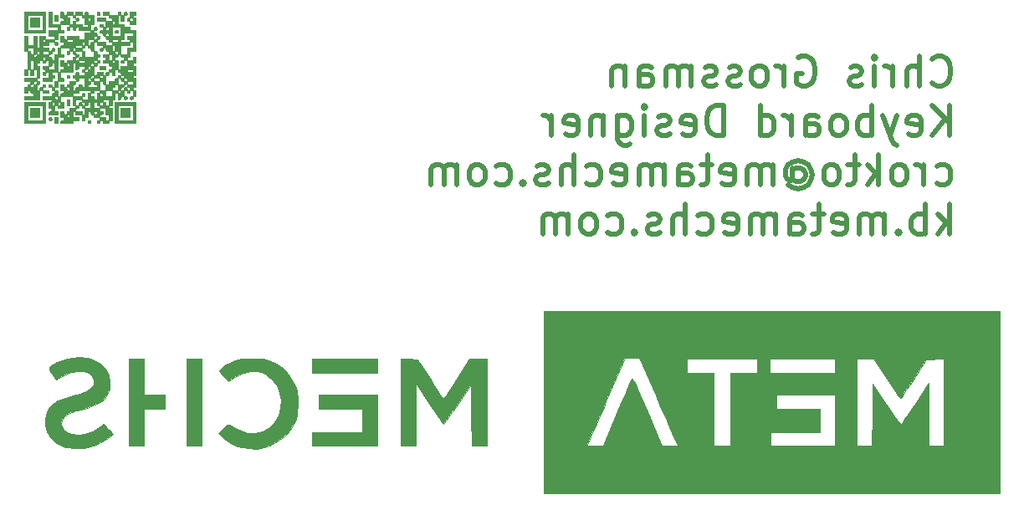
<source format=gbr>
G04 #@! TF.GenerationSoftware,KiCad,Pcbnew,(5.1.6)-1*
G04 #@! TF.CreationDate,2020-05-28T20:04:45-07:00*
G04 #@! TF.ProjectId,crokto,63726f6b-746f-42e6-9b69-6361645f7063,rev?*
G04 #@! TF.SameCoordinates,Original*
G04 #@! TF.FileFunction,Legend,Bot*
G04 #@! TF.FilePolarity,Positive*
%FSLAX46Y46*%
G04 Gerber Fmt 4.6, Leading zero omitted, Abs format (unit mm)*
G04 Created by KiCad (PCBNEW (5.1.6)-1) date 2020-05-28 20:04:45*
%MOMM*%
%LPD*%
G01*
G04 APERTURE LIST*
%ADD10C,0.500000*%
%ADD11C,0.010000*%
G04 APERTURE END LIST*
D10*
X93246428Y-8571428D02*
X93389285Y-8714285D01*
X93817857Y-8857142D01*
X94103571Y-8857142D01*
X94532142Y-8714285D01*
X94817857Y-8428571D01*
X94960714Y-8142857D01*
X95103571Y-7571428D01*
X95103571Y-7142857D01*
X94960714Y-6571428D01*
X94817857Y-6285714D01*
X94532142Y-6000000D01*
X94103571Y-5857142D01*
X93817857Y-5857142D01*
X93389285Y-6000000D01*
X93246428Y-6142857D01*
X91960714Y-8857142D02*
X91960714Y-5857142D01*
X90675000Y-8857142D02*
X90675000Y-7285714D01*
X90817857Y-7000000D01*
X91103571Y-6857142D01*
X91532142Y-6857142D01*
X91817857Y-7000000D01*
X91960714Y-7142857D01*
X89246428Y-8857142D02*
X89246428Y-6857142D01*
X89246428Y-7428571D02*
X89103571Y-7142857D01*
X88960714Y-7000000D01*
X88675000Y-6857142D01*
X88389285Y-6857142D01*
X87389285Y-8857142D02*
X87389285Y-6857142D01*
X87389285Y-5857142D02*
X87532142Y-6000000D01*
X87389285Y-6142857D01*
X87246428Y-6000000D01*
X87389285Y-5857142D01*
X87389285Y-6142857D01*
X86103571Y-8714285D02*
X85817857Y-8857142D01*
X85246428Y-8857142D01*
X84960714Y-8714285D01*
X84817857Y-8428571D01*
X84817857Y-8285714D01*
X84960714Y-8000000D01*
X85246428Y-7857142D01*
X85675000Y-7857142D01*
X85960714Y-7714285D01*
X86103571Y-7428571D01*
X86103571Y-7285714D01*
X85960714Y-7000000D01*
X85675000Y-6857142D01*
X85246428Y-6857142D01*
X84960714Y-7000000D01*
X79675000Y-6000000D02*
X79960714Y-5857142D01*
X80389285Y-5857142D01*
X80817857Y-6000000D01*
X81103571Y-6285714D01*
X81246428Y-6571428D01*
X81389285Y-7142857D01*
X81389285Y-7571428D01*
X81246428Y-8142857D01*
X81103571Y-8428571D01*
X80817857Y-8714285D01*
X80389285Y-8857142D01*
X80103571Y-8857142D01*
X79675000Y-8714285D01*
X79532142Y-8571428D01*
X79532142Y-7571428D01*
X80103571Y-7571428D01*
X78246428Y-8857142D02*
X78246428Y-6857142D01*
X78246428Y-7428571D02*
X78103571Y-7142857D01*
X77960714Y-7000000D01*
X77675000Y-6857142D01*
X77389285Y-6857142D01*
X75960714Y-8857142D02*
X76246428Y-8714285D01*
X76389285Y-8571428D01*
X76532142Y-8285714D01*
X76532142Y-7428571D01*
X76389285Y-7142857D01*
X76246428Y-7000000D01*
X75960714Y-6857142D01*
X75532142Y-6857142D01*
X75246428Y-7000000D01*
X75103571Y-7142857D01*
X74960714Y-7428571D01*
X74960714Y-8285714D01*
X75103571Y-8571428D01*
X75246428Y-8714285D01*
X75532142Y-8857142D01*
X75960714Y-8857142D01*
X73817857Y-8714285D02*
X73532142Y-8857142D01*
X72960714Y-8857142D01*
X72675000Y-8714285D01*
X72532142Y-8428571D01*
X72532142Y-8285714D01*
X72675000Y-8000000D01*
X72960714Y-7857142D01*
X73389285Y-7857142D01*
X73675000Y-7714285D01*
X73817857Y-7428571D01*
X73817857Y-7285714D01*
X73675000Y-7000000D01*
X73389285Y-6857142D01*
X72960714Y-6857142D01*
X72675000Y-7000000D01*
X71389285Y-8714285D02*
X71103571Y-8857142D01*
X70532142Y-8857142D01*
X70246428Y-8714285D01*
X70103571Y-8428571D01*
X70103571Y-8285714D01*
X70246428Y-8000000D01*
X70532142Y-7857142D01*
X70960714Y-7857142D01*
X71246428Y-7714285D01*
X71389285Y-7428571D01*
X71389285Y-7285714D01*
X71246428Y-7000000D01*
X70960714Y-6857142D01*
X70532142Y-6857142D01*
X70246428Y-7000000D01*
X68817857Y-8857142D02*
X68817857Y-6857142D01*
X68817857Y-7142857D02*
X68675000Y-7000000D01*
X68389285Y-6857142D01*
X67960714Y-6857142D01*
X67675000Y-7000000D01*
X67532142Y-7285714D01*
X67532142Y-8857142D01*
X67532142Y-7285714D02*
X67389285Y-7000000D01*
X67103571Y-6857142D01*
X66675000Y-6857142D01*
X66389285Y-7000000D01*
X66246428Y-7285714D01*
X66246428Y-8857142D01*
X63532142Y-8857142D02*
X63532142Y-7285714D01*
X63674999Y-7000000D01*
X63960714Y-6857142D01*
X64532142Y-6857142D01*
X64817857Y-7000000D01*
X63532142Y-8714285D02*
X63817857Y-8857142D01*
X64532142Y-8857142D01*
X64817857Y-8714285D01*
X64960714Y-8428571D01*
X64960714Y-8142857D01*
X64817857Y-7857142D01*
X64532142Y-7714285D01*
X63817857Y-7714285D01*
X63532142Y-7571428D01*
X62103571Y-6857142D02*
X62103571Y-8857142D01*
X62103571Y-7142857D02*
X61960714Y-7000000D01*
X61674999Y-6857142D01*
X61246428Y-6857142D01*
X60960714Y-7000000D01*
X60817857Y-7285714D01*
X60817857Y-8857142D01*
X94960714Y-13857142D02*
X94960714Y-10857142D01*
X93246428Y-13857142D02*
X94532142Y-12142857D01*
X93246428Y-10857142D02*
X94960714Y-12571428D01*
X90817857Y-13714285D02*
X91103571Y-13857142D01*
X91675000Y-13857142D01*
X91960714Y-13714285D01*
X92103571Y-13428571D01*
X92103571Y-12285714D01*
X91960714Y-12000000D01*
X91675000Y-11857142D01*
X91103571Y-11857142D01*
X90817857Y-12000000D01*
X90675000Y-12285714D01*
X90675000Y-12571428D01*
X92103571Y-12857142D01*
X89675000Y-11857142D02*
X88960714Y-13857142D01*
X88246428Y-11857142D02*
X88960714Y-13857142D01*
X89246428Y-14571428D01*
X89389285Y-14714285D01*
X89675000Y-14857142D01*
X87103571Y-13857142D02*
X87103571Y-10857142D01*
X87103571Y-12000000D02*
X86817857Y-11857142D01*
X86246428Y-11857142D01*
X85960714Y-12000000D01*
X85817857Y-12142857D01*
X85675000Y-12428571D01*
X85675000Y-13285714D01*
X85817857Y-13571428D01*
X85960714Y-13714285D01*
X86246428Y-13857142D01*
X86817857Y-13857142D01*
X87103571Y-13714285D01*
X83960714Y-13857142D02*
X84246428Y-13714285D01*
X84389285Y-13571428D01*
X84532142Y-13285714D01*
X84532142Y-12428571D01*
X84389285Y-12142857D01*
X84246428Y-12000000D01*
X83960714Y-11857142D01*
X83532142Y-11857142D01*
X83246428Y-12000000D01*
X83103571Y-12142857D01*
X82960714Y-12428571D01*
X82960714Y-13285714D01*
X83103571Y-13571428D01*
X83246428Y-13714285D01*
X83532142Y-13857142D01*
X83960714Y-13857142D01*
X80389285Y-13857142D02*
X80389285Y-12285714D01*
X80532142Y-12000000D01*
X80817857Y-11857142D01*
X81389285Y-11857142D01*
X81675000Y-12000000D01*
X80389285Y-13714285D02*
X80675000Y-13857142D01*
X81389285Y-13857142D01*
X81675000Y-13714285D01*
X81817857Y-13428571D01*
X81817857Y-13142857D01*
X81675000Y-12857142D01*
X81389285Y-12714285D01*
X80675000Y-12714285D01*
X80389285Y-12571428D01*
X78960714Y-13857142D02*
X78960714Y-11857142D01*
X78960714Y-12428571D02*
X78817857Y-12142857D01*
X78675000Y-12000000D01*
X78389285Y-11857142D01*
X78103571Y-11857142D01*
X75817857Y-13857142D02*
X75817857Y-10857142D01*
X75817857Y-13714285D02*
X76103571Y-13857142D01*
X76675000Y-13857142D01*
X76960714Y-13714285D01*
X77103571Y-13571428D01*
X77246428Y-13285714D01*
X77246428Y-12428571D01*
X77103571Y-12142857D01*
X76960714Y-12000000D01*
X76675000Y-11857142D01*
X76103571Y-11857142D01*
X75817857Y-12000000D01*
X72103571Y-13857142D02*
X72103571Y-10857142D01*
X71389285Y-10857142D01*
X70960714Y-11000000D01*
X70675000Y-11285714D01*
X70532142Y-11571428D01*
X70389285Y-12142857D01*
X70389285Y-12571428D01*
X70532142Y-13142857D01*
X70675000Y-13428571D01*
X70960714Y-13714285D01*
X71389285Y-13857142D01*
X72103571Y-13857142D01*
X67960714Y-13714285D02*
X68246428Y-13857142D01*
X68817857Y-13857142D01*
X69103571Y-13714285D01*
X69246428Y-13428571D01*
X69246428Y-12285714D01*
X69103571Y-12000000D01*
X68817857Y-11857142D01*
X68246428Y-11857142D01*
X67960714Y-12000000D01*
X67817857Y-12285714D01*
X67817857Y-12571428D01*
X69246428Y-12857142D01*
X66675000Y-13714285D02*
X66389285Y-13857142D01*
X65817857Y-13857142D01*
X65532142Y-13714285D01*
X65389285Y-13428571D01*
X65389285Y-13285714D01*
X65532142Y-13000000D01*
X65817857Y-12857142D01*
X66246428Y-12857142D01*
X66532142Y-12714285D01*
X66675000Y-12428571D01*
X66675000Y-12285714D01*
X66532142Y-12000000D01*
X66246428Y-11857142D01*
X65817857Y-11857142D01*
X65532142Y-12000000D01*
X64103571Y-13857142D02*
X64103571Y-11857142D01*
X64103571Y-10857142D02*
X64246428Y-11000000D01*
X64103571Y-11142857D01*
X63960714Y-11000000D01*
X64103571Y-10857142D01*
X64103571Y-11142857D01*
X61389285Y-11857142D02*
X61389285Y-14285714D01*
X61532142Y-14571428D01*
X61675000Y-14714285D01*
X61960714Y-14857142D01*
X62389285Y-14857142D01*
X62675000Y-14714285D01*
X61389285Y-13714285D02*
X61675000Y-13857142D01*
X62246428Y-13857142D01*
X62532142Y-13714285D01*
X62675000Y-13571428D01*
X62817857Y-13285714D01*
X62817857Y-12428571D01*
X62675000Y-12142857D01*
X62532142Y-12000000D01*
X62246428Y-11857142D01*
X61675000Y-11857142D01*
X61389285Y-12000000D01*
X59960714Y-11857142D02*
X59960714Y-13857142D01*
X59960714Y-12142857D02*
X59817857Y-12000000D01*
X59532142Y-11857142D01*
X59103571Y-11857142D01*
X58817857Y-12000000D01*
X58675000Y-12285714D01*
X58675000Y-13857142D01*
X56103571Y-13714285D02*
X56389285Y-13857142D01*
X56960714Y-13857142D01*
X57246428Y-13714285D01*
X57389285Y-13428571D01*
X57389285Y-12285714D01*
X57246428Y-12000000D01*
X56960714Y-11857142D01*
X56389285Y-11857142D01*
X56103571Y-12000000D01*
X55960714Y-12285714D01*
X55960714Y-12571428D01*
X57389285Y-12857142D01*
X54675000Y-13857142D02*
X54675000Y-11857142D01*
X54675000Y-12428571D02*
X54532142Y-12142857D01*
X54389285Y-12000000D01*
X54103571Y-11857142D01*
X53817857Y-11857142D01*
X93675000Y-18714285D02*
X93960714Y-18857142D01*
X94532142Y-18857142D01*
X94817857Y-18714285D01*
X94960714Y-18571428D01*
X95103571Y-18285714D01*
X95103571Y-17428571D01*
X94960714Y-17142857D01*
X94817857Y-17000000D01*
X94532142Y-16857142D01*
X93960714Y-16857142D01*
X93675000Y-17000000D01*
X92389285Y-18857142D02*
X92389285Y-16857142D01*
X92389285Y-17428571D02*
X92246428Y-17142857D01*
X92103571Y-17000000D01*
X91817857Y-16857142D01*
X91532142Y-16857142D01*
X90103571Y-18857142D02*
X90389285Y-18714285D01*
X90532142Y-18571428D01*
X90675000Y-18285714D01*
X90675000Y-17428571D01*
X90532142Y-17142857D01*
X90389285Y-17000000D01*
X90103571Y-16857142D01*
X89675000Y-16857142D01*
X89389285Y-17000000D01*
X89246428Y-17142857D01*
X89103571Y-17428571D01*
X89103571Y-18285714D01*
X89246428Y-18571428D01*
X89389285Y-18714285D01*
X89675000Y-18857142D01*
X90103571Y-18857142D01*
X87817857Y-18857142D02*
X87817857Y-15857142D01*
X87532142Y-17714285D02*
X86675000Y-18857142D01*
X86675000Y-16857142D02*
X87817857Y-18000000D01*
X85817857Y-16857142D02*
X84675000Y-16857142D01*
X85389285Y-15857142D02*
X85389285Y-18428571D01*
X85246428Y-18714285D01*
X84960714Y-18857142D01*
X84675000Y-18857142D01*
X83246428Y-18857142D02*
X83532142Y-18714285D01*
X83675000Y-18571428D01*
X83817857Y-18285714D01*
X83817857Y-17428571D01*
X83675000Y-17142857D01*
X83532142Y-17000000D01*
X83246428Y-16857142D01*
X82817857Y-16857142D01*
X82532142Y-17000000D01*
X82389285Y-17142857D01*
X82246428Y-17428571D01*
X82246428Y-18285714D01*
X82389285Y-18571428D01*
X82532142Y-18714285D01*
X82817857Y-18857142D01*
X83246428Y-18857142D01*
X79103571Y-17428571D02*
X79246428Y-17285714D01*
X79532142Y-17142857D01*
X79817857Y-17142857D01*
X80103571Y-17285714D01*
X80246428Y-17428571D01*
X80389285Y-17714285D01*
X80389285Y-18000000D01*
X80246428Y-18285714D01*
X80103571Y-18428571D01*
X79817857Y-18571428D01*
X79532142Y-18571428D01*
X79246428Y-18428571D01*
X79103571Y-18285714D01*
X79103571Y-17142857D02*
X79103571Y-18285714D01*
X78960714Y-18428571D01*
X78817857Y-18428571D01*
X78532142Y-18285714D01*
X78389285Y-18000000D01*
X78389285Y-17285714D01*
X78675000Y-16857142D01*
X79103571Y-16571428D01*
X79675000Y-16428571D01*
X80246428Y-16571428D01*
X80675000Y-16857142D01*
X80960714Y-17285714D01*
X81103571Y-17857142D01*
X80960714Y-18428571D01*
X80675000Y-18857142D01*
X80246428Y-19142857D01*
X79675000Y-19285714D01*
X79103571Y-19142857D01*
X78675000Y-18857142D01*
X77103571Y-18857142D02*
X77103571Y-16857142D01*
X77103571Y-17142857D02*
X76960714Y-17000000D01*
X76675000Y-16857142D01*
X76246428Y-16857142D01*
X75960714Y-17000000D01*
X75817857Y-17285714D01*
X75817857Y-18857142D01*
X75817857Y-17285714D02*
X75675000Y-17000000D01*
X75389285Y-16857142D01*
X74960714Y-16857142D01*
X74675000Y-17000000D01*
X74532142Y-17285714D01*
X74532142Y-18857142D01*
X71960714Y-18714285D02*
X72246428Y-18857142D01*
X72817857Y-18857142D01*
X73103571Y-18714285D01*
X73246428Y-18428571D01*
X73246428Y-17285714D01*
X73103571Y-17000000D01*
X72817857Y-16857142D01*
X72246428Y-16857142D01*
X71960714Y-17000000D01*
X71817857Y-17285714D01*
X71817857Y-17571428D01*
X73246428Y-17857142D01*
X70960714Y-16857142D02*
X69817857Y-16857142D01*
X70532142Y-15857142D02*
X70532142Y-18428571D01*
X70389285Y-18714285D01*
X70103571Y-18857142D01*
X69817857Y-18857142D01*
X67532142Y-18857142D02*
X67532142Y-17285714D01*
X67675000Y-17000000D01*
X67960714Y-16857142D01*
X68532142Y-16857142D01*
X68817857Y-17000000D01*
X67532142Y-18714285D02*
X67817857Y-18857142D01*
X68532142Y-18857142D01*
X68817857Y-18714285D01*
X68960714Y-18428571D01*
X68960714Y-18142857D01*
X68817857Y-17857142D01*
X68532142Y-17714285D01*
X67817857Y-17714285D01*
X67532142Y-17571428D01*
X66103571Y-18857142D02*
X66103571Y-16857142D01*
X66103571Y-17142857D02*
X65960714Y-17000000D01*
X65675000Y-16857142D01*
X65246428Y-16857142D01*
X64960714Y-17000000D01*
X64817857Y-17285714D01*
X64817857Y-18857142D01*
X64817857Y-17285714D02*
X64675000Y-17000000D01*
X64389285Y-16857142D01*
X63960714Y-16857142D01*
X63675000Y-17000000D01*
X63532142Y-17285714D01*
X63532142Y-18857142D01*
X60960714Y-18714285D02*
X61246428Y-18857142D01*
X61817857Y-18857142D01*
X62103571Y-18714285D01*
X62246428Y-18428571D01*
X62246428Y-17285714D01*
X62103571Y-17000000D01*
X61817857Y-16857142D01*
X61246428Y-16857142D01*
X60960714Y-17000000D01*
X60817857Y-17285714D01*
X60817857Y-17571428D01*
X62246428Y-17857142D01*
X58246428Y-18714285D02*
X58532142Y-18857142D01*
X59103571Y-18857142D01*
X59389285Y-18714285D01*
X59532142Y-18571428D01*
X59675000Y-18285714D01*
X59675000Y-17428571D01*
X59532142Y-17142857D01*
X59389285Y-17000000D01*
X59103571Y-16857142D01*
X58532142Y-16857142D01*
X58246428Y-17000000D01*
X56960714Y-18857142D02*
X56960714Y-15857142D01*
X55675000Y-18857142D02*
X55675000Y-17285714D01*
X55817857Y-17000000D01*
X56103571Y-16857142D01*
X56532142Y-16857142D01*
X56817857Y-17000000D01*
X56960714Y-17142857D01*
X54389285Y-18714285D02*
X54103571Y-18857142D01*
X53532142Y-18857142D01*
X53246428Y-18714285D01*
X53103571Y-18428571D01*
X53103571Y-18285714D01*
X53246428Y-18000000D01*
X53532142Y-17857142D01*
X53960714Y-17857142D01*
X54246428Y-17714285D01*
X54389285Y-17428571D01*
X54389285Y-17285714D01*
X54246428Y-17000000D01*
X53960714Y-16857142D01*
X53532142Y-16857142D01*
X53246428Y-17000000D01*
X51817857Y-18571428D02*
X51675000Y-18714285D01*
X51817857Y-18857142D01*
X51960714Y-18714285D01*
X51817857Y-18571428D01*
X51817857Y-18857142D01*
X49103571Y-18714285D02*
X49389285Y-18857142D01*
X49960714Y-18857142D01*
X50246428Y-18714285D01*
X50389285Y-18571428D01*
X50532142Y-18285714D01*
X50532142Y-17428571D01*
X50389285Y-17142857D01*
X50246428Y-17000000D01*
X49960714Y-16857142D01*
X49389285Y-16857142D01*
X49103571Y-17000000D01*
X47389285Y-18857142D02*
X47674999Y-18714285D01*
X47817857Y-18571428D01*
X47960714Y-18285714D01*
X47960714Y-17428571D01*
X47817857Y-17142857D01*
X47674999Y-17000000D01*
X47389285Y-16857142D01*
X46960714Y-16857142D01*
X46674999Y-17000000D01*
X46532142Y-17142857D01*
X46389285Y-17428571D01*
X46389285Y-18285714D01*
X46532142Y-18571428D01*
X46674999Y-18714285D01*
X46960714Y-18857142D01*
X47389285Y-18857142D01*
X45103571Y-18857142D02*
X45103571Y-16857142D01*
X45103571Y-17142857D02*
X44960714Y-17000000D01*
X44674999Y-16857142D01*
X44246428Y-16857142D01*
X43960714Y-17000000D01*
X43817857Y-17285714D01*
X43817857Y-18857142D01*
X43817857Y-17285714D02*
X43674999Y-17000000D01*
X43389285Y-16857142D01*
X42960714Y-16857142D01*
X42675000Y-17000000D01*
X42532142Y-17285714D01*
X42532142Y-18857142D01*
X94960714Y-23857142D02*
X94960714Y-20857142D01*
X94675000Y-22714285D02*
X93817857Y-23857142D01*
X93817857Y-21857142D02*
X94960714Y-23000000D01*
X92532142Y-23857142D02*
X92532142Y-20857142D01*
X92532142Y-22000000D02*
X92246428Y-21857142D01*
X91675000Y-21857142D01*
X91389285Y-22000000D01*
X91246428Y-22142857D01*
X91103571Y-22428571D01*
X91103571Y-23285714D01*
X91246428Y-23571428D01*
X91389285Y-23714285D01*
X91675000Y-23857142D01*
X92246428Y-23857142D01*
X92532142Y-23714285D01*
X89817857Y-23571428D02*
X89675000Y-23714285D01*
X89817857Y-23857142D01*
X89960714Y-23714285D01*
X89817857Y-23571428D01*
X89817857Y-23857142D01*
X88389285Y-23857142D02*
X88389285Y-21857142D01*
X88389285Y-22142857D02*
X88246428Y-22000000D01*
X87960714Y-21857142D01*
X87532142Y-21857142D01*
X87246428Y-22000000D01*
X87103571Y-22285714D01*
X87103571Y-23857142D01*
X87103571Y-22285714D02*
X86960714Y-22000000D01*
X86675000Y-21857142D01*
X86246428Y-21857142D01*
X85960714Y-22000000D01*
X85817857Y-22285714D01*
X85817857Y-23857142D01*
X83246428Y-23714285D02*
X83532142Y-23857142D01*
X84103571Y-23857142D01*
X84389285Y-23714285D01*
X84532142Y-23428571D01*
X84532142Y-22285714D01*
X84389285Y-22000000D01*
X84103571Y-21857142D01*
X83532142Y-21857142D01*
X83246428Y-22000000D01*
X83103571Y-22285714D01*
X83103571Y-22571428D01*
X84532142Y-22857142D01*
X82246428Y-21857142D02*
X81103571Y-21857142D01*
X81817857Y-20857142D02*
X81817857Y-23428571D01*
X81675000Y-23714285D01*
X81389285Y-23857142D01*
X81103571Y-23857142D01*
X78817857Y-23857142D02*
X78817857Y-22285714D01*
X78960714Y-22000000D01*
X79246428Y-21857142D01*
X79817857Y-21857142D01*
X80103571Y-22000000D01*
X78817857Y-23714285D02*
X79103571Y-23857142D01*
X79817857Y-23857142D01*
X80103571Y-23714285D01*
X80246428Y-23428571D01*
X80246428Y-23142857D01*
X80103571Y-22857142D01*
X79817857Y-22714285D01*
X79103571Y-22714285D01*
X78817857Y-22571428D01*
X77389285Y-23857142D02*
X77389285Y-21857142D01*
X77389285Y-22142857D02*
X77246428Y-22000000D01*
X76960714Y-21857142D01*
X76532142Y-21857142D01*
X76246428Y-22000000D01*
X76103571Y-22285714D01*
X76103571Y-23857142D01*
X76103571Y-22285714D02*
X75960714Y-22000000D01*
X75675000Y-21857142D01*
X75246428Y-21857142D01*
X74960714Y-22000000D01*
X74817857Y-22285714D01*
X74817857Y-23857142D01*
X72246428Y-23714285D02*
X72532142Y-23857142D01*
X73103571Y-23857142D01*
X73389285Y-23714285D01*
X73532142Y-23428571D01*
X73532142Y-22285714D01*
X73389285Y-22000000D01*
X73103571Y-21857142D01*
X72532142Y-21857142D01*
X72246428Y-22000000D01*
X72103571Y-22285714D01*
X72103571Y-22571428D01*
X73532142Y-22857142D01*
X69532142Y-23714285D02*
X69817857Y-23857142D01*
X70389285Y-23857142D01*
X70675000Y-23714285D01*
X70817857Y-23571428D01*
X70960714Y-23285714D01*
X70960714Y-22428571D01*
X70817857Y-22142857D01*
X70675000Y-22000000D01*
X70389285Y-21857142D01*
X69817857Y-21857142D01*
X69532142Y-22000000D01*
X68246428Y-23857142D02*
X68246428Y-20857142D01*
X66960714Y-23857142D02*
X66960714Y-22285714D01*
X67103571Y-22000000D01*
X67389285Y-21857142D01*
X67817857Y-21857142D01*
X68103571Y-22000000D01*
X68246428Y-22142857D01*
X65675000Y-23714285D02*
X65389285Y-23857142D01*
X64817857Y-23857142D01*
X64532142Y-23714285D01*
X64389285Y-23428571D01*
X64389285Y-23285714D01*
X64532142Y-23000000D01*
X64817857Y-22857142D01*
X65246428Y-22857142D01*
X65532142Y-22714285D01*
X65675000Y-22428571D01*
X65675000Y-22285714D01*
X65532142Y-22000000D01*
X65246428Y-21857142D01*
X64817857Y-21857142D01*
X64532142Y-22000000D01*
X63103571Y-23571428D02*
X62960714Y-23714285D01*
X63103571Y-23857142D01*
X63246428Y-23714285D01*
X63103571Y-23571428D01*
X63103571Y-23857142D01*
X60389285Y-23714285D02*
X60675000Y-23857142D01*
X61246428Y-23857142D01*
X61532142Y-23714285D01*
X61675000Y-23571428D01*
X61817857Y-23285714D01*
X61817857Y-22428571D01*
X61675000Y-22142857D01*
X61532142Y-22000000D01*
X61246428Y-21857142D01*
X60675000Y-21857142D01*
X60389285Y-22000000D01*
X58675000Y-23857142D02*
X58960714Y-23714285D01*
X59103571Y-23571428D01*
X59246428Y-23285714D01*
X59246428Y-22428571D01*
X59103571Y-22142857D01*
X58960714Y-22000000D01*
X58675000Y-21857142D01*
X58246428Y-21857142D01*
X57960714Y-22000000D01*
X57817857Y-22142857D01*
X57675000Y-22428571D01*
X57675000Y-23285714D01*
X57817857Y-23571428D01*
X57960714Y-23714285D01*
X58246428Y-23857142D01*
X58675000Y-23857142D01*
X56389285Y-23857142D02*
X56389285Y-21857142D01*
X56389285Y-22142857D02*
X56246428Y-22000000D01*
X55960714Y-21857142D01*
X55532142Y-21857142D01*
X55246428Y-22000000D01*
X55103571Y-22285714D01*
X55103571Y-23857142D01*
X55103571Y-22285714D02*
X54960714Y-22000000D01*
X54675000Y-21857142D01*
X54246428Y-21857142D01*
X53960714Y-22000000D01*
X53817857Y-22285714D01*
X53817857Y-23857142D01*
D11*
G36*
X3494800Y-1361200D02*
G01*
X1361200Y-1361200D01*
X1361200Y-3190000D01*
X1666000Y-3190000D01*
X1666000Y-1666000D01*
X3190000Y-1666000D01*
X3190000Y-3190000D01*
X1666000Y-3190000D01*
X1361200Y-3190000D01*
X1361200Y-3494800D01*
X3494800Y-3494800D01*
X3494800Y-1361200D01*
G37*
X3494800Y-1361200D02*
X1361200Y-1361200D01*
X1361200Y-3190000D01*
X1666000Y-3190000D01*
X1666000Y-1666000D01*
X3190000Y-1666000D01*
X3190000Y-3190000D01*
X1666000Y-3190000D01*
X1361200Y-3190000D01*
X1361200Y-3494800D01*
X3494800Y-3494800D01*
X3494800Y-1361200D01*
G36*
X1361200Y-7152400D02*
G01*
X1361200Y-7762000D01*
X1666000Y-7762000D01*
X1666000Y-7152400D01*
X1361200Y-7152400D01*
G37*
X1361200Y-7152400D02*
X1361200Y-7762000D01*
X1666000Y-7762000D01*
X1666000Y-7152400D01*
X1361200Y-7152400D01*
G36*
X4409200Y-8371600D02*
G01*
X4409200Y-8981200D01*
X4256800Y-8981200D01*
X4148855Y-8968613D01*
X4109068Y-8909237D01*
X4104400Y-8828800D01*
X4091812Y-8720856D01*
X4032436Y-8681069D01*
X3952000Y-8676400D01*
X3844055Y-8688988D01*
X3804268Y-8748364D01*
X3799600Y-8828800D01*
X3812187Y-8936745D01*
X3871563Y-8976532D01*
X3952000Y-8981200D01*
X4059944Y-8993788D01*
X4099731Y-9053164D01*
X4104400Y-9133600D01*
X4116987Y-9241545D01*
X4176363Y-9281332D01*
X4256800Y-9286000D01*
X4364744Y-9298588D01*
X4404531Y-9357964D01*
X4409200Y-9438400D01*
X4396612Y-9546345D01*
X4337236Y-9586132D01*
X4256800Y-9590800D01*
X4148855Y-9603388D01*
X4109068Y-9662764D01*
X4104400Y-9743200D01*
X4104400Y-9895600D01*
X3190000Y-9895600D01*
X3190000Y-10200400D01*
X4104400Y-10200400D01*
X4104400Y-10352800D01*
X4091812Y-10460745D01*
X4032436Y-10500532D01*
X3952000Y-10505200D01*
X3799600Y-10505200D01*
X3799600Y-10657600D01*
X4104400Y-10657600D01*
X4116987Y-10549656D01*
X4176363Y-10509869D01*
X4256800Y-10505200D01*
X4364744Y-10517788D01*
X4404531Y-10577164D01*
X4409200Y-10657600D01*
X4714000Y-10657600D01*
X4726587Y-10549656D01*
X4785963Y-10509869D01*
X4866400Y-10505200D01*
X4974344Y-10517788D01*
X5014131Y-10577164D01*
X5018800Y-10657600D01*
X5006212Y-10765545D01*
X4946836Y-10805332D01*
X4866400Y-10810000D01*
X4758455Y-10797413D01*
X4718668Y-10738037D01*
X4714000Y-10657600D01*
X4409200Y-10657600D01*
X4396612Y-10765545D01*
X4337236Y-10805332D01*
X4256800Y-10810000D01*
X4148855Y-10797413D01*
X4109068Y-10738037D01*
X4104400Y-10657600D01*
X3799600Y-10657600D01*
X3799600Y-11114800D01*
X3952000Y-11114800D01*
X4059944Y-11127388D01*
X4099731Y-11186764D01*
X4104400Y-11267200D01*
X4091812Y-11375145D01*
X4032436Y-11414932D01*
X3952000Y-11419600D01*
X3844055Y-11432188D01*
X3804268Y-11491564D01*
X3799600Y-11572000D01*
X3799600Y-11724400D01*
X4714000Y-11724400D01*
X4714000Y-11572000D01*
X4701412Y-11464056D01*
X4642036Y-11424269D01*
X4561600Y-11419600D01*
X4409200Y-11419600D01*
X4409200Y-10810000D01*
X4561600Y-10810000D01*
X4669544Y-10822588D01*
X4709331Y-10881964D01*
X4714000Y-10962400D01*
X4714000Y-11114800D01*
X5323600Y-11114800D01*
X5323600Y-10505200D01*
X5018800Y-10505200D01*
X5018800Y-9895600D01*
X6238000Y-9895600D01*
X6238000Y-9590800D01*
X6847600Y-9590800D01*
X6847600Y-9286000D01*
X8066800Y-9286000D01*
X8066800Y-9438400D01*
X8079387Y-9546345D01*
X8138763Y-9586132D01*
X8219200Y-9590800D01*
X8327144Y-9578213D01*
X8366931Y-9518837D01*
X8371600Y-9438400D01*
X8371600Y-9286000D01*
X8981200Y-9286000D01*
X8981200Y-8371600D01*
X8371600Y-8371600D01*
X8371600Y-8524000D01*
X8384187Y-8631945D01*
X8443563Y-8671732D01*
X8524000Y-8676400D01*
X8631944Y-8688988D01*
X8671731Y-8748364D01*
X8676400Y-8828800D01*
X8676400Y-8981200D01*
X7762000Y-8981200D01*
X7762000Y-8828800D01*
X7774587Y-8720856D01*
X7833963Y-8681069D01*
X7914400Y-8676400D01*
X8022344Y-8663813D01*
X8062131Y-8604437D01*
X8066800Y-8524000D01*
X8054212Y-8416056D01*
X7994836Y-8376269D01*
X7914400Y-8371600D01*
X7806455Y-8359013D01*
X7766668Y-8299637D01*
X7762000Y-8219200D01*
X7774587Y-8111256D01*
X7833963Y-8071469D01*
X7914400Y-8066800D01*
X8022344Y-8054213D01*
X8062131Y-7994837D01*
X8066800Y-7914400D01*
X8079387Y-7806456D01*
X8138763Y-7766669D01*
X8219200Y-7762000D01*
X8371600Y-7762000D01*
X8371600Y-6847600D01*
X8219200Y-6847600D01*
X8111255Y-6860188D01*
X8071468Y-6919564D01*
X8066800Y-7000000D01*
X8054212Y-7107945D01*
X7994836Y-7147732D01*
X7914400Y-7152400D01*
X7806455Y-7164988D01*
X7766668Y-7224364D01*
X7762000Y-7304800D01*
X7749412Y-7412745D01*
X7690036Y-7452532D01*
X7609600Y-7457200D01*
X7501655Y-7469788D01*
X7461868Y-7529164D01*
X7457200Y-7609600D01*
X7457200Y-7762000D01*
X6847600Y-7762000D01*
X6847600Y-7609600D01*
X6835012Y-7501656D01*
X6775636Y-7461869D01*
X6695200Y-7457200D01*
X6587255Y-7469788D01*
X6547468Y-7529164D01*
X6542800Y-7609600D01*
X6530212Y-7717545D01*
X6470836Y-7757332D01*
X6390400Y-7762000D01*
X6282455Y-7774588D01*
X6242668Y-7833964D01*
X6238000Y-7914400D01*
X6250587Y-8022345D01*
X6309963Y-8062132D01*
X6390400Y-8066800D01*
X6498344Y-8079388D01*
X6538131Y-8138764D01*
X6542800Y-8219200D01*
X6555387Y-8327145D01*
X6614763Y-8366932D01*
X6695200Y-8371600D01*
X6803144Y-8359013D01*
X6842931Y-8299637D01*
X6847600Y-8219200D01*
X6847600Y-8066800D01*
X7457200Y-8066800D01*
X7457200Y-8981200D01*
X7304800Y-8981200D01*
X7196855Y-8968613D01*
X7157068Y-8909237D01*
X7152400Y-8828800D01*
X7139812Y-8720856D01*
X7080436Y-8681069D01*
X7000000Y-8676400D01*
X6892055Y-8688988D01*
X6852268Y-8748364D01*
X6847600Y-8828800D01*
X6835012Y-8936745D01*
X6775636Y-8976532D01*
X6695200Y-8981200D01*
X6587255Y-8993788D01*
X6547468Y-9053164D01*
X6542800Y-9133600D01*
X6530212Y-9241545D01*
X6470836Y-9281332D01*
X6390400Y-9286000D01*
X6238000Y-9286000D01*
X6238000Y-8676400D01*
X6390400Y-8676400D01*
X6498344Y-8663813D01*
X6538131Y-8604437D01*
X6542800Y-8524000D01*
X6542800Y-8371600D01*
X5933200Y-8371600D01*
X5933200Y-8524000D01*
X5920612Y-8631945D01*
X5861236Y-8671732D01*
X5780800Y-8676400D01*
X5672855Y-8688988D01*
X5633068Y-8748364D01*
X5628400Y-8828800D01*
X5640987Y-8936745D01*
X5700363Y-8976532D01*
X5780800Y-8981200D01*
X5888744Y-8993788D01*
X5928531Y-9053164D01*
X5933200Y-9133600D01*
X5920612Y-9241545D01*
X5861236Y-9281332D01*
X5780800Y-9286000D01*
X5672855Y-9273413D01*
X5633068Y-9214037D01*
X5628400Y-9133600D01*
X5615812Y-9025656D01*
X5556436Y-8985869D01*
X5476000Y-8981200D01*
X5368055Y-8968613D01*
X5328268Y-8909237D01*
X5323600Y-8828800D01*
X5311012Y-8720856D01*
X5251636Y-8681069D01*
X5171200Y-8676400D01*
X5018800Y-8676400D01*
X5018800Y-9286000D01*
X5171200Y-9286000D01*
X5279144Y-9298588D01*
X5318931Y-9357964D01*
X5323600Y-9438400D01*
X5311012Y-9546345D01*
X5251636Y-9586132D01*
X5171200Y-9590800D01*
X5063255Y-9603388D01*
X5023468Y-9662764D01*
X5018800Y-9743200D01*
X5006212Y-9851145D01*
X4946836Y-9890932D01*
X4866400Y-9895600D01*
X4758455Y-9908188D01*
X4718668Y-9967564D01*
X4714000Y-10048000D01*
X4701412Y-10155945D01*
X4642036Y-10195732D01*
X4561600Y-10200400D01*
X4453655Y-10187813D01*
X4413868Y-10128437D01*
X4409200Y-10048000D01*
X4421787Y-9940056D01*
X4481163Y-9900269D01*
X4561600Y-9895600D01*
X4714000Y-9895600D01*
X4714000Y-9286000D01*
X4561600Y-9286000D01*
X4453655Y-9273413D01*
X4413868Y-9214037D01*
X4409200Y-9133600D01*
X4421787Y-9025656D01*
X4481163Y-8985869D01*
X4561600Y-8981200D01*
X4714000Y-8981200D01*
X4714000Y-8371600D01*
X4409200Y-8371600D01*
G37*
X4409200Y-8371600D02*
X4409200Y-8981200D01*
X4256800Y-8981200D01*
X4148855Y-8968613D01*
X4109068Y-8909237D01*
X4104400Y-8828800D01*
X4091812Y-8720856D01*
X4032436Y-8681069D01*
X3952000Y-8676400D01*
X3844055Y-8688988D01*
X3804268Y-8748364D01*
X3799600Y-8828800D01*
X3812187Y-8936745D01*
X3871563Y-8976532D01*
X3952000Y-8981200D01*
X4059944Y-8993788D01*
X4099731Y-9053164D01*
X4104400Y-9133600D01*
X4116987Y-9241545D01*
X4176363Y-9281332D01*
X4256800Y-9286000D01*
X4364744Y-9298588D01*
X4404531Y-9357964D01*
X4409200Y-9438400D01*
X4396612Y-9546345D01*
X4337236Y-9586132D01*
X4256800Y-9590800D01*
X4148855Y-9603388D01*
X4109068Y-9662764D01*
X4104400Y-9743200D01*
X4104400Y-9895600D01*
X3190000Y-9895600D01*
X3190000Y-10200400D01*
X4104400Y-10200400D01*
X4104400Y-10352800D01*
X4091812Y-10460745D01*
X4032436Y-10500532D01*
X3952000Y-10505200D01*
X3799600Y-10505200D01*
X3799600Y-10657600D01*
X4104400Y-10657600D01*
X4116987Y-10549656D01*
X4176363Y-10509869D01*
X4256800Y-10505200D01*
X4364744Y-10517788D01*
X4404531Y-10577164D01*
X4409200Y-10657600D01*
X4714000Y-10657600D01*
X4726587Y-10549656D01*
X4785963Y-10509869D01*
X4866400Y-10505200D01*
X4974344Y-10517788D01*
X5014131Y-10577164D01*
X5018800Y-10657600D01*
X5006212Y-10765545D01*
X4946836Y-10805332D01*
X4866400Y-10810000D01*
X4758455Y-10797413D01*
X4718668Y-10738037D01*
X4714000Y-10657600D01*
X4409200Y-10657600D01*
X4396612Y-10765545D01*
X4337236Y-10805332D01*
X4256800Y-10810000D01*
X4148855Y-10797413D01*
X4109068Y-10738037D01*
X4104400Y-10657600D01*
X3799600Y-10657600D01*
X3799600Y-11114800D01*
X3952000Y-11114800D01*
X4059944Y-11127388D01*
X4099731Y-11186764D01*
X4104400Y-11267200D01*
X4091812Y-11375145D01*
X4032436Y-11414932D01*
X3952000Y-11419600D01*
X3844055Y-11432188D01*
X3804268Y-11491564D01*
X3799600Y-11572000D01*
X3799600Y-11724400D01*
X4714000Y-11724400D01*
X4714000Y-11572000D01*
X4701412Y-11464056D01*
X4642036Y-11424269D01*
X4561600Y-11419600D01*
X4409200Y-11419600D01*
X4409200Y-10810000D01*
X4561600Y-10810000D01*
X4669544Y-10822588D01*
X4709331Y-10881964D01*
X4714000Y-10962400D01*
X4714000Y-11114800D01*
X5323600Y-11114800D01*
X5323600Y-10505200D01*
X5018800Y-10505200D01*
X5018800Y-9895600D01*
X6238000Y-9895600D01*
X6238000Y-9590800D01*
X6847600Y-9590800D01*
X6847600Y-9286000D01*
X8066800Y-9286000D01*
X8066800Y-9438400D01*
X8079387Y-9546345D01*
X8138763Y-9586132D01*
X8219200Y-9590800D01*
X8327144Y-9578213D01*
X8366931Y-9518837D01*
X8371600Y-9438400D01*
X8371600Y-9286000D01*
X8981200Y-9286000D01*
X8981200Y-8371600D01*
X8371600Y-8371600D01*
X8371600Y-8524000D01*
X8384187Y-8631945D01*
X8443563Y-8671732D01*
X8524000Y-8676400D01*
X8631944Y-8688988D01*
X8671731Y-8748364D01*
X8676400Y-8828800D01*
X8676400Y-8981200D01*
X7762000Y-8981200D01*
X7762000Y-8828800D01*
X7774587Y-8720856D01*
X7833963Y-8681069D01*
X7914400Y-8676400D01*
X8022344Y-8663813D01*
X8062131Y-8604437D01*
X8066800Y-8524000D01*
X8054212Y-8416056D01*
X7994836Y-8376269D01*
X7914400Y-8371600D01*
X7806455Y-8359013D01*
X7766668Y-8299637D01*
X7762000Y-8219200D01*
X7774587Y-8111256D01*
X7833963Y-8071469D01*
X7914400Y-8066800D01*
X8022344Y-8054213D01*
X8062131Y-7994837D01*
X8066800Y-7914400D01*
X8079387Y-7806456D01*
X8138763Y-7766669D01*
X8219200Y-7762000D01*
X8371600Y-7762000D01*
X8371600Y-6847600D01*
X8219200Y-6847600D01*
X8111255Y-6860188D01*
X8071468Y-6919564D01*
X8066800Y-7000000D01*
X8054212Y-7107945D01*
X7994836Y-7147732D01*
X7914400Y-7152400D01*
X7806455Y-7164988D01*
X7766668Y-7224364D01*
X7762000Y-7304800D01*
X7749412Y-7412745D01*
X7690036Y-7452532D01*
X7609600Y-7457200D01*
X7501655Y-7469788D01*
X7461868Y-7529164D01*
X7457200Y-7609600D01*
X7457200Y-7762000D01*
X6847600Y-7762000D01*
X6847600Y-7609600D01*
X6835012Y-7501656D01*
X6775636Y-7461869D01*
X6695200Y-7457200D01*
X6587255Y-7469788D01*
X6547468Y-7529164D01*
X6542800Y-7609600D01*
X6530212Y-7717545D01*
X6470836Y-7757332D01*
X6390400Y-7762000D01*
X6282455Y-7774588D01*
X6242668Y-7833964D01*
X6238000Y-7914400D01*
X6250587Y-8022345D01*
X6309963Y-8062132D01*
X6390400Y-8066800D01*
X6498344Y-8079388D01*
X6538131Y-8138764D01*
X6542800Y-8219200D01*
X6555387Y-8327145D01*
X6614763Y-8366932D01*
X6695200Y-8371600D01*
X6803144Y-8359013D01*
X6842931Y-8299637D01*
X6847600Y-8219200D01*
X6847600Y-8066800D01*
X7457200Y-8066800D01*
X7457200Y-8981200D01*
X7304800Y-8981200D01*
X7196855Y-8968613D01*
X7157068Y-8909237D01*
X7152400Y-8828800D01*
X7139812Y-8720856D01*
X7080436Y-8681069D01*
X7000000Y-8676400D01*
X6892055Y-8688988D01*
X6852268Y-8748364D01*
X6847600Y-8828800D01*
X6835012Y-8936745D01*
X6775636Y-8976532D01*
X6695200Y-8981200D01*
X6587255Y-8993788D01*
X6547468Y-9053164D01*
X6542800Y-9133600D01*
X6530212Y-9241545D01*
X6470836Y-9281332D01*
X6390400Y-9286000D01*
X6238000Y-9286000D01*
X6238000Y-8676400D01*
X6390400Y-8676400D01*
X6498344Y-8663813D01*
X6538131Y-8604437D01*
X6542800Y-8524000D01*
X6542800Y-8371600D01*
X5933200Y-8371600D01*
X5933200Y-8524000D01*
X5920612Y-8631945D01*
X5861236Y-8671732D01*
X5780800Y-8676400D01*
X5672855Y-8688988D01*
X5633068Y-8748364D01*
X5628400Y-8828800D01*
X5640987Y-8936745D01*
X5700363Y-8976532D01*
X5780800Y-8981200D01*
X5888744Y-8993788D01*
X5928531Y-9053164D01*
X5933200Y-9133600D01*
X5920612Y-9241545D01*
X5861236Y-9281332D01*
X5780800Y-9286000D01*
X5672855Y-9273413D01*
X5633068Y-9214037D01*
X5628400Y-9133600D01*
X5615812Y-9025656D01*
X5556436Y-8985869D01*
X5476000Y-8981200D01*
X5368055Y-8968613D01*
X5328268Y-8909237D01*
X5323600Y-8828800D01*
X5311012Y-8720856D01*
X5251636Y-8681069D01*
X5171200Y-8676400D01*
X5018800Y-8676400D01*
X5018800Y-9286000D01*
X5171200Y-9286000D01*
X5279144Y-9298588D01*
X5318931Y-9357964D01*
X5323600Y-9438400D01*
X5311012Y-9546345D01*
X5251636Y-9586132D01*
X5171200Y-9590800D01*
X5063255Y-9603388D01*
X5023468Y-9662764D01*
X5018800Y-9743200D01*
X5006212Y-9851145D01*
X4946836Y-9890932D01*
X4866400Y-9895600D01*
X4758455Y-9908188D01*
X4718668Y-9967564D01*
X4714000Y-10048000D01*
X4701412Y-10155945D01*
X4642036Y-10195732D01*
X4561600Y-10200400D01*
X4453655Y-10187813D01*
X4413868Y-10128437D01*
X4409200Y-10048000D01*
X4421787Y-9940056D01*
X4481163Y-9900269D01*
X4561600Y-9895600D01*
X4714000Y-9895600D01*
X4714000Y-9286000D01*
X4561600Y-9286000D01*
X4453655Y-9273413D01*
X4413868Y-9214037D01*
X4409200Y-9133600D01*
X4421787Y-9025656D01*
X4481163Y-8985869D01*
X4561600Y-8981200D01*
X4714000Y-8981200D01*
X4714000Y-8371600D01*
X4409200Y-8371600D01*
G36*
X4714000Y-8371600D02*
G01*
X5323600Y-8371600D01*
X5323600Y-8219200D01*
X5311012Y-8111256D01*
X5251636Y-8071469D01*
X5171200Y-8066800D01*
X5018800Y-8066800D01*
X5018800Y-7457200D01*
X4714000Y-7457200D01*
X4714000Y-8371600D01*
G37*
X4714000Y-8371600D02*
X5323600Y-8371600D01*
X5323600Y-8219200D01*
X5311012Y-8111256D01*
X5251636Y-8071469D01*
X5171200Y-8066800D01*
X5018800Y-8066800D01*
X5018800Y-7457200D01*
X4714000Y-7457200D01*
X4714000Y-8371600D01*
G36*
X1970800Y-7152400D02*
G01*
X1970800Y-6238000D01*
X2275600Y-6238000D01*
X2275600Y-7152400D01*
X1970800Y-7152400D01*
X1970800Y-7762000D01*
X2275600Y-7762000D01*
X2275600Y-7152400D01*
X2580400Y-7152400D01*
X2580400Y-8066800D01*
X1361200Y-8066800D01*
X1361200Y-8371600D01*
X1970800Y-8371600D01*
X1970800Y-8524000D01*
X1958212Y-8631945D01*
X1898836Y-8671732D01*
X1818400Y-8676400D01*
X1710455Y-8688988D01*
X1670668Y-8748364D01*
X1666000Y-8828800D01*
X1970800Y-8828800D01*
X1983387Y-8720856D01*
X2042763Y-8681069D01*
X2123200Y-8676400D01*
X2231144Y-8663813D01*
X2270931Y-8604437D01*
X2275600Y-8524000D01*
X2288187Y-8416056D01*
X2347563Y-8376269D01*
X2428000Y-8371600D01*
X2535944Y-8384188D01*
X2575731Y-8443564D01*
X2580400Y-8524000D01*
X2567812Y-8631945D01*
X2508436Y-8671732D01*
X2428000Y-8676400D01*
X2320055Y-8688988D01*
X2280268Y-8748364D01*
X2275600Y-8828800D01*
X2263012Y-8936745D01*
X2203636Y-8976532D01*
X2123200Y-8981200D01*
X2015255Y-8968613D01*
X1975468Y-8909237D01*
X1970800Y-8828800D01*
X1666000Y-8828800D01*
X1653412Y-8936745D01*
X1594036Y-8976532D01*
X1513600Y-8981200D01*
X1361200Y-8981200D01*
X1361200Y-9590800D01*
X1513600Y-9590800D01*
X1621544Y-9578213D01*
X1661331Y-9518837D01*
X1666000Y-9438400D01*
X1678587Y-9330456D01*
X1737963Y-9290669D01*
X1818400Y-9286000D01*
X1926344Y-9298588D01*
X1966131Y-9357964D01*
X1970800Y-9438400D01*
X1983387Y-9546345D01*
X2042763Y-9586132D01*
X2123200Y-9590800D01*
X2231144Y-9603388D01*
X2270931Y-9662764D01*
X2275600Y-9743200D01*
X2275600Y-9895600D01*
X1361200Y-9895600D01*
X1361200Y-10200400D01*
X2885200Y-10200400D01*
X2885200Y-9286000D01*
X3037600Y-9286000D01*
X3145544Y-9298588D01*
X3185331Y-9357964D01*
X3190000Y-9438400D01*
X3190000Y-9590800D01*
X3799600Y-9590800D01*
X3799600Y-9286000D01*
X3190000Y-9286000D01*
X3190000Y-9133600D01*
X3202587Y-9025656D01*
X3261963Y-8985869D01*
X3342400Y-8981200D01*
X3450344Y-8968613D01*
X3490131Y-8909237D01*
X3494800Y-8828800D01*
X3482212Y-8720856D01*
X3422836Y-8681069D01*
X3342400Y-8676400D01*
X3234455Y-8688988D01*
X3194668Y-8748364D01*
X3190000Y-8828800D01*
X3177412Y-8936745D01*
X3118036Y-8976532D01*
X3037600Y-8981200D01*
X2929655Y-8993788D01*
X2889868Y-9053164D01*
X2885200Y-9133600D01*
X2872612Y-9241545D01*
X2813236Y-9281332D01*
X2732800Y-9286000D01*
X2580400Y-9286000D01*
X2580400Y-8676400D01*
X2732800Y-8676400D01*
X2840744Y-8663813D01*
X2880531Y-8604437D01*
X2885200Y-8524000D01*
X2872612Y-8416056D01*
X2813236Y-8376269D01*
X2732800Y-8371600D01*
X2624855Y-8359013D01*
X2585068Y-8299637D01*
X2580400Y-8219200D01*
X2592987Y-8111256D01*
X2652363Y-8071469D01*
X2732800Y-8066800D01*
X2885200Y-8066800D01*
X2885200Y-6847600D01*
X2732800Y-6847600D01*
X2624855Y-6835013D01*
X2585068Y-6775637D01*
X2580400Y-6695200D01*
X2592987Y-6587256D01*
X2652363Y-6547469D01*
X2732800Y-6542800D01*
X2840744Y-6530213D01*
X2880531Y-6470837D01*
X2885200Y-6390400D01*
X2897787Y-6282456D01*
X2957163Y-6242669D01*
X3037600Y-6238000D01*
X3145544Y-6250588D01*
X3185331Y-6309964D01*
X3190000Y-6390400D01*
X3202587Y-6498345D01*
X3261963Y-6538132D01*
X3342400Y-6542800D01*
X3450344Y-6530213D01*
X3490131Y-6470837D01*
X3494800Y-6390400D01*
X3507387Y-6282456D01*
X3566763Y-6242669D01*
X3647200Y-6238000D01*
X3799600Y-6238000D01*
X3799600Y-6847600D01*
X3190000Y-6847600D01*
X3190000Y-7000000D01*
X3202587Y-7107945D01*
X3261963Y-7147732D01*
X3342400Y-7152400D01*
X3799600Y-7152400D01*
X3799600Y-7000000D01*
X3812187Y-6892056D01*
X3871563Y-6852269D01*
X3952000Y-6847600D01*
X4059944Y-6835013D01*
X4099731Y-6775637D01*
X4104400Y-6695200D01*
X4116987Y-6587256D01*
X4176363Y-6547469D01*
X4256800Y-6542800D01*
X4409200Y-6542800D01*
X4409200Y-7152400D01*
X3799600Y-7152400D01*
X3342400Y-7152400D01*
X3450344Y-7164988D01*
X3490131Y-7224364D01*
X3494800Y-7304800D01*
X3482212Y-7412745D01*
X3422836Y-7452532D01*
X3342400Y-7457200D01*
X3234455Y-7469788D01*
X3194668Y-7529164D01*
X3190000Y-7609600D01*
X3202587Y-7717545D01*
X3261963Y-7757332D01*
X3342400Y-7762000D01*
X3450344Y-7749413D01*
X3490131Y-7690037D01*
X3494800Y-7609600D01*
X3507387Y-7501656D01*
X3566763Y-7461869D01*
X3647200Y-7457200D01*
X3799600Y-7457200D01*
X3799600Y-8066800D01*
X3190000Y-8066800D01*
X3190000Y-8371600D01*
X4104400Y-8371600D01*
X4104400Y-8219200D01*
X4116987Y-8111256D01*
X4176363Y-8071469D01*
X4256800Y-8066800D01*
X4364744Y-8054213D01*
X4404531Y-7994837D01*
X4409200Y-7914400D01*
X4396612Y-7806456D01*
X4337236Y-7766669D01*
X4256800Y-7762000D01*
X4148855Y-7749413D01*
X4109068Y-7690037D01*
X4104400Y-7609600D01*
X4104400Y-7457200D01*
X4714000Y-7457200D01*
X4714000Y-5933200D01*
X5323600Y-5933200D01*
X5323600Y-5780800D01*
X5311012Y-5672856D01*
X5251636Y-5633069D01*
X5171200Y-5628400D01*
X5018800Y-5628400D01*
X5018800Y-5018800D01*
X4714000Y-5018800D01*
X4714000Y-5628400D01*
X4409200Y-5628400D01*
X4409200Y-6238000D01*
X4256800Y-6238000D01*
X4148855Y-6225413D01*
X4109068Y-6166037D01*
X4104400Y-6085600D01*
X4091812Y-5977656D01*
X4032436Y-5937869D01*
X3952000Y-5933200D01*
X3844055Y-5920613D01*
X3804268Y-5861237D01*
X3799600Y-5780800D01*
X3799600Y-5628400D01*
X3190000Y-5628400D01*
X3190000Y-5323600D01*
X3799600Y-5323600D01*
X3799600Y-5018800D01*
X3190000Y-5018800D01*
X3190000Y-4714000D01*
X3799600Y-4714000D01*
X3799600Y-4409200D01*
X4409200Y-4409200D01*
X4409200Y-4256800D01*
X4421787Y-4148856D01*
X4481163Y-4109069D01*
X4561600Y-4104400D01*
X4714000Y-4104400D01*
X4714000Y-3494800D01*
X5323600Y-3494800D01*
X5323600Y-3342400D01*
X5311012Y-3234456D01*
X5251636Y-3194669D01*
X5171200Y-3190000D01*
X5018800Y-3190000D01*
X5018800Y-2580400D01*
X4104400Y-2580400D01*
X4104400Y-1361200D01*
X3799600Y-1361200D01*
X3799600Y-2885200D01*
X4714000Y-2885200D01*
X4714000Y-3190000D01*
X3799600Y-3190000D01*
X3799600Y-3799600D01*
X4409200Y-3799600D01*
X4409200Y-4104400D01*
X3494800Y-4104400D01*
X3494800Y-3799600D01*
X2885200Y-3799600D01*
X2885200Y-4256800D01*
X3190000Y-4256800D01*
X3202587Y-4148856D01*
X3261963Y-4109069D01*
X3342400Y-4104400D01*
X3450344Y-4116988D01*
X3490131Y-4176364D01*
X3494800Y-4256800D01*
X3482212Y-4364745D01*
X3422836Y-4404532D01*
X3342400Y-4409200D01*
X3234455Y-4396613D01*
X3194668Y-4337237D01*
X3190000Y-4256800D01*
X2885200Y-4256800D01*
X2885200Y-5018800D01*
X2580400Y-5018800D01*
X2580400Y-3799600D01*
X2275600Y-3799600D01*
X2275600Y-4714000D01*
X1666000Y-4714000D01*
X1666000Y-3799600D01*
X1361200Y-3799600D01*
X1361200Y-5171200D01*
X1666000Y-5171200D01*
X1666000Y-5018800D01*
X2275600Y-5018800D01*
X2275600Y-5628400D01*
X2428000Y-5628400D01*
X2535944Y-5615813D01*
X2575731Y-5556437D01*
X2580400Y-5476000D01*
X2592987Y-5368056D01*
X2652363Y-5328269D01*
X2732800Y-5323600D01*
X2840744Y-5336188D01*
X2880531Y-5395564D01*
X2885200Y-5476000D01*
X2872612Y-5583945D01*
X2813236Y-5623732D01*
X2732800Y-5628400D01*
X2624855Y-5640988D01*
X2585068Y-5700364D01*
X2580400Y-5780800D01*
X2567812Y-5888745D01*
X2508436Y-5928532D01*
X2428000Y-5933200D01*
X2320055Y-5920613D01*
X2280268Y-5861237D01*
X2275600Y-5780800D01*
X2263012Y-5672856D01*
X2203636Y-5633069D01*
X2123200Y-5628400D01*
X2015255Y-5615813D01*
X1975468Y-5556437D01*
X1970800Y-5476000D01*
X1958212Y-5368056D01*
X1898836Y-5328269D01*
X1818400Y-5323600D01*
X1710455Y-5311013D01*
X1670668Y-5251637D01*
X1666000Y-5171200D01*
X1361200Y-5171200D01*
X1361200Y-5323600D01*
X1666000Y-5323600D01*
X1666000Y-6085600D01*
X3190000Y-6085600D01*
X3202587Y-5977656D01*
X3261963Y-5937869D01*
X3342400Y-5933200D01*
X3450344Y-5945788D01*
X3490131Y-6005164D01*
X3494800Y-6085600D01*
X3482212Y-6193545D01*
X3422836Y-6233332D01*
X3342400Y-6238000D01*
X3234455Y-6225413D01*
X3194668Y-6166037D01*
X3190000Y-6085600D01*
X1666000Y-6085600D01*
X1666000Y-7152400D01*
X1970800Y-7152400D01*
G37*
X1970800Y-7152400D02*
X1970800Y-6238000D01*
X2275600Y-6238000D01*
X2275600Y-7152400D01*
X1970800Y-7152400D01*
X1970800Y-7762000D01*
X2275600Y-7762000D01*
X2275600Y-7152400D01*
X2580400Y-7152400D01*
X2580400Y-8066800D01*
X1361200Y-8066800D01*
X1361200Y-8371600D01*
X1970800Y-8371600D01*
X1970800Y-8524000D01*
X1958212Y-8631945D01*
X1898836Y-8671732D01*
X1818400Y-8676400D01*
X1710455Y-8688988D01*
X1670668Y-8748364D01*
X1666000Y-8828800D01*
X1970800Y-8828800D01*
X1983387Y-8720856D01*
X2042763Y-8681069D01*
X2123200Y-8676400D01*
X2231144Y-8663813D01*
X2270931Y-8604437D01*
X2275600Y-8524000D01*
X2288187Y-8416056D01*
X2347563Y-8376269D01*
X2428000Y-8371600D01*
X2535944Y-8384188D01*
X2575731Y-8443564D01*
X2580400Y-8524000D01*
X2567812Y-8631945D01*
X2508436Y-8671732D01*
X2428000Y-8676400D01*
X2320055Y-8688988D01*
X2280268Y-8748364D01*
X2275600Y-8828800D01*
X2263012Y-8936745D01*
X2203636Y-8976532D01*
X2123200Y-8981200D01*
X2015255Y-8968613D01*
X1975468Y-8909237D01*
X1970800Y-8828800D01*
X1666000Y-8828800D01*
X1653412Y-8936745D01*
X1594036Y-8976532D01*
X1513600Y-8981200D01*
X1361200Y-8981200D01*
X1361200Y-9590800D01*
X1513600Y-9590800D01*
X1621544Y-9578213D01*
X1661331Y-9518837D01*
X1666000Y-9438400D01*
X1678587Y-9330456D01*
X1737963Y-9290669D01*
X1818400Y-9286000D01*
X1926344Y-9298588D01*
X1966131Y-9357964D01*
X1970800Y-9438400D01*
X1983387Y-9546345D01*
X2042763Y-9586132D01*
X2123200Y-9590800D01*
X2231144Y-9603388D01*
X2270931Y-9662764D01*
X2275600Y-9743200D01*
X2275600Y-9895600D01*
X1361200Y-9895600D01*
X1361200Y-10200400D01*
X2885200Y-10200400D01*
X2885200Y-9286000D01*
X3037600Y-9286000D01*
X3145544Y-9298588D01*
X3185331Y-9357964D01*
X3190000Y-9438400D01*
X3190000Y-9590800D01*
X3799600Y-9590800D01*
X3799600Y-9286000D01*
X3190000Y-9286000D01*
X3190000Y-9133600D01*
X3202587Y-9025656D01*
X3261963Y-8985869D01*
X3342400Y-8981200D01*
X3450344Y-8968613D01*
X3490131Y-8909237D01*
X3494800Y-8828800D01*
X3482212Y-8720856D01*
X3422836Y-8681069D01*
X3342400Y-8676400D01*
X3234455Y-8688988D01*
X3194668Y-8748364D01*
X3190000Y-8828800D01*
X3177412Y-8936745D01*
X3118036Y-8976532D01*
X3037600Y-8981200D01*
X2929655Y-8993788D01*
X2889868Y-9053164D01*
X2885200Y-9133600D01*
X2872612Y-9241545D01*
X2813236Y-9281332D01*
X2732800Y-9286000D01*
X2580400Y-9286000D01*
X2580400Y-8676400D01*
X2732800Y-8676400D01*
X2840744Y-8663813D01*
X2880531Y-8604437D01*
X2885200Y-8524000D01*
X2872612Y-8416056D01*
X2813236Y-8376269D01*
X2732800Y-8371600D01*
X2624855Y-8359013D01*
X2585068Y-8299637D01*
X2580400Y-8219200D01*
X2592987Y-8111256D01*
X2652363Y-8071469D01*
X2732800Y-8066800D01*
X2885200Y-8066800D01*
X2885200Y-6847600D01*
X2732800Y-6847600D01*
X2624855Y-6835013D01*
X2585068Y-6775637D01*
X2580400Y-6695200D01*
X2592987Y-6587256D01*
X2652363Y-6547469D01*
X2732800Y-6542800D01*
X2840744Y-6530213D01*
X2880531Y-6470837D01*
X2885200Y-6390400D01*
X2897787Y-6282456D01*
X2957163Y-6242669D01*
X3037600Y-6238000D01*
X3145544Y-6250588D01*
X3185331Y-6309964D01*
X3190000Y-6390400D01*
X3202587Y-6498345D01*
X3261963Y-6538132D01*
X3342400Y-6542800D01*
X3450344Y-6530213D01*
X3490131Y-6470837D01*
X3494800Y-6390400D01*
X3507387Y-6282456D01*
X3566763Y-6242669D01*
X3647200Y-6238000D01*
X3799600Y-6238000D01*
X3799600Y-6847600D01*
X3190000Y-6847600D01*
X3190000Y-7000000D01*
X3202587Y-7107945D01*
X3261963Y-7147732D01*
X3342400Y-7152400D01*
X3799600Y-7152400D01*
X3799600Y-7000000D01*
X3812187Y-6892056D01*
X3871563Y-6852269D01*
X3952000Y-6847600D01*
X4059944Y-6835013D01*
X4099731Y-6775637D01*
X4104400Y-6695200D01*
X4116987Y-6587256D01*
X4176363Y-6547469D01*
X4256800Y-6542800D01*
X4409200Y-6542800D01*
X4409200Y-7152400D01*
X3799600Y-7152400D01*
X3342400Y-7152400D01*
X3450344Y-7164988D01*
X3490131Y-7224364D01*
X3494800Y-7304800D01*
X3482212Y-7412745D01*
X3422836Y-7452532D01*
X3342400Y-7457200D01*
X3234455Y-7469788D01*
X3194668Y-7529164D01*
X3190000Y-7609600D01*
X3202587Y-7717545D01*
X3261963Y-7757332D01*
X3342400Y-7762000D01*
X3450344Y-7749413D01*
X3490131Y-7690037D01*
X3494800Y-7609600D01*
X3507387Y-7501656D01*
X3566763Y-7461869D01*
X3647200Y-7457200D01*
X3799600Y-7457200D01*
X3799600Y-8066800D01*
X3190000Y-8066800D01*
X3190000Y-8371600D01*
X4104400Y-8371600D01*
X4104400Y-8219200D01*
X4116987Y-8111256D01*
X4176363Y-8071469D01*
X4256800Y-8066800D01*
X4364744Y-8054213D01*
X4404531Y-7994837D01*
X4409200Y-7914400D01*
X4396612Y-7806456D01*
X4337236Y-7766669D01*
X4256800Y-7762000D01*
X4148855Y-7749413D01*
X4109068Y-7690037D01*
X4104400Y-7609600D01*
X4104400Y-7457200D01*
X4714000Y-7457200D01*
X4714000Y-5933200D01*
X5323600Y-5933200D01*
X5323600Y-5780800D01*
X5311012Y-5672856D01*
X5251636Y-5633069D01*
X5171200Y-5628400D01*
X5018800Y-5628400D01*
X5018800Y-5018800D01*
X4714000Y-5018800D01*
X4714000Y-5628400D01*
X4409200Y-5628400D01*
X4409200Y-6238000D01*
X4256800Y-6238000D01*
X4148855Y-6225413D01*
X4109068Y-6166037D01*
X4104400Y-6085600D01*
X4091812Y-5977656D01*
X4032436Y-5937869D01*
X3952000Y-5933200D01*
X3844055Y-5920613D01*
X3804268Y-5861237D01*
X3799600Y-5780800D01*
X3799600Y-5628400D01*
X3190000Y-5628400D01*
X3190000Y-5323600D01*
X3799600Y-5323600D01*
X3799600Y-5018800D01*
X3190000Y-5018800D01*
X3190000Y-4714000D01*
X3799600Y-4714000D01*
X3799600Y-4409200D01*
X4409200Y-4409200D01*
X4409200Y-4256800D01*
X4421787Y-4148856D01*
X4481163Y-4109069D01*
X4561600Y-4104400D01*
X4714000Y-4104400D01*
X4714000Y-3494800D01*
X5323600Y-3494800D01*
X5323600Y-3342400D01*
X5311012Y-3234456D01*
X5251636Y-3194669D01*
X5171200Y-3190000D01*
X5018800Y-3190000D01*
X5018800Y-2580400D01*
X4104400Y-2580400D01*
X4104400Y-1361200D01*
X3799600Y-1361200D01*
X3799600Y-2885200D01*
X4714000Y-2885200D01*
X4714000Y-3190000D01*
X3799600Y-3190000D01*
X3799600Y-3799600D01*
X4409200Y-3799600D01*
X4409200Y-4104400D01*
X3494800Y-4104400D01*
X3494800Y-3799600D01*
X2885200Y-3799600D01*
X2885200Y-4256800D01*
X3190000Y-4256800D01*
X3202587Y-4148856D01*
X3261963Y-4109069D01*
X3342400Y-4104400D01*
X3450344Y-4116988D01*
X3490131Y-4176364D01*
X3494800Y-4256800D01*
X3482212Y-4364745D01*
X3422836Y-4404532D01*
X3342400Y-4409200D01*
X3234455Y-4396613D01*
X3194668Y-4337237D01*
X3190000Y-4256800D01*
X2885200Y-4256800D01*
X2885200Y-5018800D01*
X2580400Y-5018800D01*
X2580400Y-3799600D01*
X2275600Y-3799600D01*
X2275600Y-4714000D01*
X1666000Y-4714000D01*
X1666000Y-3799600D01*
X1361200Y-3799600D01*
X1361200Y-5171200D01*
X1666000Y-5171200D01*
X1666000Y-5018800D01*
X2275600Y-5018800D01*
X2275600Y-5628400D01*
X2428000Y-5628400D01*
X2535944Y-5615813D01*
X2575731Y-5556437D01*
X2580400Y-5476000D01*
X2592987Y-5368056D01*
X2652363Y-5328269D01*
X2732800Y-5323600D01*
X2840744Y-5336188D01*
X2880531Y-5395564D01*
X2885200Y-5476000D01*
X2872612Y-5583945D01*
X2813236Y-5623732D01*
X2732800Y-5628400D01*
X2624855Y-5640988D01*
X2585068Y-5700364D01*
X2580400Y-5780800D01*
X2567812Y-5888745D01*
X2508436Y-5928532D01*
X2428000Y-5933200D01*
X2320055Y-5920613D01*
X2280268Y-5861237D01*
X2275600Y-5780800D01*
X2263012Y-5672856D01*
X2203636Y-5633069D01*
X2123200Y-5628400D01*
X2015255Y-5615813D01*
X1975468Y-5556437D01*
X1970800Y-5476000D01*
X1958212Y-5368056D01*
X1898836Y-5328269D01*
X1818400Y-5323600D01*
X1710455Y-5311013D01*
X1670668Y-5251637D01*
X1666000Y-5171200D01*
X1361200Y-5171200D01*
X1361200Y-5323600D01*
X1666000Y-5323600D01*
X1666000Y-6085600D01*
X3190000Y-6085600D01*
X3202587Y-5977656D01*
X3261963Y-5937869D01*
X3342400Y-5933200D01*
X3450344Y-5945788D01*
X3490131Y-6005164D01*
X3494800Y-6085600D01*
X3482212Y-6193545D01*
X3422836Y-6233332D01*
X3342400Y-6238000D01*
X3234455Y-6225413D01*
X3194668Y-6166037D01*
X3190000Y-6085600D01*
X1666000Y-6085600D01*
X1666000Y-7152400D01*
X1970800Y-7152400D01*
G36*
X8066800Y-2580400D02*
G01*
X8371600Y-2580400D01*
X8371600Y-1666000D01*
X7762000Y-1666000D01*
X7762000Y-1513600D01*
X7749412Y-1405656D01*
X7690036Y-1365869D01*
X7609600Y-1361200D01*
X7501655Y-1373788D01*
X7461868Y-1433164D01*
X7457200Y-1513600D01*
X7444612Y-1621545D01*
X7385236Y-1661332D01*
X7304800Y-1666000D01*
X7196855Y-1653413D01*
X7157068Y-1594037D01*
X7152400Y-1513600D01*
X7152400Y-1361200D01*
X6542800Y-1361200D01*
X6542800Y-1513600D01*
X6530212Y-1621545D01*
X6470836Y-1661332D01*
X6390400Y-1666000D01*
X6282455Y-1653413D01*
X6242668Y-1594037D01*
X6238000Y-1513600D01*
X6238000Y-1361200D01*
X5628400Y-1361200D01*
X5628400Y-1513600D01*
X5615812Y-1621545D01*
X5556436Y-1661332D01*
X5476000Y-1666000D01*
X5368055Y-1653413D01*
X5328268Y-1594037D01*
X5323600Y-1513600D01*
X5311012Y-1405656D01*
X5251636Y-1365869D01*
X5171200Y-1361200D01*
X5018800Y-1361200D01*
X5018800Y-1970800D01*
X5171200Y-1970800D01*
X5279144Y-1983388D01*
X5318931Y-2042764D01*
X5323600Y-2123200D01*
X5311012Y-2231145D01*
X5251636Y-2270932D01*
X5171200Y-2275600D01*
X5063255Y-2288188D01*
X5023468Y-2347564D01*
X5018800Y-2428000D01*
X5018800Y-2580400D01*
X5933200Y-2580400D01*
X5933200Y-1970800D01*
X5780800Y-1970800D01*
X5672855Y-1958213D01*
X5633068Y-1898837D01*
X5628400Y-1818400D01*
X5628400Y-1666000D01*
X6238000Y-1666000D01*
X6238000Y-1818400D01*
X6250587Y-1926345D01*
X6309963Y-1966132D01*
X6390400Y-1970800D01*
X6498344Y-1958213D01*
X6538131Y-1898837D01*
X6542800Y-1818400D01*
X6542800Y-1666000D01*
X7152400Y-1666000D01*
X7152400Y-1818400D01*
X7164987Y-1926345D01*
X7224363Y-1966132D01*
X7304800Y-1970800D01*
X7457200Y-1970800D01*
X7457200Y-2123200D01*
X7762000Y-2123200D01*
X7774587Y-2015256D01*
X7833963Y-1975469D01*
X7914400Y-1970800D01*
X8022344Y-1983388D01*
X8062131Y-2042764D01*
X8066800Y-2123200D01*
X8054212Y-2231145D01*
X7994836Y-2270932D01*
X7914400Y-2275600D01*
X7806455Y-2263013D01*
X7766668Y-2203637D01*
X7762000Y-2123200D01*
X7457200Y-2123200D01*
X7457200Y-2580400D01*
X7609600Y-2580400D01*
X7717544Y-2592988D01*
X7757331Y-2652364D01*
X7762000Y-2732800D01*
X7762000Y-2885200D01*
X7152400Y-2885200D01*
X7152400Y-2580400D01*
X6542800Y-2580400D01*
X6542800Y-2428000D01*
X6530212Y-2320056D01*
X6470836Y-2280269D01*
X6390400Y-2275600D01*
X6282455Y-2288188D01*
X6242668Y-2347564D01*
X6238000Y-2428000D01*
X6225412Y-2535945D01*
X6166036Y-2575732D01*
X6085600Y-2580400D01*
X5977655Y-2592988D01*
X5937868Y-2652364D01*
X5933200Y-2732800D01*
X5945787Y-2840745D01*
X6005163Y-2880532D01*
X6085600Y-2885200D01*
X6193544Y-2897788D01*
X6233331Y-2957164D01*
X6238000Y-3037600D01*
X6250587Y-3145545D01*
X6309963Y-3185332D01*
X6390400Y-3190000D01*
X6498344Y-3177413D01*
X6538131Y-3118037D01*
X6542800Y-3037600D01*
X6555387Y-2929656D01*
X6614763Y-2889869D01*
X6695200Y-2885200D01*
X6803144Y-2897788D01*
X6842931Y-2957164D01*
X6847600Y-3037600D01*
X6847600Y-3190000D01*
X8066800Y-3190000D01*
X8066800Y-2580400D01*
G37*
X8066800Y-2580400D02*
X8371600Y-2580400D01*
X8371600Y-1666000D01*
X7762000Y-1666000D01*
X7762000Y-1513600D01*
X7749412Y-1405656D01*
X7690036Y-1365869D01*
X7609600Y-1361200D01*
X7501655Y-1373788D01*
X7461868Y-1433164D01*
X7457200Y-1513600D01*
X7444612Y-1621545D01*
X7385236Y-1661332D01*
X7304800Y-1666000D01*
X7196855Y-1653413D01*
X7157068Y-1594037D01*
X7152400Y-1513600D01*
X7152400Y-1361200D01*
X6542800Y-1361200D01*
X6542800Y-1513600D01*
X6530212Y-1621545D01*
X6470836Y-1661332D01*
X6390400Y-1666000D01*
X6282455Y-1653413D01*
X6242668Y-1594037D01*
X6238000Y-1513600D01*
X6238000Y-1361200D01*
X5628400Y-1361200D01*
X5628400Y-1513600D01*
X5615812Y-1621545D01*
X5556436Y-1661332D01*
X5476000Y-1666000D01*
X5368055Y-1653413D01*
X5328268Y-1594037D01*
X5323600Y-1513600D01*
X5311012Y-1405656D01*
X5251636Y-1365869D01*
X5171200Y-1361200D01*
X5018800Y-1361200D01*
X5018800Y-1970800D01*
X5171200Y-1970800D01*
X5279144Y-1983388D01*
X5318931Y-2042764D01*
X5323600Y-2123200D01*
X5311012Y-2231145D01*
X5251636Y-2270932D01*
X5171200Y-2275600D01*
X5063255Y-2288188D01*
X5023468Y-2347564D01*
X5018800Y-2428000D01*
X5018800Y-2580400D01*
X5933200Y-2580400D01*
X5933200Y-1970800D01*
X5780800Y-1970800D01*
X5672855Y-1958213D01*
X5633068Y-1898837D01*
X5628400Y-1818400D01*
X5628400Y-1666000D01*
X6238000Y-1666000D01*
X6238000Y-1818400D01*
X6250587Y-1926345D01*
X6309963Y-1966132D01*
X6390400Y-1970800D01*
X6498344Y-1958213D01*
X6538131Y-1898837D01*
X6542800Y-1818400D01*
X6542800Y-1666000D01*
X7152400Y-1666000D01*
X7152400Y-1818400D01*
X7164987Y-1926345D01*
X7224363Y-1966132D01*
X7304800Y-1970800D01*
X7457200Y-1970800D01*
X7457200Y-2123200D01*
X7762000Y-2123200D01*
X7774587Y-2015256D01*
X7833963Y-1975469D01*
X7914400Y-1970800D01*
X8022344Y-1983388D01*
X8062131Y-2042764D01*
X8066800Y-2123200D01*
X8054212Y-2231145D01*
X7994836Y-2270932D01*
X7914400Y-2275600D01*
X7806455Y-2263013D01*
X7766668Y-2203637D01*
X7762000Y-2123200D01*
X7457200Y-2123200D01*
X7457200Y-2580400D01*
X7609600Y-2580400D01*
X7717544Y-2592988D01*
X7757331Y-2652364D01*
X7762000Y-2732800D01*
X7762000Y-2885200D01*
X7152400Y-2885200D01*
X7152400Y-2580400D01*
X6542800Y-2580400D01*
X6542800Y-2428000D01*
X6530212Y-2320056D01*
X6470836Y-2280269D01*
X6390400Y-2275600D01*
X6282455Y-2288188D01*
X6242668Y-2347564D01*
X6238000Y-2428000D01*
X6225412Y-2535945D01*
X6166036Y-2575732D01*
X6085600Y-2580400D01*
X5977655Y-2592988D01*
X5937868Y-2652364D01*
X5933200Y-2732800D01*
X5945787Y-2840745D01*
X6005163Y-2880532D01*
X6085600Y-2885200D01*
X6193544Y-2897788D01*
X6233331Y-2957164D01*
X6238000Y-3037600D01*
X6250587Y-3145545D01*
X6309963Y-3185332D01*
X6390400Y-3190000D01*
X6498344Y-3177413D01*
X6538131Y-3118037D01*
X6542800Y-3037600D01*
X6555387Y-2929656D01*
X6614763Y-2889869D01*
X6695200Y-2885200D01*
X6803144Y-2897788D01*
X6842931Y-2957164D01*
X6847600Y-3037600D01*
X6847600Y-3190000D01*
X8066800Y-3190000D01*
X8066800Y-2580400D01*
G36*
X11724400Y-6847600D02*
G01*
X11114800Y-6847600D01*
X11114800Y-7000000D01*
X11102212Y-7107945D01*
X11042836Y-7147732D01*
X10962400Y-7152400D01*
X10854455Y-7164988D01*
X10814668Y-7224364D01*
X10810000Y-7304800D01*
X10822587Y-7412745D01*
X10881963Y-7452532D01*
X10962400Y-7457200D01*
X11724400Y-7457200D01*
X11724400Y-7152400D01*
X12334000Y-7152400D01*
X12334000Y-7457200D01*
X11724400Y-7457200D01*
X10962400Y-7457200D01*
X11070344Y-7469788D01*
X11110131Y-7529164D01*
X11114800Y-7609600D01*
X11127387Y-7717545D01*
X11186763Y-7757332D01*
X11267200Y-7762000D01*
X11375144Y-7774588D01*
X11414931Y-7833964D01*
X11419600Y-7914400D01*
X11432187Y-8022345D01*
X11491563Y-8062132D01*
X11572000Y-8066800D01*
X11679944Y-8079388D01*
X11719731Y-8138764D01*
X11724400Y-8219200D01*
X11724400Y-8371600D01*
X12334000Y-8371600D01*
X12334000Y-8676400D01*
X11724400Y-8676400D01*
X11724400Y-8828800D01*
X11736987Y-8936745D01*
X11796363Y-8976532D01*
X11876800Y-8981200D01*
X11984744Y-8993788D01*
X12024531Y-9053164D01*
X12029200Y-9133600D01*
X12016612Y-9241545D01*
X11957236Y-9281332D01*
X11876800Y-9286000D01*
X11768855Y-9273413D01*
X11729068Y-9214037D01*
X11724400Y-9133600D01*
X11711812Y-9025656D01*
X11652436Y-8985869D01*
X11572000Y-8981200D01*
X11464055Y-8993788D01*
X11424268Y-9053164D01*
X11419600Y-9133600D01*
X11407012Y-9241545D01*
X11347636Y-9281332D01*
X11267200Y-9286000D01*
X11159255Y-9298588D01*
X11119468Y-9357964D01*
X11114800Y-9438400D01*
X11102212Y-9546345D01*
X11042836Y-9586132D01*
X10962400Y-9590800D01*
X10854455Y-9578213D01*
X10814668Y-9518837D01*
X10810000Y-9438400D01*
X10810000Y-9286000D01*
X10200400Y-9286000D01*
X10200400Y-9895600D01*
X9590800Y-9895600D01*
X9590800Y-9286000D01*
X8981200Y-9286000D01*
X8981200Y-9438400D01*
X8993787Y-9546345D01*
X9053163Y-9586132D01*
X9133600Y-9590800D01*
X9241544Y-9603388D01*
X9281331Y-9662764D01*
X9286000Y-9743200D01*
X9273412Y-9851145D01*
X9214036Y-9890932D01*
X9133600Y-9895600D01*
X9025655Y-9883013D01*
X8985868Y-9823637D01*
X8981200Y-9743200D01*
X8968612Y-9635256D01*
X8909236Y-9595469D01*
X8828800Y-9590800D01*
X8676400Y-9590800D01*
X8676400Y-10200400D01*
X8524000Y-10200400D01*
X8416055Y-10187813D01*
X8376268Y-10128437D01*
X8371600Y-10048000D01*
X8359012Y-9940056D01*
X8299636Y-9900269D01*
X8219200Y-9895600D01*
X8111255Y-9883013D01*
X8071468Y-9823637D01*
X8066800Y-9743200D01*
X8054212Y-9635256D01*
X7994836Y-9595469D01*
X7914400Y-9590800D01*
X7762000Y-9590800D01*
X7762000Y-10200400D01*
X7152400Y-10200400D01*
X7152400Y-9895600D01*
X6238000Y-9895600D01*
X6238000Y-10810000D01*
X6390400Y-10810000D01*
X6498344Y-10822588D01*
X6538131Y-10881964D01*
X6542800Y-10962400D01*
X6542800Y-11114800D01*
X5933200Y-11114800D01*
X5933200Y-11267200D01*
X5920612Y-11375145D01*
X5861236Y-11414932D01*
X5780800Y-11419600D01*
X5672855Y-11432188D01*
X5633068Y-11491564D01*
X5628400Y-11572000D01*
X5615812Y-11679945D01*
X5556436Y-11719732D01*
X5476000Y-11724400D01*
X5368055Y-11711813D01*
X5328268Y-11652437D01*
X5323600Y-11572000D01*
X5311012Y-11464056D01*
X5251636Y-11424269D01*
X5171200Y-11419600D01*
X5018800Y-11419600D01*
X5018800Y-11876800D01*
X5628400Y-11876800D01*
X5640987Y-11768856D01*
X5700363Y-11729069D01*
X5780800Y-11724400D01*
X5888744Y-11736988D01*
X5928531Y-11796364D01*
X5933200Y-11876800D01*
X5920612Y-11984745D01*
X5861236Y-12024532D01*
X5780800Y-12029200D01*
X5672855Y-12016613D01*
X5633068Y-11957237D01*
X5628400Y-11876800D01*
X5018800Y-11876800D01*
X5018800Y-12029200D01*
X5171200Y-12029200D01*
X5279144Y-12041788D01*
X5318931Y-12101164D01*
X5323600Y-12181600D01*
X5311012Y-12289545D01*
X5251636Y-12329332D01*
X5171200Y-12334000D01*
X5063255Y-12346588D01*
X5023468Y-12405964D01*
X5018800Y-12486400D01*
X5018800Y-12638800D01*
X6238000Y-12638800D01*
X6238000Y-12334000D01*
X6847600Y-12334000D01*
X6847600Y-12029200D01*
X6238000Y-12029200D01*
X6238000Y-11419600D01*
X6390400Y-11419600D01*
X6542800Y-11419600D01*
X6542800Y-11267200D01*
X6555387Y-11159256D01*
X6614763Y-11119469D01*
X6695200Y-11114800D01*
X6803144Y-11102213D01*
X6842931Y-11042837D01*
X6847600Y-10962400D01*
X6835012Y-10854456D01*
X6775636Y-10814669D01*
X6695200Y-10810000D01*
X6542800Y-10810000D01*
X6542800Y-10200400D01*
X7152400Y-10200400D01*
X7152400Y-10352800D01*
X7164987Y-10460745D01*
X7224363Y-10500532D01*
X7304800Y-10505200D01*
X7412744Y-10517788D01*
X7452531Y-10577164D01*
X7457200Y-10657600D01*
X7469787Y-10765545D01*
X7529163Y-10805332D01*
X7609600Y-10810000D01*
X7717544Y-10797413D01*
X7757331Y-10738037D01*
X7762000Y-10657600D01*
X7774587Y-10549656D01*
X7833963Y-10509869D01*
X7914400Y-10505200D01*
X8066800Y-10505200D01*
X8066800Y-11114800D01*
X8371600Y-11114800D01*
X8371600Y-10505200D01*
X8524000Y-10505200D01*
X8631944Y-10517788D01*
X8671731Y-10577164D01*
X8676400Y-10657600D01*
X8688987Y-10765545D01*
X8748363Y-10805332D01*
X8828800Y-10810000D01*
X8936744Y-10797413D01*
X8976531Y-10738037D01*
X8981200Y-10657600D01*
X8993787Y-10549656D01*
X9053163Y-10509869D01*
X9133600Y-10505200D01*
X9241544Y-10492613D01*
X9281331Y-10433237D01*
X9286000Y-10352800D01*
X9286000Y-10200400D01*
X9895600Y-10200400D01*
X9895600Y-10810000D01*
X9743200Y-10810000D01*
X9635255Y-10797413D01*
X9595468Y-10738037D01*
X9590800Y-10657600D01*
X9578212Y-10549656D01*
X9518836Y-10509869D01*
X9438400Y-10505200D01*
X9330455Y-10517788D01*
X9290668Y-10577164D01*
X9286000Y-10657600D01*
X9273412Y-10765545D01*
X9214036Y-10805332D01*
X9133600Y-10810000D01*
X9025655Y-10822588D01*
X8985868Y-10881964D01*
X8981200Y-10962400D01*
X8981200Y-11114800D01*
X8371600Y-11114800D01*
X8066800Y-11114800D01*
X7457200Y-11114800D01*
X7457200Y-11724400D01*
X7304800Y-11724400D01*
X7196855Y-11711813D01*
X7157068Y-11652437D01*
X7152400Y-11572000D01*
X7152400Y-11419600D01*
X6542800Y-11419600D01*
X6390400Y-11419600D01*
X6498344Y-11432188D01*
X6538131Y-11491564D01*
X6542800Y-11572000D01*
X6542800Y-11724400D01*
X7152400Y-11724400D01*
X7152400Y-12334000D01*
X7304800Y-12334000D01*
X7412744Y-12321413D01*
X7452531Y-12262037D01*
X7457200Y-12181600D01*
X7469787Y-12073656D01*
X7529163Y-12033869D01*
X7609600Y-12029200D01*
X7762000Y-12029200D01*
X7762000Y-11419600D01*
X7914400Y-11419600D01*
X8022344Y-11432188D01*
X8062131Y-11491564D01*
X8066800Y-11572000D01*
X8371600Y-11572000D01*
X8384187Y-11464056D01*
X8443563Y-11424269D01*
X8524000Y-11419600D01*
X8631944Y-11432188D01*
X8671731Y-11491564D01*
X8676400Y-11572000D01*
X8663812Y-11679945D01*
X8604436Y-11719732D01*
X8524000Y-11724400D01*
X8416055Y-11711813D01*
X8376268Y-11652437D01*
X8371600Y-11572000D01*
X8066800Y-11572000D01*
X8079387Y-11679945D01*
X8138763Y-11719732D01*
X8219200Y-11724400D01*
X8327144Y-11736988D01*
X8366931Y-11796364D01*
X8371600Y-11876800D01*
X8371600Y-12029200D01*
X8981200Y-12029200D01*
X8981200Y-11876800D01*
X8993787Y-11768856D01*
X9053163Y-11729069D01*
X9133600Y-11724400D01*
X9241544Y-11711813D01*
X9281331Y-11652437D01*
X9286000Y-11572000D01*
X9273412Y-11464056D01*
X9214036Y-11424269D01*
X9133600Y-11419600D01*
X9025655Y-11407013D01*
X8985868Y-11347637D01*
X8981200Y-11267200D01*
X8981200Y-11114800D01*
X9590800Y-11114800D01*
X9590800Y-11724400D01*
X9895600Y-11724400D01*
X9895600Y-12334000D01*
X9743200Y-12334000D01*
X9635255Y-12321413D01*
X9595468Y-12262037D01*
X9590800Y-12181600D01*
X9590800Y-12029200D01*
X8981200Y-12029200D01*
X8981200Y-12181600D01*
X8968612Y-12289545D01*
X8909236Y-12329332D01*
X8828800Y-12334000D01*
X8720855Y-12346588D01*
X8681068Y-12405964D01*
X8676400Y-12486400D01*
X8688987Y-12594345D01*
X8748363Y-12634132D01*
X8828800Y-12638800D01*
X8936744Y-12626213D01*
X8976531Y-12566837D01*
X8981200Y-12486400D01*
X8993787Y-12378456D01*
X9053163Y-12338669D01*
X9133600Y-12334000D01*
X9241544Y-12346588D01*
X9281331Y-12405964D01*
X9286000Y-12486400D01*
X9286000Y-12638800D01*
X9895600Y-12638800D01*
X9895600Y-12486400D01*
X9908187Y-12378456D01*
X9967563Y-12338669D01*
X10048000Y-12334000D01*
X10200400Y-12334000D01*
X10200400Y-11114800D01*
X10048000Y-11114800D01*
X9940055Y-11102213D01*
X9900268Y-11042837D01*
X9895600Y-10962400D01*
X9908187Y-10854456D01*
X9967563Y-10814669D01*
X10048000Y-10810000D01*
X10200400Y-10810000D01*
X10200400Y-10200400D01*
X10505200Y-10200400D01*
X10505200Y-9590800D01*
X10810000Y-9590800D01*
X10810000Y-10200400D01*
X10962400Y-10200400D01*
X11070344Y-10187813D01*
X11110131Y-10128437D01*
X11114800Y-10048000D01*
X11127387Y-9940056D01*
X11186763Y-9900269D01*
X11267200Y-9895600D01*
X11375144Y-9908188D01*
X11414931Y-9967564D01*
X11419600Y-10048000D01*
X11432187Y-10155945D01*
X11491563Y-10195732D01*
X11572000Y-10200400D01*
X11679944Y-10187813D01*
X11719731Y-10128437D01*
X11724400Y-10048000D01*
X11711812Y-9940056D01*
X11652436Y-9900269D01*
X11572000Y-9895600D01*
X11419600Y-9895600D01*
X11419600Y-9286000D01*
X11572000Y-9286000D01*
X11679944Y-9298588D01*
X11719731Y-9357964D01*
X11724400Y-9438400D01*
X11736987Y-9546345D01*
X11796363Y-9586132D01*
X11876800Y-9590800D01*
X11984744Y-9578213D01*
X12024531Y-9518837D01*
X12029200Y-9438400D01*
X12041787Y-9330456D01*
X12101163Y-9290669D01*
X12181600Y-9286000D01*
X12334000Y-9286000D01*
X12334000Y-9895600D01*
X12181600Y-9895600D01*
X12073655Y-9908188D01*
X12033868Y-9967564D01*
X12029200Y-10048000D01*
X12041787Y-10155945D01*
X12101163Y-10195732D01*
X12181600Y-10200400D01*
X12289544Y-10187813D01*
X12329331Y-10128437D01*
X12334000Y-10048000D01*
X12346587Y-9940056D01*
X12405963Y-9900269D01*
X12486400Y-9895600D01*
X12638800Y-9895600D01*
X12638800Y-9286000D01*
X12486400Y-9286000D01*
X12378455Y-9273413D01*
X12338668Y-9214037D01*
X12334000Y-9133600D01*
X12346587Y-9025656D01*
X12405963Y-8985869D01*
X12486400Y-8981200D01*
X12638800Y-8981200D01*
X12638800Y-8066800D01*
X12486400Y-8066800D01*
X12378455Y-8054213D01*
X12338668Y-7994837D01*
X12334000Y-7914400D01*
X12346587Y-7806456D01*
X12405963Y-7766669D01*
X12486400Y-7762000D01*
X12638800Y-7762000D01*
X12638800Y-6847600D01*
X12486400Y-6847600D01*
X12378455Y-6835013D01*
X12338668Y-6775637D01*
X12334000Y-6695200D01*
X12346587Y-6587256D01*
X12405963Y-6547469D01*
X12486400Y-6542800D01*
X12638800Y-6542800D01*
X12638800Y-5933200D01*
X12486400Y-5933200D01*
X12378455Y-5945788D01*
X12338668Y-6005164D01*
X12334000Y-6085600D01*
X12334000Y-6238000D01*
X11724400Y-6238000D01*
X11724400Y-6847600D01*
G37*
X11724400Y-6847600D02*
X11114800Y-6847600D01*
X11114800Y-7000000D01*
X11102212Y-7107945D01*
X11042836Y-7147732D01*
X10962400Y-7152400D01*
X10854455Y-7164988D01*
X10814668Y-7224364D01*
X10810000Y-7304800D01*
X10822587Y-7412745D01*
X10881963Y-7452532D01*
X10962400Y-7457200D01*
X11724400Y-7457200D01*
X11724400Y-7152400D01*
X12334000Y-7152400D01*
X12334000Y-7457200D01*
X11724400Y-7457200D01*
X10962400Y-7457200D01*
X11070344Y-7469788D01*
X11110131Y-7529164D01*
X11114800Y-7609600D01*
X11127387Y-7717545D01*
X11186763Y-7757332D01*
X11267200Y-7762000D01*
X11375144Y-7774588D01*
X11414931Y-7833964D01*
X11419600Y-7914400D01*
X11432187Y-8022345D01*
X11491563Y-8062132D01*
X11572000Y-8066800D01*
X11679944Y-8079388D01*
X11719731Y-8138764D01*
X11724400Y-8219200D01*
X11724400Y-8371600D01*
X12334000Y-8371600D01*
X12334000Y-8676400D01*
X11724400Y-8676400D01*
X11724400Y-8828800D01*
X11736987Y-8936745D01*
X11796363Y-8976532D01*
X11876800Y-8981200D01*
X11984744Y-8993788D01*
X12024531Y-9053164D01*
X12029200Y-9133600D01*
X12016612Y-9241545D01*
X11957236Y-9281332D01*
X11876800Y-9286000D01*
X11768855Y-9273413D01*
X11729068Y-9214037D01*
X11724400Y-9133600D01*
X11711812Y-9025656D01*
X11652436Y-8985869D01*
X11572000Y-8981200D01*
X11464055Y-8993788D01*
X11424268Y-9053164D01*
X11419600Y-9133600D01*
X11407012Y-9241545D01*
X11347636Y-9281332D01*
X11267200Y-9286000D01*
X11159255Y-9298588D01*
X11119468Y-9357964D01*
X11114800Y-9438400D01*
X11102212Y-9546345D01*
X11042836Y-9586132D01*
X10962400Y-9590800D01*
X10854455Y-9578213D01*
X10814668Y-9518837D01*
X10810000Y-9438400D01*
X10810000Y-9286000D01*
X10200400Y-9286000D01*
X10200400Y-9895600D01*
X9590800Y-9895600D01*
X9590800Y-9286000D01*
X8981200Y-9286000D01*
X8981200Y-9438400D01*
X8993787Y-9546345D01*
X9053163Y-9586132D01*
X9133600Y-9590800D01*
X9241544Y-9603388D01*
X9281331Y-9662764D01*
X9286000Y-9743200D01*
X9273412Y-9851145D01*
X9214036Y-9890932D01*
X9133600Y-9895600D01*
X9025655Y-9883013D01*
X8985868Y-9823637D01*
X8981200Y-9743200D01*
X8968612Y-9635256D01*
X8909236Y-9595469D01*
X8828800Y-9590800D01*
X8676400Y-9590800D01*
X8676400Y-10200400D01*
X8524000Y-10200400D01*
X8416055Y-10187813D01*
X8376268Y-10128437D01*
X8371600Y-10048000D01*
X8359012Y-9940056D01*
X8299636Y-9900269D01*
X8219200Y-9895600D01*
X8111255Y-9883013D01*
X8071468Y-9823637D01*
X8066800Y-9743200D01*
X8054212Y-9635256D01*
X7994836Y-9595469D01*
X7914400Y-9590800D01*
X7762000Y-9590800D01*
X7762000Y-10200400D01*
X7152400Y-10200400D01*
X7152400Y-9895600D01*
X6238000Y-9895600D01*
X6238000Y-10810000D01*
X6390400Y-10810000D01*
X6498344Y-10822588D01*
X6538131Y-10881964D01*
X6542800Y-10962400D01*
X6542800Y-11114800D01*
X5933200Y-11114800D01*
X5933200Y-11267200D01*
X5920612Y-11375145D01*
X5861236Y-11414932D01*
X5780800Y-11419600D01*
X5672855Y-11432188D01*
X5633068Y-11491564D01*
X5628400Y-11572000D01*
X5615812Y-11679945D01*
X5556436Y-11719732D01*
X5476000Y-11724400D01*
X5368055Y-11711813D01*
X5328268Y-11652437D01*
X5323600Y-11572000D01*
X5311012Y-11464056D01*
X5251636Y-11424269D01*
X5171200Y-11419600D01*
X5018800Y-11419600D01*
X5018800Y-11876800D01*
X5628400Y-11876800D01*
X5640987Y-11768856D01*
X5700363Y-11729069D01*
X5780800Y-11724400D01*
X5888744Y-11736988D01*
X5928531Y-11796364D01*
X5933200Y-11876800D01*
X5920612Y-11984745D01*
X5861236Y-12024532D01*
X5780800Y-12029200D01*
X5672855Y-12016613D01*
X5633068Y-11957237D01*
X5628400Y-11876800D01*
X5018800Y-11876800D01*
X5018800Y-12029200D01*
X5171200Y-12029200D01*
X5279144Y-12041788D01*
X5318931Y-12101164D01*
X5323600Y-12181600D01*
X5311012Y-12289545D01*
X5251636Y-12329332D01*
X5171200Y-12334000D01*
X5063255Y-12346588D01*
X5023468Y-12405964D01*
X5018800Y-12486400D01*
X5018800Y-12638800D01*
X6238000Y-12638800D01*
X6238000Y-12334000D01*
X6847600Y-12334000D01*
X6847600Y-12029200D01*
X6238000Y-12029200D01*
X6238000Y-11419600D01*
X6390400Y-11419600D01*
X6542800Y-11419600D01*
X6542800Y-11267200D01*
X6555387Y-11159256D01*
X6614763Y-11119469D01*
X6695200Y-11114800D01*
X6803144Y-11102213D01*
X6842931Y-11042837D01*
X6847600Y-10962400D01*
X6835012Y-10854456D01*
X6775636Y-10814669D01*
X6695200Y-10810000D01*
X6542800Y-10810000D01*
X6542800Y-10200400D01*
X7152400Y-10200400D01*
X7152400Y-10352800D01*
X7164987Y-10460745D01*
X7224363Y-10500532D01*
X7304800Y-10505200D01*
X7412744Y-10517788D01*
X7452531Y-10577164D01*
X7457200Y-10657600D01*
X7469787Y-10765545D01*
X7529163Y-10805332D01*
X7609600Y-10810000D01*
X7717544Y-10797413D01*
X7757331Y-10738037D01*
X7762000Y-10657600D01*
X7774587Y-10549656D01*
X7833963Y-10509869D01*
X7914400Y-10505200D01*
X8066800Y-10505200D01*
X8066800Y-11114800D01*
X8371600Y-11114800D01*
X8371600Y-10505200D01*
X8524000Y-10505200D01*
X8631944Y-10517788D01*
X8671731Y-10577164D01*
X8676400Y-10657600D01*
X8688987Y-10765545D01*
X8748363Y-10805332D01*
X8828800Y-10810000D01*
X8936744Y-10797413D01*
X8976531Y-10738037D01*
X8981200Y-10657600D01*
X8993787Y-10549656D01*
X9053163Y-10509869D01*
X9133600Y-10505200D01*
X9241544Y-10492613D01*
X9281331Y-10433237D01*
X9286000Y-10352800D01*
X9286000Y-10200400D01*
X9895600Y-10200400D01*
X9895600Y-10810000D01*
X9743200Y-10810000D01*
X9635255Y-10797413D01*
X9595468Y-10738037D01*
X9590800Y-10657600D01*
X9578212Y-10549656D01*
X9518836Y-10509869D01*
X9438400Y-10505200D01*
X9330455Y-10517788D01*
X9290668Y-10577164D01*
X9286000Y-10657600D01*
X9273412Y-10765545D01*
X9214036Y-10805332D01*
X9133600Y-10810000D01*
X9025655Y-10822588D01*
X8985868Y-10881964D01*
X8981200Y-10962400D01*
X8981200Y-11114800D01*
X8371600Y-11114800D01*
X8066800Y-11114800D01*
X7457200Y-11114800D01*
X7457200Y-11724400D01*
X7304800Y-11724400D01*
X7196855Y-11711813D01*
X7157068Y-11652437D01*
X7152400Y-11572000D01*
X7152400Y-11419600D01*
X6542800Y-11419600D01*
X6390400Y-11419600D01*
X6498344Y-11432188D01*
X6538131Y-11491564D01*
X6542800Y-11572000D01*
X6542800Y-11724400D01*
X7152400Y-11724400D01*
X7152400Y-12334000D01*
X7304800Y-12334000D01*
X7412744Y-12321413D01*
X7452531Y-12262037D01*
X7457200Y-12181600D01*
X7469787Y-12073656D01*
X7529163Y-12033869D01*
X7609600Y-12029200D01*
X7762000Y-12029200D01*
X7762000Y-11419600D01*
X7914400Y-11419600D01*
X8022344Y-11432188D01*
X8062131Y-11491564D01*
X8066800Y-11572000D01*
X8371600Y-11572000D01*
X8384187Y-11464056D01*
X8443563Y-11424269D01*
X8524000Y-11419600D01*
X8631944Y-11432188D01*
X8671731Y-11491564D01*
X8676400Y-11572000D01*
X8663812Y-11679945D01*
X8604436Y-11719732D01*
X8524000Y-11724400D01*
X8416055Y-11711813D01*
X8376268Y-11652437D01*
X8371600Y-11572000D01*
X8066800Y-11572000D01*
X8079387Y-11679945D01*
X8138763Y-11719732D01*
X8219200Y-11724400D01*
X8327144Y-11736988D01*
X8366931Y-11796364D01*
X8371600Y-11876800D01*
X8371600Y-12029200D01*
X8981200Y-12029200D01*
X8981200Y-11876800D01*
X8993787Y-11768856D01*
X9053163Y-11729069D01*
X9133600Y-11724400D01*
X9241544Y-11711813D01*
X9281331Y-11652437D01*
X9286000Y-11572000D01*
X9273412Y-11464056D01*
X9214036Y-11424269D01*
X9133600Y-11419600D01*
X9025655Y-11407013D01*
X8985868Y-11347637D01*
X8981200Y-11267200D01*
X8981200Y-11114800D01*
X9590800Y-11114800D01*
X9590800Y-11724400D01*
X9895600Y-11724400D01*
X9895600Y-12334000D01*
X9743200Y-12334000D01*
X9635255Y-12321413D01*
X9595468Y-12262037D01*
X9590800Y-12181600D01*
X9590800Y-12029200D01*
X8981200Y-12029200D01*
X8981200Y-12181600D01*
X8968612Y-12289545D01*
X8909236Y-12329332D01*
X8828800Y-12334000D01*
X8720855Y-12346588D01*
X8681068Y-12405964D01*
X8676400Y-12486400D01*
X8688987Y-12594345D01*
X8748363Y-12634132D01*
X8828800Y-12638800D01*
X8936744Y-12626213D01*
X8976531Y-12566837D01*
X8981200Y-12486400D01*
X8993787Y-12378456D01*
X9053163Y-12338669D01*
X9133600Y-12334000D01*
X9241544Y-12346588D01*
X9281331Y-12405964D01*
X9286000Y-12486400D01*
X9286000Y-12638800D01*
X9895600Y-12638800D01*
X9895600Y-12486400D01*
X9908187Y-12378456D01*
X9967563Y-12338669D01*
X10048000Y-12334000D01*
X10200400Y-12334000D01*
X10200400Y-11114800D01*
X10048000Y-11114800D01*
X9940055Y-11102213D01*
X9900268Y-11042837D01*
X9895600Y-10962400D01*
X9908187Y-10854456D01*
X9967563Y-10814669D01*
X10048000Y-10810000D01*
X10200400Y-10810000D01*
X10200400Y-10200400D01*
X10505200Y-10200400D01*
X10505200Y-9590800D01*
X10810000Y-9590800D01*
X10810000Y-10200400D01*
X10962400Y-10200400D01*
X11070344Y-10187813D01*
X11110131Y-10128437D01*
X11114800Y-10048000D01*
X11127387Y-9940056D01*
X11186763Y-9900269D01*
X11267200Y-9895600D01*
X11375144Y-9908188D01*
X11414931Y-9967564D01*
X11419600Y-10048000D01*
X11432187Y-10155945D01*
X11491563Y-10195732D01*
X11572000Y-10200400D01*
X11679944Y-10187813D01*
X11719731Y-10128437D01*
X11724400Y-10048000D01*
X11711812Y-9940056D01*
X11652436Y-9900269D01*
X11572000Y-9895600D01*
X11419600Y-9895600D01*
X11419600Y-9286000D01*
X11572000Y-9286000D01*
X11679944Y-9298588D01*
X11719731Y-9357964D01*
X11724400Y-9438400D01*
X11736987Y-9546345D01*
X11796363Y-9586132D01*
X11876800Y-9590800D01*
X11984744Y-9578213D01*
X12024531Y-9518837D01*
X12029200Y-9438400D01*
X12041787Y-9330456D01*
X12101163Y-9290669D01*
X12181600Y-9286000D01*
X12334000Y-9286000D01*
X12334000Y-9895600D01*
X12181600Y-9895600D01*
X12073655Y-9908188D01*
X12033868Y-9967564D01*
X12029200Y-10048000D01*
X12041787Y-10155945D01*
X12101163Y-10195732D01*
X12181600Y-10200400D01*
X12289544Y-10187813D01*
X12329331Y-10128437D01*
X12334000Y-10048000D01*
X12346587Y-9940056D01*
X12405963Y-9900269D01*
X12486400Y-9895600D01*
X12638800Y-9895600D01*
X12638800Y-9286000D01*
X12486400Y-9286000D01*
X12378455Y-9273413D01*
X12338668Y-9214037D01*
X12334000Y-9133600D01*
X12346587Y-9025656D01*
X12405963Y-8985869D01*
X12486400Y-8981200D01*
X12638800Y-8981200D01*
X12638800Y-8066800D01*
X12486400Y-8066800D01*
X12378455Y-8054213D01*
X12338668Y-7994837D01*
X12334000Y-7914400D01*
X12346587Y-7806456D01*
X12405963Y-7766669D01*
X12486400Y-7762000D01*
X12638800Y-7762000D01*
X12638800Y-6847600D01*
X12486400Y-6847600D01*
X12378455Y-6835013D01*
X12338668Y-6775637D01*
X12334000Y-6695200D01*
X12346587Y-6587256D01*
X12405963Y-6547469D01*
X12486400Y-6542800D01*
X12638800Y-6542800D01*
X12638800Y-5933200D01*
X12486400Y-5933200D01*
X12378455Y-5945788D01*
X12338668Y-6005164D01*
X12334000Y-6085600D01*
X12334000Y-6238000D01*
X11724400Y-6238000D01*
X11724400Y-6847600D01*
G36*
X9590800Y-1970800D02*
G01*
X8676400Y-1970800D01*
X8676400Y-2275600D01*
X9590800Y-2275600D01*
X9590800Y-1970800D01*
G37*
X9590800Y-1970800D02*
X8676400Y-1970800D01*
X8676400Y-2275600D01*
X9590800Y-2275600D01*
X9590800Y-1970800D01*
G36*
X8066800Y-3494800D02*
G01*
X7457200Y-3494800D01*
X7457200Y-4104400D01*
X6847600Y-4104400D01*
X6847600Y-3799600D01*
X5628400Y-3799600D01*
X5628400Y-4104400D01*
X6238000Y-4104400D01*
X6238000Y-4409200D01*
X5628400Y-4409200D01*
X5628400Y-4256800D01*
X5615812Y-4148856D01*
X5556436Y-4109069D01*
X5476000Y-4104400D01*
X5368055Y-4091813D01*
X5328268Y-4032437D01*
X5323600Y-3952000D01*
X5311012Y-3844056D01*
X5251636Y-3804269D01*
X5171200Y-3799600D01*
X5018800Y-3799600D01*
X5018800Y-4409200D01*
X5171200Y-4409200D01*
X5279144Y-4421788D01*
X5318931Y-4481164D01*
X5323600Y-4561600D01*
X5311012Y-4669545D01*
X5251636Y-4709332D01*
X5171200Y-4714000D01*
X5063255Y-4726588D01*
X5023468Y-4785964D01*
X5018800Y-4866400D01*
X5018800Y-5018800D01*
X5933200Y-5018800D01*
X5933200Y-5171200D01*
X5945787Y-5279145D01*
X6005163Y-5318932D01*
X6085600Y-5323600D01*
X6193544Y-5311013D01*
X6233331Y-5251637D01*
X6238000Y-5171200D01*
X6250587Y-5063256D01*
X6309963Y-5023469D01*
X6390400Y-5018800D01*
X6498344Y-5006213D01*
X6538131Y-4946837D01*
X6542800Y-4866400D01*
X6542800Y-4714000D01*
X7152400Y-4714000D01*
X7152400Y-4561600D01*
X7164987Y-4453656D01*
X7224363Y-4413869D01*
X7304800Y-4409200D01*
X7412744Y-4421788D01*
X7452531Y-4481164D01*
X7457200Y-4561600D01*
X7469787Y-4669545D01*
X7529163Y-4709332D01*
X7609600Y-4714000D01*
X7762000Y-4714000D01*
X7762000Y-4104400D01*
X8371600Y-4104400D01*
X8371600Y-3952000D01*
X8384187Y-3844056D01*
X8443563Y-3804269D01*
X8524000Y-3799600D01*
X8631944Y-3812188D01*
X8671731Y-3871564D01*
X8676400Y-3952000D01*
X8663812Y-4059945D01*
X8604436Y-4099732D01*
X8524000Y-4104400D01*
X8416055Y-4116988D01*
X8376268Y-4176364D01*
X8371600Y-4256800D01*
X8384187Y-4364745D01*
X8443563Y-4404532D01*
X8524000Y-4409200D01*
X8631944Y-4421788D01*
X8671731Y-4481164D01*
X8676400Y-4561600D01*
X8676400Y-4714000D01*
X9286000Y-4714000D01*
X9286000Y-4866400D01*
X9298587Y-4974345D01*
X9357963Y-5014132D01*
X9438400Y-5018800D01*
X9546344Y-5031388D01*
X9586131Y-5090764D01*
X9590800Y-5171200D01*
X9603387Y-5279145D01*
X9662763Y-5318932D01*
X9743200Y-5323600D01*
X9851144Y-5336188D01*
X9890931Y-5395564D01*
X9895600Y-5476000D01*
X9908187Y-5583945D01*
X9967563Y-5623732D01*
X10048000Y-5628400D01*
X10200400Y-5628400D01*
X10200400Y-6238000D01*
X10352800Y-6238000D01*
X10460744Y-6225413D01*
X10500531Y-6166037D01*
X10505200Y-6085600D01*
X10517787Y-5977656D01*
X10577163Y-5937869D01*
X10657600Y-5933200D01*
X10765544Y-5920613D01*
X10805331Y-5861237D01*
X10810000Y-5780800D01*
X10797412Y-5672856D01*
X10738036Y-5633069D01*
X10657600Y-5628400D01*
X10549655Y-5615813D01*
X10509868Y-5556437D01*
X10505200Y-5476000D01*
X10492612Y-5368056D01*
X10433236Y-5328269D01*
X10352800Y-5323600D01*
X10200400Y-5323600D01*
X10200400Y-4714000D01*
X9590800Y-4714000D01*
X9590800Y-4409200D01*
X8676400Y-4409200D01*
X8676400Y-4256800D01*
X8688987Y-4148856D01*
X8748363Y-4109069D01*
X8828800Y-4104400D01*
X8936744Y-4091813D01*
X8976531Y-4032437D01*
X8981200Y-3952000D01*
X8968612Y-3844056D01*
X8909236Y-3804269D01*
X8828800Y-3799600D01*
X8720855Y-3787013D01*
X8681068Y-3727637D01*
X8676400Y-3647200D01*
X8663812Y-3539256D01*
X8604436Y-3499469D01*
X8524000Y-3494800D01*
X8416055Y-3482213D01*
X8376268Y-3422837D01*
X8371600Y-3342400D01*
X8384187Y-3234456D01*
X8443563Y-3194669D01*
X8524000Y-3190000D01*
X8631944Y-3177413D01*
X8671731Y-3118037D01*
X8676400Y-3037600D01*
X8663812Y-2929656D01*
X8604436Y-2889869D01*
X8524000Y-2885200D01*
X8416055Y-2897788D01*
X8376268Y-2957164D01*
X8371600Y-3037600D01*
X8359012Y-3145545D01*
X8299636Y-3185332D01*
X8219200Y-3190000D01*
X8066800Y-3190000D01*
X8066800Y-3494800D01*
G37*
X8066800Y-3494800D02*
X7457200Y-3494800D01*
X7457200Y-4104400D01*
X6847600Y-4104400D01*
X6847600Y-3799600D01*
X5628400Y-3799600D01*
X5628400Y-4104400D01*
X6238000Y-4104400D01*
X6238000Y-4409200D01*
X5628400Y-4409200D01*
X5628400Y-4256800D01*
X5615812Y-4148856D01*
X5556436Y-4109069D01*
X5476000Y-4104400D01*
X5368055Y-4091813D01*
X5328268Y-4032437D01*
X5323600Y-3952000D01*
X5311012Y-3844056D01*
X5251636Y-3804269D01*
X5171200Y-3799600D01*
X5018800Y-3799600D01*
X5018800Y-4409200D01*
X5171200Y-4409200D01*
X5279144Y-4421788D01*
X5318931Y-4481164D01*
X5323600Y-4561600D01*
X5311012Y-4669545D01*
X5251636Y-4709332D01*
X5171200Y-4714000D01*
X5063255Y-4726588D01*
X5023468Y-4785964D01*
X5018800Y-4866400D01*
X5018800Y-5018800D01*
X5933200Y-5018800D01*
X5933200Y-5171200D01*
X5945787Y-5279145D01*
X6005163Y-5318932D01*
X6085600Y-5323600D01*
X6193544Y-5311013D01*
X6233331Y-5251637D01*
X6238000Y-5171200D01*
X6250587Y-5063256D01*
X6309963Y-5023469D01*
X6390400Y-5018800D01*
X6498344Y-5006213D01*
X6538131Y-4946837D01*
X6542800Y-4866400D01*
X6542800Y-4714000D01*
X7152400Y-4714000D01*
X7152400Y-4561600D01*
X7164987Y-4453656D01*
X7224363Y-4413869D01*
X7304800Y-4409200D01*
X7412744Y-4421788D01*
X7452531Y-4481164D01*
X7457200Y-4561600D01*
X7469787Y-4669545D01*
X7529163Y-4709332D01*
X7609600Y-4714000D01*
X7762000Y-4714000D01*
X7762000Y-4104400D01*
X8371600Y-4104400D01*
X8371600Y-3952000D01*
X8384187Y-3844056D01*
X8443563Y-3804269D01*
X8524000Y-3799600D01*
X8631944Y-3812188D01*
X8671731Y-3871564D01*
X8676400Y-3952000D01*
X8663812Y-4059945D01*
X8604436Y-4099732D01*
X8524000Y-4104400D01*
X8416055Y-4116988D01*
X8376268Y-4176364D01*
X8371600Y-4256800D01*
X8384187Y-4364745D01*
X8443563Y-4404532D01*
X8524000Y-4409200D01*
X8631944Y-4421788D01*
X8671731Y-4481164D01*
X8676400Y-4561600D01*
X8676400Y-4714000D01*
X9286000Y-4714000D01*
X9286000Y-4866400D01*
X9298587Y-4974345D01*
X9357963Y-5014132D01*
X9438400Y-5018800D01*
X9546344Y-5031388D01*
X9586131Y-5090764D01*
X9590800Y-5171200D01*
X9603387Y-5279145D01*
X9662763Y-5318932D01*
X9743200Y-5323600D01*
X9851144Y-5336188D01*
X9890931Y-5395564D01*
X9895600Y-5476000D01*
X9908187Y-5583945D01*
X9967563Y-5623732D01*
X10048000Y-5628400D01*
X10200400Y-5628400D01*
X10200400Y-6238000D01*
X10352800Y-6238000D01*
X10460744Y-6225413D01*
X10500531Y-6166037D01*
X10505200Y-6085600D01*
X10517787Y-5977656D01*
X10577163Y-5937869D01*
X10657600Y-5933200D01*
X10765544Y-5920613D01*
X10805331Y-5861237D01*
X10810000Y-5780800D01*
X10797412Y-5672856D01*
X10738036Y-5633069D01*
X10657600Y-5628400D01*
X10549655Y-5615813D01*
X10509868Y-5556437D01*
X10505200Y-5476000D01*
X10492612Y-5368056D01*
X10433236Y-5328269D01*
X10352800Y-5323600D01*
X10200400Y-5323600D01*
X10200400Y-4714000D01*
X9590800Y-4714000D01*
X9590800Y-4409200D01*
X8676400Y-4409200D01*
X8676400Y-4256800D01*
X8688987Y-4148856D01*
X8748363Y-4109069D01*
X8828800Y-4104400D01*
X8936744Y-4091813D01*
X8976531Y-4032437D01*
X8981200Y-3952000D01*
X8968612Y-3844056D01*
X8909236Y-3804269D01*
X8828800Y-3799600D01*
X8720855Y-3787013D01*
X8681068Y-3727637D01*
X8676400Y-3647200D01*
X8663812Y-3539256D01*
X8604436Y-3499469D01*
X8524000Y-3494800D01*
X8416055Y-3482213D01*
X8376268Y-3422837D01*
X8371600Y-3342400D01*
X8384187Y-3234456D01*
X8443563Y-3194669D01*
X8524000Y-3190000D01*
X8631944Y-3177413D01*
X8671731Y-3118037D01*
X8676400Y-3037600D01*
X8663812Y-2929656D01*
X8604436Y-2889869D01*
X8524000Y-2885200D01*
X8416055Y-2897788D01*
X8376268Y-2957164D01*
X8371600Y-3037600D01*
X8359012Y-3145545D01*
X8299636Y-3185332D01*
X8219200Y-3190000D01*
X8066800Y-3190000D01*
X8066800Y-3494800D01*
G36*
X9895600Y-1361200D02*
G01*
X9286000Y-1361200D01*
X9286000Y-1666000D01*
X9895600Y-1666000D01*
X9895600Y-1361200D01*
G37*
X9895600Y-1361200D02*
X9286000Y-1361200D01*
X9286000Y-1666000D01*
X9895600Y-1666000D01*
X9895600Y-1361200D01*
G36*
X11114800Y-1666000D02*
G01*
X11114800Y-2275600D01*
X11419600Y-2275600D01*
X11419600Y-1666000D01*
X11572000Y-1666000D01*
X11679944Y-1653413D01*
X11719731Y-1594037D01*
X11724400Y-1513600D01*
X11711812Y-1405656D01*
X11652436Y-1365869D01*
X11572000Y-1361200D01*
X11464055Y-1373788D01*
X11424268Y-1433164D01*
X11419600Y-1513600D01*
X11407012Y-1621545D01*
X11347636Y-1661332D01*
X11267200Y-1666000D01*
X11159255Y-1653413D01*
X11119468Y-1594037D01*
X11114800Y-1513600D01*
X11102212Y-1405656D01*
X11042836Y-1365869D01*
X10962400Y-1361200D01*
X10854455Y-1373788D01*
X10814668Y-1433164D01*
X10810000Y-1513600D01*
X10810000Y-1666000D01*
X11114800Y-1666000D01*
G37*
X11114800Y-1666000D02*
X11114800Y-2275600D01*
X11419600Y-2275600D01*
X11419600Y-1666000D01*
X11572000Y-1666000D01*
X11679944Y-1653413D01*
X11719731Y-1594037D01*
X11724400Y-1513600D01*
X11711812Y-1405656D01*
X11652436Y-1365869D01*
X11572000Y-1361200D01*
X11464055Y-1373788D01*
X11424268Y-1433164D01*
X11419600Y-1513600D01*
X11407012Y-1621545D01*
X11347636Y-1661332D01*
X11267200Y-1666000D01*
X11159255Y-1653413D01*
X11119468Y-1594037D01*
X11114800Y-1513600D01*
X11102212Y-1405656D01*
X11042836Y-1365869D01*
X10962400Y-1361200D01*
X10854455Y-1373788D01*
X10814668Y-1433164D01*
X10810000Y-1513600D01*
X10810000Y-1666000D01*
X11114800Y-1666000D01*
G36*
X9895600Y-1666000D02*
G01*
X9895600Y-1818400D01*
X9908187Y-1926345D01*
X9967563Y-1966132D01*
X10048000Y-1970800D01*
X10155944Y-1983388D01*
X10195731Y-2042764D01*
X10200400Y-2123200D01*
X10200400Y-2275600D01*
X9590800Y-2275600D01*
X9590800Y-2428000D01*
X10200400Y-2428000D01*
X10212987Y-2320056D01*
X10272363Y-2280269D01*
X10352800Y-2275600D01*
X10460744Y-2288188D01*
X10500531Y-2347564D01*
X10505200Y-2428000D01*
X10492612Y-2535945D01*
X10433236Y-2575732D01*
X10352800Y-2580400D01*
X10244855Y-2567813D01*
X10205068Y-2508437D01*
X10200400Y-2428000D01*
X9590800Y-2428000D01*
X9590800Y-2885200D01*
X9438400Y-2885200D01*
X9330455Y-2872613D01*
X9290668Y-2813237D01*
X9286000Y-2732800D01*
X9273412Y-2624856D01*
X9214036Y-2585069D01*
X9133600Y-2580400D01*
X9025655Y-2592988D01*
X8985868Y-2652364D01*
X8981200Y-2732800D01*
X8993787Y-2840745D01*
X9053163Y-2880532D01*
X9133600Y-2885200D01*
X9241544Y-2897788D01*
X9281331Y-2957164D01*
X9286000Y-3037600D01*
X9590800Y-3037600D01*
X9603387Y-2929656D01*
X9662763Y-2889869D01*
X9743200Y-2885200D01*
X9851144Y-2897788D01*
X9890931Y-2957164D01*
X9895600Y-3037600D01*
X9883012Y-3145545D01*
X9823636Y-3185332D01*
X9743200Y-3190000D01*
X9635255Y-3177413D01*
X9595468Y-3118037D01*
X9590800Y-3037600D01*
X9286000Y-3037600D01*
X9273412Y-3145545D01*
X9214036Y-3185332D01*
X9133600Y-3190000D01*
X9025655Y-3202588D01*
X8985868Y-3261964D01*
X8981200Y-3342400D01*
X8993787Y-3450345D01*
X9053163Y-3490132D01*
X9133600Y-3494800D01*
X9241544Y-3507388D01*
X9281331Y-3566764D01*
X9286000Y-3647200D01*
X9590800Y-3647200D01*
X9603387Y-3539256D01*
X9662763Y-3499469D01*
X9743200Y-3494800D01*
X9851144Y-3507388D01*
X9890931Y-3566764D01*
X9895600Y-3647200D01*
X9883012Y-3755145D01*
X9823636Y-3794932D01*
X9743200Y-3799600D01*
X10200400Y-3799600D01*
X10200400Y-2885200D01*
X11114800Y-2885200D01*
X11114800Y-3799600D01*
X10200400Y-3799600D01*
X9743200Y-3799600D01*
X9635255Y-3787013D01*
X9595468Y-3727637D01*
X9590800Y-3647200D01*
X9286000Y-3647200D01*
X9298587Y-3755145D01*
X9357963Y-3794932D01*
X9438400Y-3799600D01*
X9546344Y-3812188D01*
X9586131Y-3871564D01*
X9590800Y-3952000D01*
X9603387Y-4059945D01*
X9662763Y-4099732D01*
X9743200Y-4104400D01*
X9851144Y-4116988D01*
X9890931Y-4176364D01*
X9895600Y-4256800D01*
X9908187Y-4364745D01*
X9967563Y-4404532D01*
X10048000Y-4409200D01*
X10200400Y-4409200D01*
X10200400Y-4104400D01*
X10810000Y-4104400D01*
X10810000Y-4409200D01*
X10200400Y-4409200D01*
X10048000Y-4409200D01*
X10155944Y-4421788D01*
X10195731Y-4481164D01*
X10200400Y-4561600D01*
X10200400Y-4714000D01*
X10505200Y-4714000D01*
X10505200Y-5323600D01*
X10657600Y-5323600D01*
X10765544Y-5336188D01*
X10805331Y-5395564D01*
X10810000Y-5476000D01*
X10822587Y-5583945D01*
X10881963Y-5623732D01*
X10962400Y-5628400D01*
X11114800Y-5628400D01*
X11114800Y-4714000D01*
X12029200Y-4714000D01*
X12029200Y-4409200D01*
X11114800Y-4409200D01*
X11114800Y-4256800D01*
X11127387Y-4148856D01*
X11186763Y-4109069D01*
X11267200Y-4104400D01*
X11419600Y-4104400D01*
X11419600Y-3494800D01*
X12334000Y-3494800D01*
X12334000Y-3799600D01*
X11724400Y-3799600D01*
X11724400Y-3952000D01*
X11736987Y-4059945D01*
X11796363Y-4099732D01*
X11876800Y-4104400D01*
X11984744Y-4116988D01*
X12024531Y-4176364D01*
X12029200Y-4256800D01*
X12041787Y-4364745D01*
X12101163Y-4404532D01*
X12181600Y-4409200D01*
X12334000Y-4409200D01*
X12334000Y-5018800D01*
X11724400Y-5018800D01*
X11724400Y-5628400D01*
X11114800Y-5628400D01*
X11114800Y-5780800D01*
X11127387Y-5888745D01*
X11186763Y-5928532D01*
X11267200Y-5933200D01*
X11375144Y-5945788D01*
X11414931Y-6005164D01*
X11419600Y-6085600D01*
X11432187Y-6193545D01*
X11491563Y-6233332D01*
X11572000Y-6238000D01*
X11724400Y-6238000D01*
X11724400Y-6085600D01*
X11736987Y-5977656D01*
X11796363Y-5937869D01*
X11876800Y-5933200D01*
X12029200Y-5933200D01*
X12029200Y-5323600D01*
X12638800Y-5323600D01*
X12638800Y-3190000D01*
X12029200Y-3190000D01*
X12029200Y-2885200D01*
X11419600Y-2885200D01*
X11419600Y-2580400D01*
X10810000Y-2580400D01*
X10810000Y-1666000D01*
X9895600Y-1666000D01*
G37*
X9895600Y-1666000D02*
X9895600Y-1818400D01*
X9908187Y-1926345D01*
X9967563Y-1966132D01*
X10048000Y-1970800D01*
X10155944Y-1983388D01*
X10195731Y-2042764D01*
X10200400Y-2123200D01*
X10200400Y-2275600D01*
X9590800Y-2275600D01*
X9590800Y-2428000D01*
X10200400Y-2428000D01*
X10212987Y-2320056D01*
X10272363Y-2280269D01*
X10352800Y-2275600D01*
X10460744Y-2288188D01*
X10500531Y-2347564D01*
X10505200Y-2428000D01*
X10492612Y-2535945D01*
X10433236Y-2575732D01*
X10352800Y-2580400D01*
X10244855Y-2567813D01*
X10205068Y-2508437D01*
X10200400Y-2428000D01*
X9590800Y-2428000D01*
X9590800Y-2885200D01*
X9438400Y-2885200D01*
X9330455Y-2872613D01*
X9290668Y-2813237D01*
X9286000Y-2732800D01*
X9273412Y-2624856D01*
X9214036Y-2585069D01*
X9133600Y-2580400D01*
X9025655Y-2592988D01*
X8985868Y-2652364D01*
X8981200Y-2732800D01*
X8993787Y-2840745D01*
X9053163Y-2880532D01*
X9133600Y-2885200D01*
X9241544Y-2897788D01*
X9281331Y-2957164D01*
X9286000Y-3037600D01*
X9590800Y-3037600D01*
X9603387Y-2929656D01*
X9662763Y-2889869D01*
X9743200Y-2885200D01*
X9851144Y-2897788D01*
X9890931Y-2957164D01*
X9895600Y-3037600D01*
X9883012Y-3145545D01*
X9823636Y-3185332D01*
X9743200Y-3190000D01*
X9635255Y-3177413D01*
X9595468Y-3118037D01*
X9590800Y-3037600D01*
X9286000Y-3037600D01*
X9273412Y-3145545D01*
X9214036Y-3185332D01*
X9133600Y-3190000D01*
X9025655Y-3202588D01*
X8985868Y-3261964D01*
X8981200Y-3342400D01*
X8993787Y-3450345D01*
X9053163Y-3490132D01*
X9133600Y-3494800D01*
X9241544Y-3507388D01*
X9281331Y-3566764D01*
X9286000Y-3647200D01*
X9590800Y-3647200D01*
X9603387Y-3539256D01*
X9662763Y-3499469D01*
X9743200Y-3494800D01*
X9851144Y-3507388D01*
X9890931Y-3566764D01*
X9895600Y-3647200D01*
X9883012Y-3755145D01*
X9823636Y-3794932D01*
X9743200Y-3799600D01*
X10200400Y-3799600D01*
X10200400Y-2885200D01*
X11114800Y-2885200D01*
X11114800Y-3799600D01*
X10200400Y-3799600D01*
X9743200Y-3799600D01*
X9635255Y-3787013D01*
X9595468Y-3727637D01*
X9590800Y-3647200D01*
X9286000Y-3647200D01*
X9298587Y-3755145D01*
X9357963Y-3794932D01*
X9438400Y-3799600D01*
X9546344Y-3812188D01*
X9586131Y-3871564D01*
X9590800Y-3952000D01*
X9603387Y-4059945D01*
X9662763Y-4099732D01*
X9743200Y-4104400D01*
X9851144Y-4116988D01*
X9890931Y-4176364D01*
X9895600Y-4256800D01*
X9908187Y-4364745D01*
X9967563Y-4404532D01*
X10048000Y-4409200D01*
X10200400Y-4409200D01*
X10200400Y-4104400D01*
X10810000Y-4104400D01*
X10810000Y-4409200D01*
X10200400Y-4409200D01*
X10048000Y-4409200D01*
X10155944Y-4421788D01*
X10195731Y-4481164D01*
X10200400Y-4561600D01*
X10200400Y-4714000D01*
X10505200Y-4714000D01*
X10505200Y-5323600D01*
X10657600Y-5323600D01*
X10765544Y-5336188D01*
X10805331Y-5395564D01*
X10810000Y-5476000D01*
X10822587Y-5583945D01*
X10881963Y-5623732D01*
X10962400Y-5628400D01*
X11114800Y-5628400D01*
X11114800Y-4714000D01*
X12029200Y-4714000D01*
X12029200Y-4409200D01*
X11114800Y-4409200D01*
X11114800Y-4256800D01*
X11127387Y-4148856D01*
X11186763Y-4109069D01*
X11267200Y-4104400D01*
X11419600Y-4104400D01*
X11419600Y-3494800D01*
X12334000Y-3494800D01*
X12334000Y-3799600D01*
X11724400Y-3799600D01*
X11724400Y-3952000D01*
X11736987Y-4059945D01*
X11796363Y-4099732D01*
X11876800Y-4104400D01*
X11984744Y-4116988D01*
X12024531Y-4176364D01*
X12029200Y-4256800D01*
X12041787Y-4364745D01*
X12101163Y-4404532D01*
X12181600Y-4409200D01*
X12334000Y-4409200D01*
X12334000Y-5018800D01*
X11724400Y-5018800D01*
X11724400Y-5628400D01*
X11114800Y-5628400D01*
X11114800Y-5780800D01*
X11127387Y-5888745D01*
X11186763Y-5928532D01*
X11267200Y-5933200D01*
X11375144Y-5945788D01*
X11414931Y-6005164D01*
X11419600Y-6085600D01*
X11432187Y-6193545D01*
X11491563Y-6233332D01*
X11572000Y-6238000D01*
X11724400Y-6238000D01*
X11724400Y-6085600D01*
X11736987Y-5977656D01*
X11796363Y-5937869D01*
X11876800Y-5933200D01*
X12029200Y-5933200D01*
X12029200Y-5323600D01*
X12638800Y-5323600D01*
X12638800Y-3190000D01*
X12029200Y-3190000D01*
X12029200Y-2885200D01*
X11419600Y-2885200D01*
X11419600Y-2580400D01*
X10810000Y-2580400D01*
X10810000Y-1666000D01*
X9895600Y-1666000D01*
G36*
X8936744Y-1653413D02*
G01*
X8976531Y-1594037D01*
X8981200Y-1513600D01*
X8968612Y-1405656D01*
X8909236Y-1365869D01*
X8828800Y-1361200D01*
X8720855Y-1373788D01*
X8681068Y-1433164D01*
X8676400Y-1513600D01*
X8688987Y-1621545D01*
X8748363Y-1661332D01*
X8828800Y-1666000D01*
X8936744Y-1653413D01*
G37*
X8936744Y-1653413D02*
X8976531Y-1594037D01*
X8981200Y-1513600D01*
X8968612Y-1405656D01*
X8909236Y-1365869D01*
X8828800Y-1361200D01*
X8720855Y-1373788D01*
X8681068Y-1433164D01*
X8676400Y-1513600D01*
X8688987Y-1621545D01*
X8748363Y-1661332D01*
X8828800Y-1666000D01*
X8936744Y-1653413D01*
G36*
X12638800Y-1970800D02*
G01*
X12486400Y-1970800D01*
X12378455Y-1958213D01*
X12338668Y-1898837D01*
X12334000Y-1818400D01*
X12346587Y-1710456D01*
X12405963Y-1670669D01*
X12486400Y-1666000D01*
X12594344Y-1653413D01*
X12634131Y-1594037D01*
X12638800Y-1513600D01*
X12638800Y-1361200D01*
X12029200Y-1361200D01*
X12029200Y-1970800D01*
X11876800Y-1970800D01*
X11768855Y-1983388D01*
X11729068Y-2042764D01*
X11724400Y-2123200D01*
X12029200Y-2123200D01*
X12041787Y-2015256D01*
X12101163Y-1975469D01*
X12181600Y-1970800D01*
X12289544Y-1983388D01*
X12329331Y-2042764D01*
X12334000Y-2123200D01*
X12321412Y-2231145D01*
X12262036Y-2270932D01*
X12181600Y-2275600D01*
X12073655Y-2263013D01*
X12033868Y-2203637D01*
X12029200Y-2123200D01*
X11724400Y-2123200D01*
X11736987Y-2231145D01*
X11796363Y-2270932D01*
X11876800Y-2275600D01*
X11984744Y-2288188D01*
X12024531Y-2347564D01*
X12029200Y-2428000D01*
X12029200Y-2580400D01*
X12638800Y-2580400D01*
X12638800Y-1970800D01*
G37*
X12638800Y-1970800D02*
X12486400Y-1970800D01*
X12378455Y-1958213D01*
X12338668Y-1898837D01*
X12334000Y-1818400D01*
X12346587Y-1710456D01*
X12405963Y-1670669D01*
X12486400Y-1666000D01*
X12594344Y-1653413D01*
X12634131Y-1594037D01*
X12638800Y-1513600D01*
X12638800Y-1361200D01*
X12029200Y-1361200D01*
X12029200Y-1970800D01*
X11876800Y-1970800D01*
X11768855Y-1983388D01*
X11729068Y-2042764D01*
X11724400Y-2123200D01*
X12029200Y-2123200D01*
X12041787Y-2015256D01*
X12101163Y-1975469D01*
X12181600Y-1970800D01*
X12289544Y-1983388D01*
X12329331Y-2042764D01*
X12334000Y-2123200D01*
X12321412Y-2231145D01*
X12262036Y-2270932D01*
X12181600Y-2275600D01*
X12073655Y-2263013D01*
X12033868Y-2203637D01*
X12029200Y-2123200D01*
X11724400Y-2123200D01*
X11736987Y-2231145D01*
X11796363Y-2270932D01*
X11876800Y-2275600D01*
X11984744Y-2288188D01*
X12024531Y-2347564D01*
X12029200Y-2428000D01*
X12029200Y-2580400D01*
X12638800Y-2580400D01*
X12638800Y-1970800D01*
G36*
X4714000Y-1666000D02*
G01*
X4409200Y-1666000D01*
X4409200Y-2275600D01*
X4714000Y-2275600D01*
X4714000Y-1666000D01*
G37*
X4714000Y-1666000D02*
X4409200Y-1666000D01*
X4409200Y-2275600D01*
X4714000Y-2275600D01*
X4714000Y-1666000D01*
G36*
X5933200Y-10200400D02*
G01*
X5628400Y-10200400D01*
X5628400Y-10810000D01*
X5933200Y-10810000D01*
X5933200Y-10200400D01*
G37*
X5933200Y-10200400D02*
X5628400Y-10200400D01*
X5628400Y-10810000D01*
X5933200Y-10810000D01*
X5933200Y-10200400D01*
G36*
X3494800Y-10505200D02*
G01*
X1361200Y-10505200D01*
X1361200Y-12334000D01*
X1666000Y-12334000D01*
X1666000Y-10810000D01*
X3190000Y-10810000D01*
X3190000Y-12334000D01*
X1666000Y-12334000D01*
X1361200Y-12334000D01*
X1361200Y-12638800D01*
X3494800Y-12638800D01*
X3494800Y-10505200D01*
G37*
X3494800Y-10505200D02*
X1361200Y-10505200D01*
X1361200Y-12334000D01*
X1666000Y-12334000D01*
X1666000Y-10810000D01*
X3190000Y-10810000D01*
X3190000Y-12334000D01*
X1666000Y-12334000D01*
X1361200Y-12334000D01*
X1361200Y-12638800D01*
X3494800Y-12638800D01*
X3494800Y-10505200D01*
G36*
X12638800Y-10505200D02*
G01*
X10505200Y-10505200D01*
X10505200Y-12334000D01*
X10810000Y-12334000D01*
X10810000Y-10810000D01*
X12334000Y-10810000D01*
X12334000Y-12334000D01*
X10810000Y-12334000D01*
X10505200Y-12334000D01*
X10505200Y-12638800D01*
X12638800Y-12638800D01*
X12638800Y-10505200D01*
G37*
X12638800Y-10505200D02*
X10505200Y-10505200D01*
X10505200Y-12334000D01*
X10810000Y-12334000D01*
X10810000Y-10810000D01*
X12334000Y-10810000D01*
X12334000Y-12334000D01*
X10810000Y-12334000D01*
X10505200Y-12334000D01*
X10505200Y-12638800D01*
X12638800Y-12638800D01*
X12638800Y-10505200D01*
G36*
X4059944Y-12321413D02*
G01*
X4099731Y-12262037D01*
X4104400Y-12181600D01*
X4091812Y-12073656D01*
X4032436Y-12033869D01*
X3952000Y-12029200D01*
X3844055Y-12041788D01*
X3804268Y-12101164D01*
X3799600Y-12181600D01*
X3812187Y-12289545D01*
X3871563Y-12329332D01*
X3952000Y-12334000D01*
X4059944Y-12321413D01*
G37*
X4059944Y-12321413D02*
X4099731Y-12262037D01*
X4104400Y-12181600D01*
X4091812Y-12073656D01*
X4032436Y-12033869D01*
X3952000Y-12029200D01*
X3844055Y-12041788D01*
X3804268Y-12101164D01*
X3799600Y-12181600D01*
X3812187Y-12289545D01*
X3871563Y-12329332D01*
X3952000Y-12334000D01*
X4059944Y-12321413D01*
G36*
X4714000Y-12029200D02*
G01*
X4409200Y-12029200D01*
X4409200Y-12638800D01*
X4714000Y-12638800D01*
X4714000Y-12029200D01*
G37*
X4714000Y-12029200D02*
X4409200Y-12029200D01*
X4409200Y-12638800D01*
X4714000Y-12638800D01*
X4714000Y-12029200D01*
G36*
X8022344Y-12626213D02*
G01*
X8062131Y-12566837D01*
X8066800Y-12486400D01*
X8054212Y-12378456D01*
X7994836Y-12338669D01*
X7914400Y-12334000D01*
X7806455Y-12346588D01*
X7766668Y-12405964D01*
X7762000Y-12486400D01*
X7774587Y-12594345D01*
X7833963Y-12634132D01*
X7914400Y-12638800D01*
X8022344Y-12626213D01*
G37*
X8022344Y-12626213D02*
X8062131Y-12566837D01*
X8066800Y-12486400D01*
X8054212Y-12378456D01*
X7994836Y-12338669D01*
X7914400Y-12334000D01*
X7806455Y-12346588D01*
X7766668Y-12405964D01*
X7762000Y-12486400D01*
X7774587Y-12594345D01*
X7833963Y-12634132D01*
X7914400Y-12638800D01*
X8022344Y-12626213D01*
G36*
X2885200Y-1970800D02*
G01*
X1970800Y-1970800D01*
X1970800Y-2885200D01*
X2885200Y-2885200D01*
X2885200Y-1970800D01*
G37*
X2885200Y-1970800D02*
X1970800Y-1970800D01*
X1970800Y-2885200D01*
X2885200Y-2885200D01*
X2885200Y-1970800D01*
G36*
X6803144Y-2263013D02*
G01*
X6842931Y-2203637D01*
X6847600Y-2123200D01*
X6835012Y-2015256D01*
X6775636Y-1975469D01*
X6695200Y-1970800D01*
X6587255Y-1983388D01*
X6547468Y-2042764D01*
X6542800Y-2123200D01*
X6555387Y-2231145D01*
X6614763Y-2270932D01*
X6695200Y-2275600D01*
X6803144Y-2263013D01*
G37*
X6803144Y-2263013D02*
X6842931Y-2203637D01*
X6847600Y-2123200D01*
X6835012Y-2015256D01*
X6775636Y-1975469D01*
X6695200Y-1970800D01*
X6587255Y-1983388D01*
X6547468Y-2042764D01*
X6542800Y-2123200D01*
X6555387Y-2231145D01*
X6614763Y-2270932D01*
X6695200Y-2275600D01*
X6803144Y-2263013D01*
G36*
X5888744Y-3177413D02*
G01*
X5928531Y-3118037D01*
X5933200Y-3037600D01*
X5920612Y-2929656D01*
X5861236Y-2889869D01*
X5780800Y-2885200D01*
X5672855Y-2897788D01*
X5633068Y-2957164D01*
X5628400Y-3037600D01*
X5640987Y-3145545D01*
X5700363Y-3185332D01*
X5780800Y-3190000D01*
X5888744Y-3177413D01*
G37*
X5888744Y-3177413D02*
X5928531Y-3118037D01*
X5933200Y-3037600D01*
X5920612Y-2929656D01*
X5861236Y-2889869D01*
X5780800Y-2885200D01*
X5672855Y-2897788D01*
X5633068Y-2957164D01*
X5628400Y-3037600D01*
X5640987Y-3145545D01*
X5700363Y-3185332D01*
X5780800Y-3190000D01*
X5888744Y-3177413D01*
G36*
X4669544Y-4701413D02*
G01*
X4709331Y-4642037D01*
X4714000Y-4561600D01*
X4701412Y-4453656D01*
X4642036Y-4413869D01*
X4561600Y-4409200D01*
X4453655Y-4421788D01*
X4413868Y-4481164D01*
X4409200Y-4561600D01*
X4421787Y-4669545D01*
X4481163Y-4709332D01*
X4561600Y-4714000D01*
X4669544Y-4701413D01*
G37*
X4669544Y-4701413D02*
X4709331Y-4642037D01*
X4714000Y-4561600D01*
X4701412Y-4453656D01*
X4642036Y-4413869D01*
X4561600Y-4409200D01*
X4453655Y-4421788D01*
X4413868Y-4481164D01*
X4409200Y-4561600D01*
X4421787Y-4669545D01*
X4481163Y-4709332D01*
X4561600Y-4714000D01*
X4669544Y-4701413D01*
G36*
X8371600Y-4409200D02*
G01*
X8219200Y-4409200D01*
X8111255Y-4421788D01*
X8071468Y-4481164D01*
X8066800Y-4561600D01*
X8054212Y-4669545D01*
X7994836Y-4709332D01*
X7914400Y-4714000D01*
X7806455Y-4726588D01*
X7766668Y-4785964D01*
X7762000Y-4866400D01*
X7774587Y-4974345D01*
X7833963Y-5014132D01*
X7914400Y-5018800D01*
X8022344Y-5031388D01*
X8062131Y-5090764D01*
X8066800Y-5171200D01*
X8079387Y-5279145D01*
X8138763Y-5318932D01*
X8219200Y-5323600D01*
X8371600Y-5323600D01*
X8371600Y-4409200D01*
G37*
X8371600Y-4409200D02*
X8219200Y-4409200D01*
X8111255Y-4421788D01*
X8071468Y-4481164D01*
X8066800Y-4561600D01*
X8054212Y-4669545D01*
X7994836Y-4709332D01*
X7914400Y-4714000D01*
X7806455Y-4726588D01*
X7766668Y-4785964D01*
X7762000Y-4866400D01*
X7774587Y-4974345D01*
X7833963Y-5014132D01*
X7914400Y-5018800D01*
X8022344Y-5031388D01*
X8062131Y-5090764D01*
X8066800Y-5171200D01*
X8079387Y-5279145D01*
X8138763Y-5318932D01*
X8219200Y-5323600D01*
X8371600Y-5323600D01*
X8371600Y-4409200D01*
G36*
X8371600Y-5933200D02*
G01*
X7457200Y-5933200D01*
X7457200Y-5323600D01*
X7304800Y-5323600D01*
X7196855Y-5311013D01*
X7157068Y-5251637D01*
X7152400Y-5171200D01*
X7164987Y-5063256D01*
X7224363Y-5023469D01*
X7304800Y-5018800D01*
X7412744Y-5006213D01*
X7452531Y-4946837D01*
X7457200Y-4866400D01*
X7444612Y-4758456D01*
X7385236Y-4718669D01*
X7304800Y-4714000D01*
X7196855Y-4726588D01*
X7157068Y-4785964D01*
X7152400Y-4866400D01*
X7152400Y-5018800D01*
X6542800Y-5018800D01*
X6542800Y-5171200D01*
X6530212Y-5279145D01*
X6470836Y-5318932D01*
X6390400Y-5323600D01*
X6282455Y-5336188D01*
X6242668Y-5395564D01*
X6238000Y-5476000D01*
X6250587Y-5583945D01*
X6309963Y-5623732D01*
X6390400Y-5628400D01*
X6498344Y-5640988D01*
X6538131Y-5700364D01*
X6542800Y-5780800D01*
X6530212Y-5888745D01*
X6470836Y-5928532D01*
X6390400Y-5933200D01*
X6282455Y-5945788D01*
X6242668Y-6005164D01*
X6238000Y-6085600D01*
X6542800Y-6085600D01*
X6555387Y-5977656D01*
X6614763Y-5937869D01*
X6695200Y-5933200D01*
X6803144Y-5920613D01*
X6842931Y-5861237D01*
X6847600Y-5780800D01*
X6835012Y-5672856D01*
X6775636Y-5633069D01*
X6695200Y-5628400D01*
X6587255Y-5615813D01*
X6547468Y-5556437D01*
X6542800Y-5476000D01*
X6542800Y-5323600D01*
X7152400Y-5323600D01*
X7152400Y-5933200D01*
X7000000Y-5933200D01*
X6892055Y-5945788D01*
X6852268Y-6005164D01*
X6847600Y-6085600D01*
X6847600Y-6238000D01*
X7457200Y-6238000D01*
X7457200Y-6390400D01*
X8371600Y-6390400D01*
X8384187Y-6282456D01*
X8443563Y-6242669D01*
X8524000Y-6238000D01*
X8631944Y-6250588D01*
X8671731Y-6309964D01*
X8676400Y-6390400D01*
X8663812Y-6498345D01*
X8604436Y-6538132D01*
X8524000Y-6542800D01*
X8416055Y-6530213D01*
X8376268Y-6470837D01*
X8371600Y-6390400D01*
X7457200Y-6390400D01*
X7457200Y-6542800D01*
X6847600Y-6542800D01*
X6847600Y-6390400D01*
X6835012Y-6282456D01*
X6775636Y-6242669D01*
X6695200Y-6238000D01*
X6587255Y-6225413D01*
X6547468Y-6166037D01*
X6542800Y-6085600D01*
X6238000Y-6085600D01*
X6238000Y-6238000D01*
X5628400Y-6238000D01*
X5628400Y-6390400D01*
X5615812Y-6498345D01*
X5556436Y-6538132D01*
X5476000Y-6542800D01*
X5368055Y-6530213D01*
X5328268Y-6470837D01*
X5323600Y-6390400D01*
X5311012Y-6282456D01*
X5251636Y-6242669D01*
X5171200Y-6238000D01*
X5018800Y-6238000D01*
X5018800Y-6695200D01*
X5628400Y-6695200D01*
X5640987Y-6587256D01*
X5700363Y-6547469D01*
X5780800Y-6542800D01*
X5888744Y-6555388D01*
X5928531Y-6614764D01*
X5933200Y-6695200D01*
X5920612Y-6803145D01*
X5861236Y-6842932D01*
X5780800Y-6847600D01*
X5672855Y-6835013D01*
X5633068Y-6775637D01*
X5628400Y-6695200D01*
X5018800Y-6695200D01*
X5018800Y-6847600D01*
X5171200Y-6847600D01*
X5279144Y-6860188D01*
X5318931Y-6919564D01*
X5323600Y-7000000D01*
X5311012Y-7107945D01*
X5251636Y-7147732D01*
X5171200Y-7152400D01*
X5063255Y-7164988D01*
X5023468Y-7224364D01*
X5018800Y-7304800D01*
X5018800Y-7457200D01*
X6238000Y-7457200D01*
X6238000Y-6542800D01*
X6542800Y-6542800D01*
X6542800Y-7152400D01*
X6695200Y-7152400D01*
X6803144Y-7139813D01*
X6842931Y-7080437D01*
X6847600Y-7000000D01*
X6847600Y-6847600D01*
X7457200Y-6847600D01*
X7457200Y-7000000D01*
X7444612Y-7107945D01*
X7385236Y-7147732D01*
X7304800Y-7152400D01*
X7196855Y-7164988D01*
X7157068Y-7224364D01*
X7152400Y-7304800D01*
X7164987Y-7412745D01*
X7224363Y-7452532D01*
X7304800Y-7457200D01*
X7412744Y-7444613D01*
X7452531Y-7385237D01*
X7457200Y-7304800D01*
X7469787Y-7196856D01*
X7529163Y-7157069D01*
X7609600Y-7152400D01*
X7717544Y-7139813D01*
X7757331Y-7080437D01*
X7762000Y-7000000D01*
X7774587Y-6892056D01*
X7833963Y-6852269D01*
X7914400Y-6847600D01*
X8022344Y-6835013D01*
X8062131Y-6775637D01*
X8066800Y-6695200D01*
X8079387Y-6587256D01*
X8138763Y-6547469D01*
X8219200Y-6542800D01*
X8327144Y-6555388D01*
X8366931Y-6614764D01*
X8371600Y-6695200D01*
X8384187Y-6803145D01*
X8443563Y-6842932D01*
X8524000Y-6847600D01*
X8631944Y-6835013D01*
X8671731Y-6775637D01*
X8676400Y-6695200D01*
X8688987Y-6587256D01*
X8748363Y-6547469D01*
X8828800Y-6542800D01*
X8936744Y-6530213D01*
X8976531Y-6470837D01*
X8981200Y-6390400D01*
X8968612Y-6282456D01*
X8909236Y-6242669D01*
X8828800Y-6238000D01*
X8720855Y-6225413D01*
X8681068Y-6166037D01*
X8676400Y-6085600D01*
X8688987Y-5977656D01*
X8748363Y-5937869D01*
X8828800Y-5933200D01*
X8936744Y-5920613D01*
X8976531Y-5861237D01*
X8981200Y-5780800D01*
X8968612Y-5672856D01*
X8909236Y-5633069D01*
X8828800Y-5628400D01*
X8720855Y-5615813D01*
X8681068Y-5556437D01*
X8676400Y-5476000D01*
X8663812Y-5368056D01*
X8604436Y-5328269D01*
X8524000Y-5323600D01*
X8371600Y-5323600D01*
X8371600Y-5933200D01*
G37*
X8371600Y-5933200D02*
X7457200Y-5933200D01*
X7457200Y-5323600D01*
X7304800Y-5323600D01*
X7196855Y-5311013D01*
X7157068Y-5251637D01*
X7152400Y-5171200D01*
X7164987Y-5063256D01*
X7224363Y-5023469D01*
X7304800Y-5018800D01*
X7412744Y-5006213D01*
X7452531Y-4946837D01*
X7457200Y-4866400D01*
X7444612Y-4758456D01*
X7385236Y-4718669D01*
X7304800Y-4714000D01*
X7196855Y-4726588D01*
X7157068Y-4785964D01*
X7152400Y-4866400D01*
X7152400Y-5018800D01*
X6542800Y-5018800D01*
X6542800Y-5171200D01*
X6530212Y-5279145D01*
X6470836Y-5318932D01*
X6390400Y-5323600D01*
X6282455Y-5336188D01*
X6242668Y-5395564D01*
X6238000Y-5476000D01*
X6250587Y-5583945D01*
X6309963Y-5623732D01*
X6390400Y-5628400D01*
X6498344Y-5640988D01*
X6538131Y-5700364D01*
X6542800Y-5780800D01*
X6530212Y-5888745D01*
X6470836Y-5928532D01*
X6390400Y-5933200D01*
X6282455Y-5945788D01*
X6242668Y-6005164D01*
X6238000Y-6085600D01*
X6542800Y-6085600D01*
X6555387Y-5977656D01*
X6614763Y-5937869D01*
X6695200Y-5933200D01*
X6803144Y-5920613D01*
X6842931Y-5861237D01*
X6847600Y-5780800D01*
X6835012Y-5672856D01*
X6775636Y-5633069D01*
X6695200Y-5628400D01*
X6587255Y-5615813D01*
X6547468Y-5556437D01*
X6542800Y-5476000D01*
X6542800Y-5323600D01*
X7152400Y-5323600D01*
X7152400Y-5933200D01*
X7000000Y-5933200D01*
X6892055Y-5945788D01*
X6852268Y-6005164D01*
X6847600Y-6085600D01*
X6847600Y-6238000D01*
X7457200Y-6238000D01*
X7457200Y-6390400D01*
X8371600Y-6390400D01*
X8384187Y-6282456D01*
X8443563Y-6242669D01*
X8524000Y-6238000D01*
X8631944Y-6250588D01*
X8671731Y-6309964D01*
X8676400Y-6390400D01*
X8663812Y-6498345D01*
X8604436Y-6538132D01*
X8524000Y-6542800D01*
X8416055Y-6530213D01*
X8376268Y-6470837D01*
X8371600Y-6390400D01*
X7457200Y-6390400D01*
X7457200Y-6542800D01*
X6847600Y-6542800D01*
X6847600Y-6390400D01*
X6835012Y-6282456D01*
X6775636Y-6242669D01*
X6695200Y-6238000D01*
X6587255Y-6225413D01*
X6547468Y-6166037D01*
X6542800Y-6085600D01*
X6238000Y-6085600D01*
X6238000Y-6238000D01*
X5628400Y-6238000D01*
X5628400Y-6390400D01*
X5615812Y-6498345D01*
X5556436Y-6538132D01*
X5476000Y-6542800D01*
X5368055Y-6530213D01*
X5328268Y-6470837D01*
X5323600Y-6390400D01*
X5311012Y-6282456D01*
X5251636Y-6242669D01*
X5171200Y-6238000D01*
X5018800Y-6238000D01*
X5018800Y-6695200D01*
X5628400Y-6695200D01*
X5640987Y-6587256D01*
X5700363Y-6547469D01*
X5780800Y-6542800D01*
X5888744Y-6555388D01*
X5928531Y-6614764D01*
X5933200Y-6695200D01*
X5920612Y-6803145D01*
X5861236Y-6842932D01*
X5780800Y-6847600D01*
X5672855Y-6835013D01*
X5633068Y-6775637D01*
X5628400Y-6695200D01*
X5018800Y-6695200D01*
X5018800Y-6847600D01*
X5171200Y-6847600D01*
X5279144Y-6860188D01*
X5318931Y-6919564D01*
X5323600Y-7000000D01*
X5311012Y-7107945D01*
X5251636Y-7147732D01*
X5171200Y-7152400D01*
X5063255Y-7164988D01*
X5023468Y-7224364D01*
X5018800Y-7304800D01*
X5018800Y-7457200D01*
X6238000Y-7457200D01*
X6238000Y-6542800D01*
X6542800Y-6542800D01*
X6542800Y-7152400D01*
X6695200Y-7152400D01*
X6803144Y-7139813D01*
X6842931Y-7080437D01*
X6847600Y-7000000D01*
X6847600Y-6847600D01*
X7457200Y-6847600D01*
X7457200Y-7000000D01*
X7444612Y-7107945D01*
X7385236Y-7147732D01*
X7304800Y-7152400D01*
X7196855Y-7164988D01*
X7157068Y-7224364D01*
X7152400Y-7304800D01*
X7164987Y-7412745D01*
X7224363Y-7452532D01*
X7304800Y-7457200D01*
X7412744Y-7444613D01*
X7452531Y-7385237D01*
X7457200Y-7304800D01*
X7469787Y-7196856D01*
X7529163Y-7157069D01*
X7609600Y-7152400D01*
X7717544Y-7139813D01*
X7757331Y-7080437D01*
X7762000Y-7000000D01*
X7774587Y-6892056D01*
X7833963Y-6852269D01*
X7914400Y-6847600D01*
X8022344Y-6835013D01*
X8062131Y-6775637D01*
X8066800Y-6695200D01*
X8079387Y-6587256D01*
X8138763Y-6547469D01*
X8219200Y-6542800D01*
X8327144Y-6555388D01*
X8366931Y-6614764D01*
X8371600Y-6695200D01*
X8384187Y-6803145D01*
X8443563Y-6842932D01*
X8524000Y-6847600D01*
X8631944Y-6835013D01*
X8671731Y-6775637D01*
X8676400Y-6695200D01*
X8688987Y-6587256D01*
X8748363Y-6547469D01*
X8828800Y-6542800D01*
X8936744Y-6530213D01*
X8976531Y-6470837D01*
X8981200Y-6390400D01*
X8968612Y-6282456D01*
X8909236Y-6242669D01*
X8828800Y-6238000D01*
X8720855Y-6225413D01*
X8681068Y-6166037D01*
X8676400Y-6085600D01*
X8688987Y-5977656D01*
X8748363Y-5937869D01*
X8828800Y-5933200D01*
X8936744Y-5920613D01*
X8976531Y-5861237D01*
X8981200Y-5780800D01*
X8968612Y-5672856D01*
X8909236Y-5633069D01*
X8828800Y-5628400D01*
X8720855Y-5615813D01*
X8681068Y-5556437D01*
X8676400Y-5476000D01*
X8663812Y-5368056D01*
X8604436Y-5328269D01*
X8524000Y-5323600D01*
X8371600Y-5323600D01*
X8371600Y-5933200D01*
G36*
X4059944Y-5615813D02*
G01*
X4099731Y-5556437D01*
X4104400Y-5476000D01*
X4116987Y-5368056D01*
X4176363Y-5328269D01*
X4256800Y-5323600D01*
X4364744Y-5311013D01*
X4404531Y-5251637D01*
X4409200Y-5171200D01*
X4396612Y-5063256D01*
X4337236Y-5023469D01*
X4256800Y-5018800D01*
X4148855Y-5031388D01*
X4109068Y-5090764D01*
X4104400Y-5171200D01*
X4091812Y-5279145D01*
X4032436Y-5318932D01*
X3952000Y-5323600D01*
X3844055Y-5336188D01*
X3804268Y-5395564D01*
X3799600Y-5476000D01*
X3812187Y-5583945D01*
X3871563Y-5623732D01*
X3952000Y-5628400D01*
X4059944Y-5615813D01*
G37*
X4059944Y-5615813D02*
X4099731Y-5556437D01*
X4104400Y-5476000D01*
X4116987Y-5368056D01*
X4176363Y-5328269D01*
X4256800Y-5323600D01*
X4364744Y-5311013D01*
X4404531Y-5251637D01*
X4409200Y-5171200D01*
X4396612Y-5063256D01*
X4337236Y-5023469D01*
X4256800Y-5018800D01*
X4148855Y-5031388D01*
X4109068Y-5090764D01*
X4104400Y-5171200D01*
X4091812Y-5279145D01*
X4032436Y-5318932D01*
X3952000Y-5323600D01*
X3844055Y-5336188D01*
X3804268Y-5395564D01*
X3799600Y-5476000D01*
X3812187Y-5583945D01*
X3871563Y-5623732D01*
X3952000Y-5628400D01*
X4059944Y-5615813D01*
G36*
X9241544Y-5311013D02*
G01*
X9281331Y-5251637D01*
X9286000Y-5171200D01*
X9273412Y-5063256D01*
X9214036Y-5023469D01*
X9133600Y-5018800D01*
X9025655Y-5031388D01*
X8985868Y-5090764D01*
X8981200Y-5171200D01*
X8993787Y-5279145D01*
X9053163Y-5318932D01*
X9133600Y-5323600D01*
X9241544Y-5311013D01*
G37*
X9241544Y-5311013D02*
X9281331Y-5251637D01*
X9286000Y-5171200D01*
X9273412Y-5063256D01*
X9214036Y-5023469D01*
X9133600Y-5018800D01*
X9025655Y-5031388D01*
X8985868Y-5090764D01*
X8981200Y-5171200D01*
X8993787Y-5279145D01*
X9053163Y-5318932D01*
X9133600Y-5323600D01*
X9241544Y-5311013D01*
G36*
X5888744Y-5615813D02*
G01*
X5928531Y-5556437D01*
X5933200Y-5476000D01*
X5920612Y-5368056D01*
X5861236Y-5328269D01*
X5780800Y-5323600D01*
X5672855Y-5336188D01*
X5633068Y-5395564D01*
X5628400Y-5476000D01*
X5640987Y-5583945D01*
X5700363Y-5623732D01*
X5780800Y-5628400D01*
X5888744Y-5615813D01*
G37*
X5888744Y-5615813D02*
X5928531Y-5556437D01*
X5933200Y-5476000D01*
X5920612Y-5368056D01*
X5861236Y-5328269D01*
X5780800Y-5323600D01*
X5672855Y-5336188D01*
X5633068Y-5395564D01*
X5628400Y-5476000D01*
X5640987Y-5583945D01*
X5700363Y-5623732D01*
X5780800Y-5628400D01*
X5888744Y-5615813D01*
G36*
X9590800Y-7762000D02*
G01*
X9743200Y-7762000D01*
X9851144Y-7749413D01*
X9890931Y-7690037D01*
X9895600Y-7609600D01*
X9908187Y-7501656D01*
X9967563Y-7461869D01*
X10048000Y-7457200D01*
X10155944Y-7469788D01*
X10195731Y-7529164D01*
X10200400Y-7609600D01*
X10212987Y-7717545D01*
X10272363Y-7757332D01*
X10352800Y-7762000D01*
X10505200Y-7762000D01*
X10505200Y-7152400D01*
X10810000Y-7152400D01*
X10810000Y-6238000D01*
X10657600Y-6238000D01*
X10549655Y-6250588D01*
X10509868Y-6309964D01*
X10505200Y-6390400D01*
X10492612Y-6498345D01*
X10433236Y-6538132D01*
X10352800Y-6542800D01*
X10244855Y-6530213D01*
X10205068Y-6470837D01*
X10200400Y-6390400D01*
X10187812Y-6282456D01*
X10128436Y-6242669D01*
X10048000Y-6238000D01*
X9895600Y-6238000D01*
X9895600Y-5628400D01*
X9286000Y-5628400D01*
X9286000Y-5780800D01*
X9298587Y-5888745D01*
X9357963Y-5928532D01*
X9438400Y-5933200D01*
X9546344Y-5945788D01*
X9586131Y-6005164D01*
X9590800Y-6085600D01*
X9578212Y-6193545D01*
X9518836Y-6233332D01*
X9438400Y-6238000D01*
X9330455Y-6250588D01*
X9290668Y-6309964D01*
X9286000Y-6390400D01*
X9286000Y-6542800D01*
X9895600Y-6542800D01*
X9895600Y-6695200D01*
X9908187Y-6803145D01*
X9967563Y-6842932D01*
X10048000Y-6847600D01*
X10155944Y-6860188D01*
X10195731Y-6919564D01*
X10200400Y-7000000D01*
X10187812Y-7107945D01*
X10128436Y-7147732D01*
X10048000Y-7152400D01*
X9940055Y-7164988D01*
X9900268Y-7224364D01*
X9895600Y-7304800D01*
X9883012Y-7412745D01*
X9823636Y-7452532D01*
X9743200Y-7457200D01*
X9635255Y-7469788D01*
X9595468Y-7529164D01*
X9590800Y-7609600D01*
X9578212Y-7717545D01*
X9518836Y-7757332D01*
X9438400Y-7762000D01*
X9330455Y-7749413D01*
X9290668Y-7690037D01*
X9286000Y-7609600D01*
X9286000Y-7457200D01*
X8676400Y-7457200D01*
X8676400Y-7609600D01*
X8663812Y-7717545D01*
X8604436Y-7757332D01*
X8524000Y-7762000D01*
X8416055Y-7774588D01*
X8376268Y-7833964D01*
X8371600Y-7914400D01*
X8981200Y-7914400D01*
X8993787Y-7806456D01*
X9053163Y-7766669D01*
X9133600Y-7762000D01*
X9241544Y-7774588D01*
X9281331Y-7833964D01*
X9286000Y-7914400D01*
X9273412Y-8022345D01*
X9214036Y-8062132D01*
X9133600Y-8066800D01*
X9025655Y-8054213D01*
X8985868Y-7994837D01*
X8981200Y-7914400D01*
X8371600Y-7914400D01*
X8359012Y-8022345D01*
X8299636Y-8062132D01*
X8219200Y-8066800D01*
X8111255Y-8079388D01*
X8071468Y-8138764D01*
X8066800Y-8219200D01*
X8079387Y-8327145D01*
X8138763Y-8366932D01*
X8219200Y-8371600D01*
X8327144Y-8359013D01*
X8366931Y-8299637D01*
X8371600Y-8219200D01*
X8371600Y-8066800D01*
X8981200Y-8066800D01*
X8981200Y-8219200D01*
X8993787Y-8327145D01*
X9053163Y-8366932D01*
X9133600Y-8371600D01*
X9241544Y-8384188D01*
X9281331Y-8443564D01*
X9286000Y-8524000D01*
X9298587Y-8631945D01*
X9357963Y-8671732D01*
X9438400Y-8676400D01*
X9590800Y-8676400D01*
X9590800Y-7762000D01*
G37*
X9590800Y-7762000D02*
X9743200Y-7762000D01*
X9851144Y-7749413D01*
X9890931Y-7690037D01*
X9895600Y-7609600D01*
X9908187Y-7501656D01*
X9967563Y-7461869D01*
X10048000Y-7457200D01*
X10155944Y-7469788D01*
X10195731Y-7529164D01*
X10200400Y-7609600D01*
X10212987Y-7717545D01*
X10272363Y-7757332D01*
X10352800Y-7762000D01*
X10505200Y-7762000D01*
X10505200Y-7152400D01*
X10810000Y-7152400D01*
X10810000Y-6238000D01*
X10657600Y-6238000D01*
X10549655Y-6250588D01*
X10509868Y-6309964D01*
X10505200Y-6390400D01*
X10492612Y-6498345D01*
X10433236Y-6538132D01*
X10352800Y-6542800D01*
X10244855Y-6530213D01*
X10205068Y-6470837D01*
X10200400Y-6390400D01*
X10187812Y-6282456D01*
X10128436Y-6242669D01*
X10048000Y-6238000D01*
X9895600Y-6238000D01*
X9895600Y-5628400D01*
X9286000Y-5628400D01*
X9286000Y-5780800D01*
X9298587Y-5888745D01*
X9357963Y-5928532D01*
X9438400Y-5933200D01*
X9546344Y-5945788D01*
X9586131Y-6005164D01*
X9590800Y-6085600D01*
X9578212Y-6193545D01*
X9518836Y-6233332D01*
X9438400Y-6238000D01*
X9330455Y-6250588D01*
X9290668Y-6309964D01*
X9286000Y-6390400D01*
X9286000Y-6542800D01*
X9895600Y-6542800D01*
X9895600Y-6695200D01*
X9908187Y-6803145D01*
X9967563Y-6842932D01*
X10048000Y-6847600D01*
X10155944Y-6860188D01*
X10195731Y-6919564D01*
X10200400Y-7000000D01*
X10187812Y-7107945D01*
X10128436Y-7147732D01*
X10048000Y-7152400D01*
X9940055Y-7164988D01*
X9900268Y-7224364D01*
X9895600Y-7304800D01*
X9883012Y-7412745D01*
X9823636Y-7452532D01*
X9743200Y-7457200D01*
X9635255Y-7469788D01*
X9595468Y-7529164D01*
X9590800Y-7609600D01*
X9578212Y-7717545D01*
X9518836Y-7757332D01*
X9438400Y-7762000D01*
X9330455Y-7749413D01*
X9290668Y-7690037D01*
X9286000Y-7609600D01*
X9286000Y-7457200D01*
X8676400Y-7457200D01*
X8676400Y-7609600D01*
X8663812Y-7717545D01*
X8604436Y-7757332D01*
X8524000Y-7762000D01*
X8416055Y-7774588D01*
X8376268Y-7833964D01*
X8371600Y-7914400D01*
X8981200Y-7914400D01*
X8993787Y-7806456D01*
X9053163Y-7766669D01*
X9133600Y-7762000D01*
X9241544Y-7774588D01*
X9281331Y-7833964D01*
X9286000Y-7914400D01*
X9273412Y-8022345D01*
X9214036Y-8062132D01*
X9133600Y-8066800D01*
X9025655Y-8054213D01*
X8985868Y-7994837D01*
X8981200Y-7914400D01*
X8371600Y-7914400D01*
X8359012Y-8022345D01*
X8299636Y-8062132D01*
X8219200Y-8066800D01*
X8111255Y-8079388D01*
X8071468Y-8138764D01*
X8066800Y-8219200D01*
X8079387Y-8327145D01*
X8138763Y-8366932D01*
X8219200Y-8371600D01*
X8327144Y-8359013D01*
X8366931Y-8299637D01*
X8371600Y-8219200D01*
X8371600Y-8066800D01*
X8981200Y-8066800D01*
X8981200Y-8219200D01*
X8993787Y-8327145D01*
X9053163Y-8366932D01*
X9133600Y-8371600D01*
X9241544Y-8384188D01*
X9281331Y-8443564D01*
X9286000Y-8524000D01*
X9298587Y-8631945D01*
X9357963Y-8671732D01*
X9438400Y-8676400D01*
X9590800Y-8676400D01*
X9590800Y-7762000D01*
G36*
X9590800Y-9286000D02*
G01*
X10200400Y-9286000D01*
X10200400Y-9133600D01*
X10212987Y-9025656D01*
X10272363Y-8985869D01*
X10352800Y-8981200D01*
X10460744Y-8968613D01*
X10500531Y-8909237D01*
X10505200Y-8828800D01*
X10517787Y-8720856D01*
X10577163Y-8681069D01*
X10657600Y-8676400D01*
X10810000Y-8676400D01*
X10810000Y-8066800D01*
X10962400Y-8066800D01*
X11070344Y-8079388D01*
X11110131Y-8138764D01*
X11114800Y-8219200D01*
X11127387Y-8327145D01*
X11186763Y-8366932D01*
X11267200Y-8371600D01*
X11375144Y-8384188D01*
X11414931Y-8443564D01*
X11419600Y-8524000D01*
X11419600Y-8676400D01*
X10810000Y-8676400D01*
X10810000Y-9286000D01*
X10962400Y-9286000D01*
X11070344Y-9273413D01*
X11110131Y-9214037D01*
X11114800Y-9133600D01*
X11127387Y-9025656D01*
X11186763Y-8985869D01*
X11267200Y-8981200D01*
X11375144Y-8968613D01*
X11414931Y-8909237D01*
X11419600Y-8828800D01*
X11432187Y-8720856D01*
X11491563Y-8681069D01*
X11572000Y-8676400D01*
X11679944Y-8663813D01*
X11719731Y-8604437D01*
X11724400Y-8524000D01*
X11711812Y-8416056D01*
X11652436Y-8376269D01*
X11572000Y-8371600D01*
X11464055Y-8359013D01*
X11424268Y-8299637D01*
X11419600Y-8219200D01*
X11407012Y-8111256D01*
X11347636Y-8071469D01*
X11267200Y-8066800D01*
X11159255Y-8054213D01*
X11119468Y-7994837D01*
X11114800Y-7914400D01*
X11102212Y-7806456D01*
X11042836Y-7766669D01*
X10962400Y-7762000D01*
X10854455Y-7774588D01*
X10814668Y-7833964D01*
X10810000Y-7914400D01*
X10797412Y-8022345D01*
X10738036Y-8062132D01*
X10657600Y-8066800D01*
X10549655Y-8079388D01*
X10509868Y-8138764D01*
X10505200Y-8219200D01*
X10505200Y-8371600D01*
X9895600Y-8371600D01*
X9895600Y-8524000D01*
X9883012Y-8631945D01*
X9823636Y-8671732D01*
X9743200Y-8676400D01*
X9590800Y-8676400D01*
X9590800Y-9286000D01*
G37*
X9590800Y-9286000D02*
X10200400Y-9286000D01*
X10200400Y-9133600D01*
X10212987Y-9025656D01*
X10272363Y-8985869D01*
X10352800Y-8981200D01*
X10460744Y-8968613D01*
X10500531Y-8909237D01*
X10505200Y-8828800D01*
X10517787Y-8720856D01*
X10577163Y-8681069D01*
X10657600Y-8676400D01*
X10810000Y-8676400D01*
X10810000Y-8066800D01*
X10962400Y-8066800D01*
X11070344Y-8079388D01*
X11110131Y-8138764D01*
X11114800Y-8219200D01*
X11127387Y-8327145D01*
X11186763Y-8366932D01*
X11267200Y-8371600D01*
X11375144Y-8384188D01*
X11414931Y-8443564D01*
X11419600Y-8524000D01*
X11419600Y-8676400D01*
X10810000Y-8676400D01*
X10810000Y-9286000D01*
X10962400Y-9286000D01*
X11070344Y-9273413D01*
X11110131Y-9214037D01*
X11114800Y-9133600D01*
X11127387Y-9025656D01*
X11186763Y-8985869D01*
X11267200Y-8981200D01*
X11375144Y-8968613D01*
X11414931Y-8909237D01*
X11419600Y-8828800D01*
X11432187Y-8720856D01*
X11491563Y-8681069D01*
X11572000Y-8676400D01*
X11679944Y-8663813D01*
X11719731Y-8604437D01*
X11724400Y-8524000D01*
X11711812Y-8416056D01*
X11652436Y-8376269D01*
X11572000Y-8371600D01*
X11464055Y-8359013D01*
X11424268Y-8299637D01*
X11419600Y-8219200D01*
X11407012Y-8111256D01*
X11347636Y-8071469D01*
X11267200Y-8066800D01*
X11159255Y-8054213D01*
X11119468Y-7994837D01*
X11114800Y-7914400D01*
X11102212Y-7806456D01*
X11042836Y-7766669D01*
X10962400Y-7762000D01*
X10854455Y-7774588D01*
X10814668Y-7833964D01*
X10810000Y-7914400D01*
X10797412Y-8022345D01*
X10738036Y-8062132D01*
X10657600Y-8066800D01*
X10549655Y-8079388D01*
X10509868Y-8138764D01*
X10505200Y-8219200D01*
X10505200Y-8371600D01*
X9895600Y-8371600D01*
X9895600Y-8524000D01*
X9883012Y-8631945D01*
X9823636Y-8671732D01*
X9743200Y-8676400D01*
X9590800Y-8676400D01*
X9590800Y-9286000D01*
G36*
X11375144Y-6530213D02*
G01*
X11414931Y-6470837D01*
X11419600Y-6390400D01*
X11407012Y-6282456D01*
X11347636Y-6242669D01*
X11267200Y-6238000D01*
X11159255Y-6250588D01*
X11119468Y-6309964D01*
X11114800Y-6390400D01*
X11127387Y-6498345D01*
X11186763Y-6538132D01*
X11267200Y-6542800D01*
X11375144Y-6530213D01*
G37*
X11375144Y-6530213D02*
X11414931Y-6470837D01*
X11419600Y-6390400D01*
X11407012Y-6282456D01*
X11347636Y-6242669D01*
X11267200Y-6238000D01*
X11159255Y-6250588D01*
X11119468Y-6309964D01*
X11114800Y-6390400D01*
X11127387Y-6498345D01*
X11186763Y-6538132D01*
X11267200Y-6542800D01*
X11375144Y-6530213D01*
G36*
X9590800Y-6847600D02*
G01*
X8981200Y-6847600D01*
X8981200Y-7152400D01*
X9590800Y-7152400D01*
X9590800Y-6847600D01*
G37*
X9590800Y-6847600D02*
X8981200Y-6847600D01*
X8981200Y-7152400D01*
X9590800Y-7152400D01*
X9590800Y-6847600D01*
G36*
X5888744Y-8054213D02*
G01*
X5928531Y-7994837D01*
X5933200Y-7914400D01*
X5920612Y-7806456D01*
X5861236Y-7766669D01*
X5780800Y-7762000D01*
X5672855Y-7774588D01*
X5633068Y-7833964D01*
X5628400Y-7914400D01*
X5640987Y-8022345D01*
X5700363Y-8062132D01*
X5780800Y-8066800D01*
X5888744Y-8054213D01*
G37*
X5888744Y-8054213D02*
X5928531Y-7994837D01*
X5933200Y-7914400D01*
X5920612Y-7806456D01*
X5861236Y-7766669D01*
X5780800Y-7762000D01*
X5672855Y-7774588D01*
X5633068Y-7833964D01*
X5628400Y-7914400D01*
X5640987Y-8022345D01*
X5700363Y-8062132D01*
X5780800Y-8066800D01*
X5888744Y-8054213D01*
G36*
X7412744Y-9883013D02*
G01*
X7452531Y-9823637D01*
X7457200Y-9743200D01*
X7444612Y-9635256D01*
X7385236Y-9595469D01*
X7304800Y-9590800D01*
X7196855Y-9603388D01*
X7157068Y-9662764D01*
X7152400Y-9743200D01*
X7164987Y-9851145D01*
X7224363Y-9890932D01*
X7304800Y-9895600D01*
X7412744Y-9883013D01*
G37*
X7412744Y-9883013D02*
X7452531Y-9823637D01*
X7457200Y-9743200D01*
X7444612Y-9635256D01*
X7385236Y-9595469D01*
X7304800Y-9590800D01*
X7196855Y-9603388D01*
X7157068Y-9662764D01*
X7152400Y-9743200D01*
X7164987Y-9851145D01*
X7224363Y-9890932D01*
X7304800Y-9895600D01*
X7412744Y-9883013D01*
G36*
X7412744Y-11102213D02*
G01*
X7452531Y-11042837D01*
X7457200Y-10962400D01*
X7444612Y-10854456D01*
X7385236Y-10814669D01*
X7304800Y-10810000D01*
X7196855Y-10797413D01*
X7157068Y-10738037D01*
X7152400Y-10657600D01*
X7139812Y-10549656D01*
X7080436Y-10509869D01*
X7000000Y-10505200D01*
X6892055Y-10517788D01*
X6852268Y-10577164D01*
X6847600Y-10657600D01*
X6860187Y-10765545D01*
X6919563Y-10805332D01*
X7000000Y-10810000D01*
X7107944Y-10822588D01*
X7147731Y-10881964D01*
X7152400Y-10962400D01*
X7164987Y-11070345D01*
X7224363Y-11110132D01*
X7304800Y-11114800D01*
X7412744Y-11102213D01*
G37*
X7412744Y-11102213D02*
X7452531Y-11042837D01*
X7457200Y-10962400D01*
X7444612Y-10854456D01*
X7385236Y-10814669D01*
X7304800Y-10810000D01*
X7196855Y-10797413D01*
X7157068Y-10738037D01*
X7152400Y-10657600D01*
X7139812Y-10549656D01*
X7080436Y-10509869D01*
X7000000Y-10505200D01*
X6892055Y-10517788D01*
X6852268Y-10577164D01*
X6847600Y-10657600D01*
X6860187Y-10765545D01*
X6919563Y-10805332D01*
X7000000Y-10810000D01*
X7107944Y-10822588D01*
X7147731Y-10881964D01*
X7152400Y-10962400D01*
X7164987Y-11070345D01*
X7224363Y-11110132D01*
X7304800Y-11114800D01*
X7412744Y-11102213D01*
G36*
X10765544Y-3482213D02*
G01*
X10805331Y-3422837D01*
X10810000Y-3342400D01*
X10797412Y-3234456D01*
X10738036Y-3194669D01*
X10657600Y-3190000D01*
X10549655Y-3202588D01*
X10509868Y-3261964D01*
X10505200Y-3342400D01*
X10517787Y-3450345D01*
X10577163Y-3490132D01*
X10657600Y-3494800D01*
X10765544Y-3482213D01*
G37*
X10765544Y-3482213D02*
X10805331Y-3422837D01*
X10810000Y-3342400D01*
X10797412Y-3234456D01*
X10738036Y-3194669D01*
X10657600Y-3190000D01*
X10549655Y-3202588D01*
X10509868Y-3261964D01*
X10505200Y-3342400D01*
X10517787Y-3450345D01*
X10577163Y-3490132D01*
X10657600Y-3494800D01*
X10765544Y-3482213D01*
G36*
X2885200Y-11114800D02*
G01*
X1970800Y-11114800D01*
X1970800Y-12029200D01*
X2885200Y-12029200D01*
X2885200Y-11114800D01*
G37*
X2885200Y-11114800D02*
X1970800Y-11114800D01*
X1970800Y-12029200D01*
X2885200Y-12029200D01*
X2885200Y-11114800D01*
G36*
X12029200Y-11114800D02*
G01*
X11114800Y-11114800D01*
X11114800Y-12029200D01*
X12029200Y-12029200D01*
X12029200Y-11114800D01*
G37*
X12029200Y-11114800D02*
X11114800Y-11114800D01*
X11114800Y-12029200D01*
X12029200Y-12029200D01*
X12029200Y-11114800D01*
G36*
X53898261Y-50076522D02*
G01*
X100060000Y-50076522D01*
X100060000Y-45327827D01*
X94427827Y-45327827D01*
X92881740Y-45327827D01*
X92881740Y-38978737D01*
X91500426Y-41048934D01*
X91099536Y-41644349D01*
X90737104Y-42172386D01*
X90431544Y-42607049D01*
X90201270Y-42922344D01*
X90064697Y-43092274D01*
X90037165Y-43114600D01*
X89954486Y-43025623D01*
X89768161Y-42778854D01*
X89496800Y-42400448D01*
X89159015Y-41916560D01*
X88773418Y-41353345D01*
X88574783Y-41059489D01*
X87194348Y-39008908D01*
X87165046Y-42168367D01*
X87135744Y-45327827D01*
X85593044Y-45327827D01*
X85593044Y-40137392D01*
X83384348Y-40137392D01*
X83384348Y-45327827D01*
X76868696Y-45327827D01*
X76868696Y-43892174D01*
X81838261Y-43892174D01*
X81838261Y-41573044D01*
X77420870Y-41573044D01*
X77420870Y-40137392D01*
X83384348Y-40137392D01*
X85593044Y-40137392D01*
X85593044Y-36493044D01*
X83384348Y-36493044D01*
X83384348Y-37928696D01*
X76758261Y-37928696D01*
X76758261Y-36493044D01*
X75543479Y-36493044D01*
X75543479Y-37928696D01*
X72782609Y-37928696D01*
X72782609Y-45327827D01*
X71126087Y-45327827D01*
X67478954Y-45327827D01*
X65863762Y-45327827D01*
X64381229Y-41798732D01*
X63980204Y-40847702D01*
X63654162Y-40084073D01*
X63394802Y-39490681D01*
X63193821Y-39050362D01*
X63042919Y-38745952D01*
X62933794Y-38560287D01*
X62858144Y-38476203D01*
X62807667Y-38476535D01*
X62788261Y-38505116D01*
X62719279Y-38661953D01*
X62575639Y-38995863D01*
X62368592Y-39480439D01*
X62109388Y-40089276D01*
X61809276Y-40795968D01*
X61479507Y-41574109D01*
X61296493Y-42006602D01*
X59915159Y-45272609D01*
X59115406Y-45305056D01*
X58727455Y-45308830D01*
X58443234Y-45288787D01*
X58317501Y-45249188D01*
X58315653Y-45242814D01*
X58358621Y-45124736D01*
X58481462Y-44825718D01*
X58675081Y-44366977D01*
X58930383Y-43769732D01*
X59238273Y-43055201D01*
X59589655Y-42244602D01*
X59975436Y-41359152D01*
X60223050Y-40792976D01*
X62130447Y-36437827D01*
X62845876Y-36406015D01*
X63561305Y-36374204D01*
X65239302Y-40216015D01*
X65628883Y-41107758D01*
X66001567Y-41960429D01*
X66345493Y-42746919D01*
X66648800Y-43440120D01*
X66899627Y-44012925D01*
X67086112Y-44438224D01*
X67196396Y-44688911D01*
X67198127Y-44692827D01*
X67478954Y-45327827D01*
X71126087Y-45327827D01*
X71126087Y-37928696D01*
X68365218Y-37928696D01*
X68365218Y-36493044D01*
X75543479Y-36493044D01*
X76758261Y-36493044D01*
X83384348Y-36493044D01*
X85593044Y-36493044D01*
X86448914Y-36494420D01*
X87304783Y-36495795D01*
X88622061Y-38539881D01*
X89101838Y-39274290D01*
X89477571Y-39826178D01*
X89755738Y-40204253D01*
X89942815Y-40417224D01*
X90045281Y-40473797D01*
X90055924Y-40467381D01*
X90149189Y-40342614D01*
X90342025Y-40061856D01*
X90614530Y-39654886D01*
X90946804Y-39151481D01*
X91318943Y-38581420D01*
X91404505Y-38449528D01*
X92636501Y-36548261D01*
X94427827Y-36484111D01*
X94427827Y-45327827D01*
X100060000Y-45327827D01*
X100060000Y-31633914D01*
X53898261Y-31633914D01*
X53898261Y-50076522D01*
G37*
X53898261Y-50076522D02*
X100060000Y-50076522D01*
X100060000Y-45327827D01*
X94427827Y-45327827D01*
X92881740Y-45327827D01*
X92881740Y-38978737D01*
X91500426Y-41048934D01*
X91099536Y-41644349D01*
X90737104Y-42172386D01*
X90431544Y-42607049D01*
X90201270Y-42922344D01*
X90064697Y-43092274D01*
X90037165Y-43114600D01*
X89954486Y-43025623D01*
X89768161Y-42778854D01*
X89496800Y-42400448D01*
X89159015Y-41916560D01*
X88773418Y-41353345D01*
X88574783Y-41059489D01*
X87194348Y-39008908D01*
X87165046Y-42168367D01*
X87135744Y-45327827D01*
X85593044Y-45327827D01*
X85593044Y-40137392D01*
X83384348Y-40137392D01*
X83384348Y-45327827D01*
X76868696Y-45327827D01*
X76868696Y-43892174D01*
X81838261Y-43892174D01*
X81838261Y-41573044D01*
X77420870Y-41573044D01*
X77420870Y-40137392D01*
X83384348Y-40137392D01*
X85593044Y-40137392D01*
X85593044Y-36493044D01*
X83384348Y-36493044D01*
X83384348Y-37928696D01*
X76758261Y-37928696D01*
X76758261Y-36493044D01*
X75543479Y-36493044D01*
X75543479Y-37928696D01*
X72782609Y-37928696D01*
X72782609Y-45327827D01*
X71126087Y-45327827D01*
X67478954Y-45327827D01*
X65863762Y-45327827D01*
X64381229Y-41798732D01*
X63980204Y-40847702D01*
X63654162Y-40084073D01*
X63394802Y-39490681D01*
X63193821Y-39050362D01*
X63042919Y-38745952D01*
X62933794Y-38560287D01*
X62858144Y-38476203D01*
X62807667Y-38476535D01*
X62788261Y-38505116D01*
X62719279Y-38661953D01*
X62575639Y-38995863D01*
X62368592Y-39480439D01*
X62109388Y-40089276D01*
X61809276Y-40795968D01*
X61479507Y-41574109D01*
X61296493Y-42006602D01*
X59915159Y-45272609D01*
X59115406Y-45305056D01*
X58727455Y-45308830D01*
X58443234Y-45288787D01*
X58317501Y-45249188D01*
X58315653Y-45242814D01*
X58358621Y-45124736D01*
X58481462Y-44825718D01*
X58675081Y-44366977D01*
X58930383Y-43769732D01*
X59238273Y-43055201D01*
X59589655Y-42244602D01*
X59975436Y-41359152D01*
X60223050Y-40792976D01*
X62130447Y-36437827D01*
X62845876Y-36406015D01*
X63561305Y-36374204D01*
X65239302Y-40216015D01*
X65628883Y-41107758D01*
X66001567Y-41960429D01*
X66345493Y-42746919D01*
X66648800Y-43440120D01*
X66899627Y-44012925D01*
X67086112Y-44438224D01*
X67196396Y-44688911D01*
X67198127Y-44692827D01*
X67478954Y-45327827D01*
X71126087Y-45327827D01*
X71126087Y-37928696D01*
X68365218Y-37928696D01*
X68365218Y-36493044D01*
X75543479Y-36493044D01*
X76758261Y-36493044D01*
X83384348Y-36493044D01*
X85593044Y-36493044D01*
X86448914Y-36494420D01*
X87304783Y-36495795D01*
X88622061Y-38539881D01*
X89101838Y-39274290D01*
X89477571Y-39826178D01*
X89755738Y-40204253D01*
X89942815Y-40417224D01*
X90045281Y-40473797D01*
X90055924Y-40467381D01*
X90149189Y-40342614D01*
X90342025Y-40061856D01*
X90614530Y-39654886D01*
X90946804Y-39151481D01*
X91318943Y-38581420D01*
X91404505Y-38449528D01*
X92636501Y-36548261D01*
X94427827Y-36484111D01*
X94427827Y-45327827D01*
X100060000Y-45327827D01*
X100060000Y-31633914D01*
X53898261Y-31633914D01*
X53898261Y-50076522D01*
G36*
X24412174Y-36443379D02*
G01*
X23807923Y-36453417D01*
X23363020Y-36482931D01*
X23016224Y-36540259D01*
X22706294Y-36633738D01*
X22543118Y-36697843D01*
X22153762Y-36886201D01*
X21765081Y-37117776D01*
X21426680Y-37357469D01*
X21188166Y-37570179D01*
X21099131Y-37719574D01*
X21168851Y-37850272D01*
X21349802Y-38084161D01*
X21552171Y-38314686D01*
X22005210Y-38806176D01*
X22352823Y-38545702D01*
X22974265Y-38137670D01*
X23557153Y-37892828D01*
X24175460Y-37784310D01*
X24481014Y-37772812D01*
X24935924Y-37783939D01*
X25263130Y-37837553D01*
X25554911Y-37956395D01*
X25798762Y-38097522D01*
X26414063Y-38600139D01*
X26876739Y-39229869D01*
X27180610Y-39948482D01*
X27319494Y-40717750D01*
X27287209Y-41499443D01*
X27077574Y-42255331D01*
X26684407Y-42947187D01*
X26600220Y-43054050D01*
X26076630Y-43523905D01*
X25433701Y-43840755D01*
X24719328Y-43995878D01*
X23981405Y-43980547D01*
X23267827Y-43786039D01*
X23074911Y-43696226D01*
X22707429Y-43501522D01*
X22386275Y-43321846D01*
X22233311Y-43229310D01*
X22087437Y-43153067D01*
X21954770Y-43162636D01*
X21781092Y-43281929D01*
X21512184Y-43534853D01*
X21489100Y-43557487D01*
X20991142Y-44046195D01*
X21232027Y-44302606D01*
X21582895Y-44606800D01*
X22054207Y-44926494D01*
X22557293Y-45206097D01*
X22926020Y-45364603D01*
X23462581Y-45497025D01*
X24113277Y-45576103D01*
X24776158Y-45594209D01*
X25340456Y-45545257D01*
X26157546Y-45302624D01*
X26948004Y-44881294D01*
X27665147Y-44318753D01*
X28262295Y-43652490D01*
X28692764Y-42919992D01*
X28735090Y-42819254D01*
X28855971Y-42477644D01*
X28932885Y-42138247D01*
X28975003Y-41734935D01*
X28991493Y-41201574D01*
X28992932Y-40959778D01*
X28990683Y-40417014D01*
X28972702Y-40028766D01*
X28925750Y-39728695D01*
X28836586Y-39450461D01*
X28691969Y-39127725D01*
X28582775Y-38904746D01*
X28092146Y-38098251D01*
X27485643Y-37456722D01*
X26724064Y-36941783D01*
X26419836Y-36787300D01*
X26085057Y-36635091D01*
X25807194Y-36535206D01*
X25523924Y-36476967D01*
X25172923Y-36449698D01*
X24691866Y-36442723D01*
X24412174Y-36443379D01*
G37*
X24412174Y-36443379D02*
X23807923Y-36453417D01*
X23363020Y-36482931D01*
X23016224Y-36540259D01*
X22706294Y-36633738D01*
X22543118Y-36697843D01*
X22153762Y-36886201D01*
X21765081Y-37117776D01*
X21426680Y-37357469D01*
X21188166Y-37570179D01*
X21099131Y-37719574D01*
X21168851Y-37850272D01*
X21349802Y-38084161D01*
X21552171Y-38314686D01*
X22005210Y-38806176D01*
X22352823Y-38545702D01*
X22974265Y-38137670D01*
X23557153Y-37892828D01*
X24175460Y-37784310D01*
X24481014Y-37772812D01*
X24935924Y-37783939D01*
X25263130Y-37837553D01*
X25554911Y-37956395D01*
X25798762Y-38097522D01*
X26414063Y-38600139D01*
X26876739Y-39229869D01*
X27180610Y-39948482D01*
X27319494Y-40717750D01*
X27287209Y-41499443D01*
X27077574Y-42255331D01*
X26684407Y-42947187D01*
X26600220Y-43054050D01*
X26076630Y-43523905D01*
X25433701Y-43840755D01*
X24719328Y-43995878D01*
X23981405Y-43980547D01*
X23267827Y-43786039D01*
X23074911Y-43696226D01*
X22707429Y-43501522D01*
X22386275Y-43321846D01*
X22233311Y-43229310D01*
X22087437Y-43153067D01*
X21954770Y-43162636D01*
X21781092Y-43281929D01*
X21512184Y-43534853D01*
X21489100Y-43557487D01*
X20991142Y-44046195D01*
X21232027Y-44302606D01*
X21582895Y-44606800D01*
X22054207Y-44926494D01*
X22557293Y-45206097D01*
X22926020Y-45364603D01*
X23462581Y-45497025D01*
X24113277Y-45576103D01*
X24776158Y-45594209D01*
X25340456Y-45545257D01*
X26157546Y-45302624D01*
X26948004Y-44881294D01*
X27665147Y-44318753D01*
X28262295Y-43652490D01*
X28692764Y-42919992D01*
X28735090Y-42819254D01*
X28855971Y-42477644D01*
X28932885Y-42138247D01*
X28975003Y-41734935D01*
X28991493Y-41201574D01*
X28992932Y-40959778D01*
X28990683Y-40417014D01*
X28972702Y-40028766D01*
X28925750Y-39728695D01*
X28836586Y-39450461D01*
X28691969Y-39127725D01*
X28582775Y-38904746D01*
X28092146Y-38098251D01*
X27485643Y-37456722D01*
X26724064Y-36941783D01*
X26419836Y-36787300D01*
X26085057Y-36635091D01*
X25807194Y-36535206D01*
X25523924Y-36476967D01*
X25172923Y-36449698D01*
X24691866Y-36442723D01*
X24412174Y-36443379D01*
G36*
X6205684Y-36381180D02*
G01*
X5713608Y-36482013D01*
X5180955Y-36642967D01*
X4667701Y-36840238D01*
X4233821Y-37050024D01*
X3939292Y-37248523D01*
X3888237Y-37300903D01*
X3848885Y-37434087D01*
X3923804Y-37642333D01*
X4129090Y-37968071D01*
X4155982Y-38006704D01*
X4546507Y-38564564D01*
X5318002Y-38168735D01*
X6067123Y-37856974D01*
X6754215Y-37715484D01*
X7355610Y-37746312D01*
X7845499Y-37950047D01*
X8212186Y-38301161D01*
X8376593Y-38695462D01*
X8338075Y-39097316D01*
X8095988Y-39471089D01*
X7876278Y-39651485D01*
X7607460Y-39786388D01*
X7195798Y-39940418D01*
X6714585Y-40087239D01*
X6528859Y-40135633D01*
X5541333Y-40423919D01*
X4759924Y-40755949D01*
X4172132Y-41143986D01*
X3765459Y-41600294D01*
X3527406Y-42137137D01*
X3445474Y-42766778D01*
X3461364Y-43145508D01*
X3617011Y-43879208D01*
X3943502Y-44476038D01*
X4449557Y-44949127D01*
X4796809Y-45155848D01*
X5152412Y-45321993D01*
X5476700Y-45425036D01*
X5849331Y-45482240D01*
X6349962Y-45510865D01*
X6449652Y-45514017D01*
X6907645Y-45522553D01*
X7283910Y-45520340D01*
X7522268Y-45508128D01*
X7570870Y-45499070D01*
X7731731Y-45446672D01*
X8031027Y-45358384D01*
X8293862Y-45284076D01*
X8618400Y-45166357D01*
X9009733Y-44984808D01*
X9418577Y-44767795D01*
X9795647Y-44543687D01*
X10091657Y-44340850D01*
X10257323Y-44187653D01*
X10276224Y-44143061D01*
X10209176Y-44019790D01*
X10035778Y-43787897D01*
X9849814Y-43563679D01*
X9423703Y-43069532D01*
X9020011Y-43377442D01*
X8258415Y-43841282D01*
X7454754Y-44095193D01*
X6863374Y-44153463D01*
X6168287Y-44110596D01*
X5654798Y-43948554D01*
X5317201Y-43665212D01*
X5246532Y-43550799D01*
X5094219Y-43077172D01*
X5155471Y-42659037D01*
X5429964Y-42296786D01*
X5917378Y-41990809D01*
X6617389Y-41741500D01*
X6765778Y-41702714D01*
X7708422Y-41442058D01*
X8452973Y-41173223D01*
X9022091Y-40880890D01*
X9438436Y-40549739D01*
X9724670Y-40164449D01*
X9903452Y-39709700D01*
X9939626Y-39556934D01*
X10001270Y-38794699D01*
X9868251Y-38107482D01*
X9558543Y-37510571D01*
X9090125Y-37019255D01*
X8480972Y-36648824D01*
X7749061Y-36414566D01*
X6912368Y-36331772D01*
X6205684Y-36381180D01*
G37*
X6205684Y-36381180D02*
X5713608Y-36482013D01*
X5180955Y-36642967D01*
X4667701Y-36840238D01*
X4233821Y-37050024D01*
X3939292Y-37248523D01*
X3888237Y-37300903D01*
X3848885Y-37434087D01*
X3923804Y-37642333D01*
X4129090Y-37968071D01*
X4155982Y-38006704D01*
X4546507Y-38564564D01*
X5318002Y-38168735D01*
X6067123Y-37856974D01*
X6754215Y-37715484D01*
X7355610Y-37746312D01*
X7845499Y-37950047D01*
X8212186Y-38301161D01*
X8376593Y-38695462D01*
X8338075Y-39097316D01*
X8095988Y-39471089D01*
X7876278Y-39651485D01*
X7607460Y-39786388D01*
X7195798Y-39940418D01*
X6714585Y-40087239D01*
X6528859Y-40135633D01*
X5541333Y-40423919D01*
X4759924Y-40755949D01*
X4172132Y-41143986D01*
X3765459Y-41600294D01*
X3527406Y-42137137D01*
X3445474Y-42766778D01*
X3461364Y-43145508D01*
X3617011Y-43879208D01*
X3943502Y-44476038D01*
X4449557Y-44949127D01*
X4796809Y-45155848D01*
X5152412Y-45321993D01*
X5476700Y-45425036D01*
X5849331Y-45482240D01*
X6349962Y-45510865D01*
X6449652Y-45514017D01*
X6907645Y-45522553D01*
X7283910Y-45520340D01*
X7522268Y-45508128D01*
X7570870Y-45499070D01*
X7731731Y-45446672D01*
X8031027Y-45358384D01*
X8293862Y-45284076D01*
X8618400Y-45166357D01*
X9009733Y-44984808D01*
X9418577Y-44767795D01*
X9795647Y-44543687D01*
X10091657Y-44340850D01*
X10257323Y-44187653D01*
X10276224Y-44143061D01*
X10209176Y-44019790D01*
X10035778Y-43787897D01*
X9849814Y-43563679D01*
X9423703Y-43069532D01*
X9020011Y-43377442D01*
X8258415Y-43841282D01*
X7454754Y-44095193D01*
X6863374Y-44153463D01*
X6168287Y-44110596D01*
X5654798Y-43948554D01*
X5317201Y-43665212D01*
X5246532Y-43550799D01*
X5094219Y-43077172D01*
X5155471Y-42659037D01*
X5429964Y-42296786D01*
X5917378Y-41990809D01*
X6617389Y-41741500D01*
X6765778Y-41702714D01*
X7708422Y-41442058D01*
X8452973Y-41173223D01*
X9022091Y-40880890D01*
X9438436Y-40549739D01*
X9724670Y-40164449D01*
X9903452Y-39709700D01*
X9939626Y-39556934D01*
X10001270Y-38794699D01*
X9868251Y-38107482D01*
X9558543Y-37510571D01*
X9090125Y-37019255D01*
X8480972Y-36648824D01*
X7749061Y-36414566D01*
X6912368Y-36331772D01*
X6205684Y-36381180D01*
G36*
X39431305Y-45327827D02*
G01*
X40977392Y-45327827D01*
X40979646Y-38977827D01*
X42331345Y-41047886D01*
X42724998Y-41645448D01*
X43080781Y-42175471D01*
X43380471Y-42611623D01*
X43605847Y-42927573D01*
X43738684Y-43096992D01*
X43764385Y-43118538D01*
X43846964Y-43031061D01*
X44032831Y-42785819D01*
X44303225Y-42409137D01*
X44639392Y-41927340D01*
X45022573Y-41366752D01*
X45200037Y-41103696D01*
X46554348Y-39088261D01*
X46583677Y-42208044D01*
X46613005Y-45327827D01*
X48155653Y-45327827D01*
X48155653Y-36493044D01*
X46427962Y-36493044D01*
X45122267Y-38542112D01*
X44713554Y-39172627D01*
X44355210Y-39704104D01*
X44062275Y-40115628D01*
X43849788Y-40386282D01*
X43732790Y-40495151D01*
X43719006Y-40493614D01*
X43631924Y-40374949D01*
X43444846Y-40099673D01*
X43177157Y-39697001D01*
X42848242Y-39196149D01*
X42477486Y-38626332D01*
X42377705Y-38472155D01*
X41133972Y-36548261D01*
X40282638Y-36516007D01*
X39431305Y-36483753D01*
X39431305Y-45327827D01*
G37*
X39431305Y-45327827D02*
X40977392Y-45327827D01*
X40979646Y-38977827D01*
X42331345Y-41047886D01*
X42724998Y-41645448D01*
X43080781Y-42175471D01*
X43380471Y-42611623D01*
X43605847Y-42927573D01*
X43738684Y-43096992D01*
X43764385Y-43118538D01*
X43846964Y-43031061D01*
X44032831Y-42785819D01*
X44303225Y-42409137D01*
X44639392Y-41927340D01*
X45022573Y-41366752D01*
X45200037Y-41103696D01*
X46554348Y-39088261D01*
X46583677Y-42208044D01*
X46613005Y-45327827D01*
X48155653Y-45327827D01*
X48155653Y-36493044D01*
X46427962Y-36493044D01*
X45122267Y-38542112D01*
X44713554Y-39172627D01*
X44355210Y-39704104D01*
X44062275Y-40115628D01*
X43849788Y-40386282D01*
X43732790Y-40495151D01*
X43719006Y-40493614D01*
X43631924Y-40374949D01*
X43444846Y-40099673D01*
X43177157Y-39697001D01*
X42848242Y-39196149D01*
X42477486Y-38626332D01*
X42377705Y-38472155D01*
X41133972Y-36548261D01*
X40282638Y-36516007D01*
X39431305Y-36483753D01*
X39431305Y-45327827D01*
G36*
X31148696Y-41573044D02*
G01*
X35566087Y-41573044D01*
X35566087Y-43892174D01*
X30486087Y-43892174D01*
X30486087Y-45327827D01*
X37112174Y-45327827D01*
X37112174Y-40137392D01*
X31148696Y-40137392D01*
X31148696Y-41573044D01*
G37*
X31148696Y-41573044D02*
X35566087Y-41573044D01*
X35566087Y-43892174D01*
X30486087Y-43892174D01*
X30486087Y-45327827D01*
X37112174Y-45327827D01*
X37112174Y-40137392D01*
X31148696Y-40137392D01*
X31148696Y-41573044D01*
G36*
X17786087Y-45327827D02*
G01*
X19332174Y-45327827D01*
X19332174Y-36493044D01*
X17786087Y-36493044D01*
X17786087Y-45327827D01*
G37*
X17786087Y-45327827D02*
X19332174Y-45327827D01*
X19332174Y-36493044D01*
X17786087Y-36493044D01*
X17786087Y-45327827D01*
G36*
X11933044Y-45327827D02*
G01*
X13479131Y-45327827D01*
X13479131Y-41573044D01*
X15577392Y-41573044D01*
X15577392Y-40137392D01*
X13479131Y-40137392D01*
X13479131Y-36493044D01*
X11933044Y-36493044D01*
X11933044Y-45327827D01*
G37*
X11933044Y-45327827D02*
X13479131Y-45327827D01*
X13479131Y-41573044D01*
X15577392Y-41573044D01*
X15577392Y-40137392D01*
X13479131Y-40137392D01*
X13479131Y-36493044D01*
X11933044Y-36493044D01*
X11933044Y-45327827D01*
G36*
X30486087Y-37928696D02*
G01*
X37112174Y-37928696D01*
X37112174Y-36493044D01*
X30486087Y-36493044D01*
X30486087Y-37928696D01*
G37*
X30486087Y-37928696D02*
X37112174Y-37928696D01*
X37112174Y-36493044D01*
X30486087Y-36493044D01*
X30486087Y-37928696D01*
M02*

</source>
